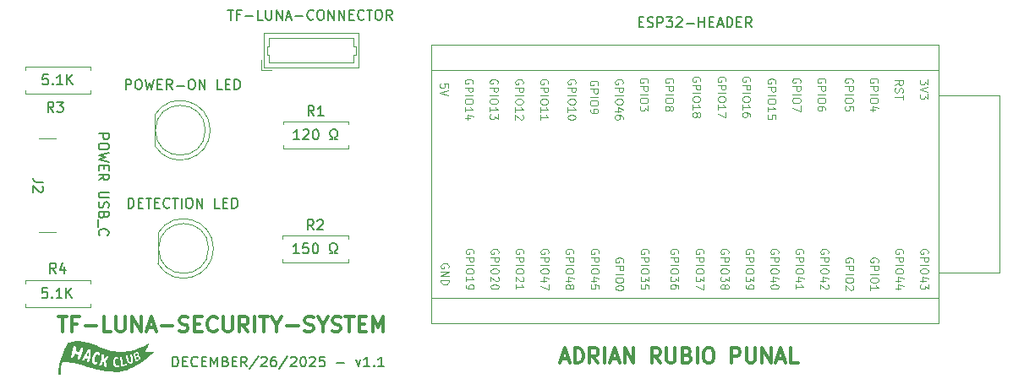
<source format=gbr>
%TF.GenerationSoftware,KiCad,Pcbnew,9.0.6-9.0.6~ubuntu24.04.1*%
%TF.CreationDate,2026-01-01T18:35:03+01:00*%
%TF.ProjectId,security-system,73656375-7269-4747-992d-73797374656d,0*%
%TF.SameCoordinates,Original*%
%TF.FileFunction,Legend,Top*%
%TF.FilePolarity,Positive*%
%FSLAX46Y46*%
G04 Gerber Fmt 4.6, Leading zero omitted, Abs format (unit mm)*
G04 Created by KiCad (PCBNEW 9.0.6-9.0.6~ubuntu24.04.1) date 2026-01-01 18:35:03*
%MOMM*%
%LPD*%
G01*
G04 APERTURE LIST*
%ADD10C,0.300000*%
%ADD11C,0.200000*%
%ADD12C,0.304800*%
%ADD13C,0.150000*%
%ADD14C,0.100000*%
%ADD15C,0.000000*%
%ADD16C,0.120000*%
G04 APERTURE END LIST*
D10*
X181344285Y-104012257D02*
X182058571Y-104012257D01*
X181201428Y-104440828D02*
X181701428Y-102940828D01*
X181701428Y-102940828D02*
X182201428Y-104440828D01*
X182701427Y-104440828D02*
X182701427Y-102940828D01*
X182701427Y-102940828D02*
X183058570Y-102940828D01*
X183058570Y-102940828D02*
X183272856Y-103012257D01*
X183272856Y-103012257D02*
X183415713Y-103155114D01*
X183415713Y-103155114D02*
X183487142Y-103297971D01*
X183487142Y-103297971D02*
X183558570Y-103583685D01*
X183558570Y-103583685D02*
X183558570Y-103797971D01*
X183558570Y-103797971D02*
X183487142Y-104083685D01*
X183487142Y-104083685D02*
X183415713Y-104226542D01*
X183415713Y-104226542D02*
X183272856Y-104369400D01*
X183272856Y-104369400D02*
X183058570Y-104440828D01*
X183058570Y-104440828D02*
X182701427Y-104440828D01*
X185058570Y-104440828D02*
X184558570Y-103726542D01*
X184201427Y-104440828D02*
X184201427Y-102940828D01*
X184201427Y-102940828D02*
X184772856Y-102940828D01*
X184772856Y-102940828D02*
X184915713Y-103012257D01*
X184915713Y-103012257D02*
X184987142Y-103083685D01*
X184987142Y-103083685D02*
X185058570Y-103226542D01*
X185058570Y-103226542D02*
X185058570Y-103440828D01*
X185058570Y-103440828D02*
X184987142Y-103583685D01*
X184987142Y-103583685D02*
X184915713Y-103655114D01*
X184915713Y-103655114D02*
X184772856Y-103726542D01*
X184772856Y-103726542D02*
X184201427Y-103726542D01*
X185701427Y-104440828D02*
X185701427Y-102940828D01*
X186344285Y-104012257D02*
X187058571Y-104012257D01*
X186201428Y-104440828D02*
X186701428Y-102940828D01*
X186701428Y-102940828D02*
X187201428Y-104440828D01*
X187701427Y-104440828D02*
X187701427Y-102940828D01*
X187701427Y-102940828D02*
X188558570Y-104440828D01*
X188558570Y-104440828D02*
X188558570Y-102940828D01*
X191272856Y-104440828D02*
X190772856Y-103726542D01*
X190415713Y-104440828D02*
X190415713Y-102940828D01*
X190415713Y-102940828D02*
X190987142Y-102940828D01*
X190987142Y-102940828D02*
X191129999Y-103012257D01*
X191129999Y-103012257D02*
X191201428Y-103083685D01*
X191201428Y-103083685D02*
X191272856Y-103226542D01*
X191272856Y-103226542D02*
X191272856Y-103440828D01*
X191272856Y-103440828D02*
X191201428Y-103583685D01*
X191201428Y-103583685D02*
X191129999Y-103655114D01*
X191129999Y-103655114D02*
X190987142Y-103726542D01*
X190987142Y-103726542D02*
X190415713Y-103726542D01*
X191915713Y-102940828D02*
X191915713Y-104155114D01*
X191915713Y-104155114D02*
X191987142Y-104297971D01*
X191987142Y-104297971D02*
X192058571Y-104369400D01*
X192058571Y-104369400D02*
X192201428Y-104440828D01*
X192201428Y-104440828D02*
X192487142Y-104440828D01*
X192487142Y-104440828D02*
X192629999Y-104369400D01*
X192629999Y-104369400D02*
X192701428Y-104297971D01*
X192701428Y-104297971D02*
X192772856Y-104155114D01*
X192772856Y-104155114D02*
X192772856Y-102940828D01*
X193987142Y-103655114D02*
X194201428Y-103726542D01*
X194201428Y-103726542D02*
X194272857Y-103797971D01*
X194272857Y-103797971D02*
X194344285Y-103940828D01*
X194344285Y-103940828D02*
X194344285Y-104155114D01*
X194344285Y-104155114D02*
X194272857Y-104297971D01*
X194272857Y-104297971D02*
X194201428Y-104369400D01*
X194201428Y-104369400D02*
X194058571Y-104440828D01*
X194058571Y-104440828D02*
X193487142Y-104440828D01*
X193487142Y-104440828D02*
X193487142Y-102940828D01*
X193487142Y-102940828D02*
X193987142Y-102940828D01*
X193987142Y-102940828D02*
X194130000Y-103012257D01*
X194130000Y-103012257D02*
X194201428Y-103083685D01*
X194201428Y-103083685D02*
X194272857Y-103226542D01*
X194272857Y-103226542D02*
X194272857Y-103369400D01*
X194272857Y-103369400D02*
X194201428Y-103512257D01*
X194201428Y-103512257D02*
X194130000Y-103583685D01*
X194130000Y-103583685D02*
X193987142Y-103655114D01*
X193987142Y-103655114D02*
X193487142Y-103655114D01*
X194987142Y-104440828D02*
X194987142Y-102940828D01*
X195987143Y-102940828D02*
X196272857Y-102940828D01*
X196272857Y-102940828D02*
X196415714Y-103012257D01*
X196415714Y-103012257D02*
X196558571Y-103155114D01*
X196558571Y-103155114D02*
X196630000Y-103440828D01*
X196630000Y-103440828D02*
X196630000Y-103940828D01*
X196630000Y-103940828D02*
X196558571Y-104226542D01*
X196558571Y-104226542D02*
X196415714Y-104369400D01*
X196415714Y-104369400D02*
X196272857Y-104440828D01*
X196272857Y-104440828D02*
X195987143Y-104440828D01*
X195987143Y-104440828D02*
X195844286Y-104369400D01*
X195844286Y-104369400D02*
X195701428Y-104226542D01*
X195701428Y-104226542D02*
X195630000Y-103940828D01*
X195630000Y-103940828D02*
X195630000Y-103440828D01*
X195630000Y-103440828D02*
X195701428Y-103155114D01*
X195701428Y-103155114D02*
X195844286Y-103012257D01*
X195844286Y-103012257D02*
X195987143Y-102940828D01*
X198415714Y-104440828D02*
X198415714Y-102940828D01*
X198415714Y-102940828D02*
X198987143Y-102940828D01*
X198987143Y-102940828D02*
X199130000Y-103012257D01*
X199130000Y-103012257D02*
X199201429Y-103083685D01*
X199201429Y-103083685D02*
X199272857Y-103226542D01*
X199272857Y-103226542D02*
X199272857Y-103440828D01*
X199272857Y-103440828D02*
X199201429Y-103583685D01*
X199201429Y-103583685D02*
X199130000Y-103655114D01*
X199130000Y-103655114D02*
X198987143Y-103726542D01*
X198987143Y-103726542D02*
X198415714Y-103726542D01*
X199915714Y-102940828D02*
X199915714Y-104155114D01*
X199915714Y-104155114D02*
X199987143Y-104297971D01*
X199987143Y-104297971D02*
X200058572Y-104369400D01*
X200058572Y-104369400D02*
X200201429Y-104440828D01*
X200201429Y-104440828D02*
X200487143Y-104440828D01*
X200487143Y-104440828D02*
X200630000Y-104369400D01*
X200630000Y-104369400D02*
X200701429Y-104297971D01*
X200701429Y-104297971D02*
X200772857Y-104155114D01*
X200772857Y-104155114D02*
X200772857Y-102940828D01*
X201487143Y-104440828D02*
X201487143Y-102940828D01*
X201487143Y-102940828D02*
X202344286Y-104440828D01*
X202344286Y-104440828D02*
X202344286Y-102940828D01*
X202987144Y-104012257D02*
X203701430Y-104012257D01*
X202844287Y-104440828D02*
X203344287Y-102940828D01*
X203344287Y-102940828D02*
X203844287Y-104440828D01*
X205058572Y-104440828D02*
X204344286Y-104440828D01*
X204344286Y-104440828D02*
X204344286Y-102940828D01*
D11*
X142464692Y-104797219D02*
X142464692Y-103797219D01*
X142464692Y-103797219D02*
X142702787Y-103797219D01*
X142702787Y-103797219D02*
X142845644Y-103844838D01*
X142845644Y-103844838D02*
X142940882Y-103940076D01*
X142940882Y-103940076D02*
X142988501Y-104035314D01*
X142988501Y-104035314D02*
X143036120Y-104225790D01*
X143036120Y-104225790D02*
X143036120Y-104368647D01*
X143036120Y-104368647D02*
X142988501Y-104559123D01*
X142988501Y-104559123D02*
X142940882Y-104654361D01*
X142940882Y-104654361D02*
X142845644Y-104749600D01*
X142845644Y-104749600D02*
X142702787Y-104797219D01*
X142702787Y-104797219D02*
X142464692Y-104797219D01*
X143464692Y-104273409D02*
X143798025Y-104273409D01*
X143940882Y-104797219D02*
X143464692Y-104797219D01*
X143464692Y-104797219D02*
X143464692Y-103797219D01*
X143464692Y-103797219D02*
X143940882Y-103797219D01*
X144940882Y-104701980D02*
X144893263Y-104749600D01*
X144893263Y-104749600D02*
X144750406Y-104797219D01*
X144750406Y-104797219D02*
X144655168Y-104797219D01*
X144655168Y-104797219D02*
X144512311Y-104749600D01*
X144512311Y-104749600D02*
X144417073Y-104654361D01*
X144417073Y-104654361D02*
X144369454Y-104559123D01*
X144369454Y-104559123D02*
X144321835Y-104368647D01*
X144321835Y-104368647D02*
X144321835Y-104225790D01*
X144321835Y-104225790D02*
X144369454Y-104035314D01*
X144369454Y-104035314D02*
X144417073Y-103940076D01*
X144417073Y-103940076D02*
X144512311Y-103844838D01*
X144512311Y-103844838D02*
X144655168Y-103797219D01*
X144655168Y-103797219D02*
X144750406Y-103797219D01*
X144750406Y-103797219D02*
X144893263Y-103844838D01*
X144893263Y-103844838D02*
X144940882Y-103892457D01*
X145369454Y-104273409D02*
X145702787Y-104273409D01*
X145845644Y-104797219D02*
X145369454Y-104797219D01*
X145369454Y-104797219D02*
X145369454Y-103797219D01*
X145369454Y-103797219D02*
X145845644Y-103797219D01*
X146274216Y-104797219D02*
X146274216Y-103797219D01*
X146274216Y-103797219D02*
X146607549Y-104511504D01*
X146607549Y-104511504D02*
X146940882Y-103797219D01*
X146940882Y-103797219D02*
X146940882Y-104797219D01*
X147750406Y-104273409D02*
X147893263Y-104321028D01*
X147893263Y-104321028D02*
X147940882Y-104368647D01*
X147940882Y-104368647D02*
X147988501Y-104463885D01*
X147988501Y-104463885D02*
X147988501Y-104606742D01*
X147988501Y-104606742D02*
X147940882Y-104701980D01*
X147940882Y-104701980D02*
X147893263Y-104749600D01*
X147893263Y-104749600D02*
X147798025Y-104797219D01*
X147798025Y-104797219D02*
X147417073Y-104797219D01*
X147417073Y-104797219D02*
X147417073Y-103797219D01*
X147417073Y-103797219D02*
X147750406Y-103797219D01*
X147750406Y-103797219D02*
X147845644Y-103844838D01*
X147845644Y-103844838D02*
X147893263Y-103892457D01*
X147893263Y-103892457D02*
X147940882Y-103987695D01*
X147940882Y-103987695D02*
X147940882Y-104082933D01*
X147940882Y-104082933D02*
X147893263Y-104178171D01*
X147893263Y-104178171D02*
X147845644Y-104225790D01*
X147845644Y-104225790D02*
X147750406Y-104273409D01*
X147750406Y-104273409D02*
X147417073Y-104273409D01*
X148417073Y-104273409D02*
X148750406Y-104273409D01*
X148893263Y-104797219D02*
X148417073Y-104797219D01*
X148417073Y-104797219D02*
X148417073Y-103797219D01*
X148417073Y-103797219D02*
X148893263Y-103797219D01*
X149893263Y-104797219D02*
X149559930Y-104321028D01*
X149321835Y-104797219D02*
X149321835Y-103797219D01*
X149321835Y-103797219D02*
X149702787Y-103797219D01*
X149702787Y-103797219D02*
X149798025Y-103844838D01*
X149798025Y-103844838D02*
X149845644Y-103892457D01*
X149845644Y-103892457D02*
X149893263Y-103987695D01*
X149893263Y-103987695D02*
X149893263Y-104130552D01*
X149893263Y-104130552D02*
X149845644Y-104225790D01*
X149845644Y-104225790D02*
X149798025Y-104273409D01*
X149798025Y-104273409D02*
X149702787Y-104321028D01*
X149702787Y-104321028D02*
X149321835Y-104321028D01*
X151036120Y-103749600D02*
X150178978Y-105035314D01*
X151321835Y-103892457D02*
X151369454Y-103844838D01*
X151369454Y-103844838D02*
X151464692Y-103797219D01*
X151464692Y-103797219D02*
X151702787Y-103797219D01*
X151702787Y-103797219D02*
X151798025Y-103844838D01*
X151798025Y-103844838D02*
X151845644Y-103892457D01*
X151845644Y-103892457D02*
X151893263Y-103987695D01*
X151893263Y-103987695D02*
X151893263Y-104082933D01*
X151893263Y-104082933D02*
X151845644Y-104225790D01*
X151845644Y-104225790D02*
X151274216Y-104797219D01*
X151274216Y-104797219D02*
X151893263Y-104797219D01*
X152750406Y-103797219D02*
X152559930Y-103797219D01*
X152559930Y-103797219D02*
X152464692Y-103844838D01*
X152464692Y-103844838D02*
X152417073Y-103892457D01*
X152417073Y-103892457D02*
X152321835Y-104035314D01*
X152321835Y-104035314D02*
X152274216Y-104225790D01*
X152274216Y-104225790D02*
X152274216Y-104606742D01*
X152274216Y-104606742D02*
X152321835Y-104701980D01*
X152321835Y-104701980D02*
X152369454Y-104749600D01*
X152369454Y-104749600D02*
X152464692Y-104797219D01*
X152464692Y-104797219D02*
X152655168Y-104797219D01*
X152655168Y-104797219D02*
X152750406Y-104749600D01*
X152750406Y-104749600D02*
X152798025Y-104701980D01*
X152798025Y-104701980D02*
X152845644Y-104606742D01*
X152845644Y-104606742D02*
X152845644Y-104368647D01*
X152845644Y-104368647D02*
X152798025Y-104273409D01*
X152798025Y-104273409D02*
X152750406Y-104225790D01*
X152750406Y-104225790D02*
X152655168Y-104178171D01*
X152655168Y-104178171D02*
X152464692Y-104178171D01*
X152464692Y-104178171D02*
X152369454Y-104225790D01*
X152369454Y-104225790D02*
X152321835Y-104273409D01*
X152321835Y-104273409D02*
X152274216Y-104368647D01*
X153988501Y-103749600D02*
X153131359Y-105035314D01*
X154274216Y-103892457D02*
X154321835Y-103844838D01*
X154321835Y-103844838D02*
X154417073Y-103797219D01*
X154417073Y-103797219D02*
X154655168Y-103797219D01*
X154655168Y-103797219D02*
X154750406Y-103844838D01*
X154750406Y-103844838D02*
X154798025Y-103892457D01*
X154798025Y-103892457D02*
X154845644Y-103987695D01*
X154845644Y-103987695D02*
X154845644Y-104082933D01*
X154845644Y-104082933D02*
X154798025Y-104225790D01*
X154798025Y-104225790D02*
X154226597Y-104797219D01*
X154226597Y-104797219D02*
X154845644Y-104797219D01*
X155464692Y-103797219D02*
X155559930Y-103797219D01*
X155559930Y-103797219D02*
X155655168Y-103844838D01*
X155655168Y-103844838D02*
X155702787Y-103892457D01*
X155702787Y-103892457D02*
X155750406Y-103987695D01*
X155750406Y-103987695D02*
X155798025Y-104178171D01*
X155798025Y-104178171D02*
X155798025Y-104416266D01*
X155798025Y-104416266D02*
X155750406Y-104606742D01*
X155750406Y-104606742D02*
X155702787Y-104701980D01*
X155702787Y-104701980D02*
X155655168Y-104749600D01*
X155655168Y-104749600D02*
X155559930Y-104797219D01*
X155559930Y-104797219D02*
X155464692Y-104797219D01*
X155464692Y-104797219D02*
X155369454Y-104749600D01*
X155369454Y-104749600D02*
X155321835Y-104701980D01*
X155321835Y-104701980D02*
X155274216Y-104606742D01*
X155274216Y-104606742D02*
X155226597Y-104416266D01*
X155226597Y-104416266D02*
X155226597Y-104178171D01*
X155226597Y-104178171D02*
X155274216Y-103987695D01*
X155274216Y-103987695D02*
X155321835Y-103892457D01*
X155321835Y-103892457D02*
X155369454Y-103844838D01*
X155369454Y-103844838D02*
X155464692Y-103797219D01*
X156178978Y-103892457D02*
X156226597Y-103844838D01*
X156226597Y-103844838D02*
X156321835Y-103797219D01*
X156321835Y-103797219D02*
X156559930Y-103797219D01*
X156559930Y-103797219D02*
X156655168Y-103844838D01*
X156655168Y-103844838D02*
X156702787Y-103892457D01*
X156702787Y-103892457D02*
X156750406Y-103987695D01*
X156750406Y-103987695D02*
X156750406Y-104082933D01*
X156750406Y-104082933D02*
X156702787Y-104225790D01*
X156702787Y-104225790D02*
X156131359Y-104797219D01*
X156131359Y-104797219D02*
X156750406Y-104797219D01*
X157655168Y-103797219D02*
X157178978Y-103797219D01*
X157178978Y-103797219D02*
X157131359Y-104273409D01*
X157131359Y-104273409D02*
X157178978Y-104225790D01*
X157178978Y-104225790D02*
X157274216Y-104178171D01*
X157274216Y-104178171D02*
X157512311Y-104178171D01*
X157512311Y-104178171D02*
X157607549Y-104225790D01*
X157607549Y-104225790D02*
X157655168Y-104273409D01*
X157655168Y-104273409D02*
X157702787Y-104368647D01*
X157702787Y-104368647D02*
X157702787Y-104606742D01*
X157702787Y-104606742D02*
X157655168Y-104701980D01*
X157655168Y-104701980D02*
X157607549Y-104749600D01*
X157607549Y-104749600D02*
X157512311Y-104797219D01*
X157512311Y-104797219D02*
X157274216Y-104797219D01*
X157274216Y-104797219D02*
X157178978Y-104749600D01*
X157178978Y-104749600D02*
X157131359Y-104701980D01*
X158893264Y-104416266D02*
X159655169Y-104416266D01*
X160798026Y-104130552D02*
X161036121Y-104797219D01*
X161036121Y-104797219D02*
X161274216Y-104130552D01*
X162178978Y-104797219D02*
X161607550Y-104797219D01*
X161893264Y-104797219D02*
X161893264Y-103797219D01*
X161893264Y-103797219D02*
X161798026Y-103940076D01*
X161798026Y-103940076D02*
X161702788Y-104035314D01*
X161702788Y-104035314D02*
X161607550Y-104082933D01*
X162607550Y-104701980D02*
X162655169Y-104749600D01*
X162655169Y-104749600D02*
X162607550Y-104797219D01*
X162607550Y-104797219D02*
X162559931Y-104749600D01*
X162559931Y-104749600D02*
X162607550Y-104701980D01*
X162607550Y-104701980D02*
X162607550Y-104797219D01*
X163607549Y-104797219D02*
X163036121Y-104797219D01*
X163321835Y-104797219D02*
X163321835Y-103797219D01*
X163321835Y-103797219D02*
X163226597Y-103940076D01*
X163226597Y-103940076D02*
X163131359Y-104035314D01*
X163131359Y-104035314D02*
X163036121Y-104082933D01*
D12*
X130997453Y-99783641D02*
X131868311Y-99783641D01*
X131432882Y-101307641D02*
X131432882Y-99783641D01*
X132884311Y-100509355D02*
X132376311Y-100509355D01*
X132376311Y-101307641D02*
X132376311Y-99783641D01*
X132376311Y-99783641D02*
X133102025Y-99783641D01*
X133682597Y-100727070D02*
X134843740Y-100727070D01*
X136295168Y-101307641D02*
X135569454Y-101307641D01*
X135569454Y-101307641D02*
X135569454Y-99783641D01*
X136803168Y-99783641D02*
X136803168Y-101017355D01*
X136803168Y-101017355D02*
X136875739Y-101162498D01*
X136875739Y-101162498D02*
X136948311Y-101235070D01*
X136948311Y-101235070D02*
X137093453Y-101307641D01*
X137093453Y-101307641D02*
X137383739Y-101307641D01*
X137383739Y-101307641D02*
X137528882Y-101235070D01*
X137528882Y-101235070D02*
X137601453Y-101162498D01*
X137601453Y-101162498D02*
X137674025Y-101017355D01*
X137674025Y-101017355D02*
X137674025Y-99783641D01*
X138399739Y-101307641D02*
X138399739Y-99783641D01*
X138399739Y-99783641D02*
X139270596Y-101307641D01*
X139270596Y-101307641D02*
X139270596Y-99783641D01*
X139923738Y-100872212D02*
X140649453Y-100872212D01*
X139778595Y-101307641D02*
X140286595Y-99783641D01*
X140286595Y-99783641D02*
X140794595Y-101307641D01*
X141302596Y-100727070D02*
X142463739Y-100727070D01*
X143116881Y-101235070D02*
X143334596Y-101307641D01*
X143334596Y-101307641D02*
X143697453Y-101307641D01*
X143697453Y-101307641D02*
X143842596Y-101235070D01*
X143842596Y-101235070D02*
X143915167Y-101162498D01*
X143915167Y-101162498D02*
X143987738Y-101017355D01*
X143987738Y-101017355D02*
X143987738Y-100872212D01*
X143987738Y-100872212D02*
X143915167Y-100727070D01*
X143915167Y-100727070D02*
X143842596Y-100654498D01*
X143842596Y-100654498D02*
X143697453Y-100581927D01*
X143697453Y-100581927D02*
X143407167Y-100509355D01*
X143407167Y-100509355D02*
X143262024Y-100436784D01*
X143262024Y-100436784D02*
X143189453Y-100364212D01*
X143189453Y-100364212D02*
X143116881Y-100219070D01*
X143116881Y-100219070D02*
X143116881Y-100073927D01*
X143116881Y-100073927D02*
X143189453Y-99928784D01*
X143189453Y-99928784D02*
X143262024Y-99856212D01*
X143262024Y-99856212D02*
X143407167Y-99783641D01*
X143407167Y-99783641D02*
X143770024Y-99783641D01*
X143770024Y-99783641D02*
X143987738Y-99856212D01*
X144640882Y-100509355D02*
X145148882Y-100509355D01*
X145366596Y-101307641D02*
X144640882Y-101307641D01*
X144640882Y-101307641D02*
X144640882Y-99783641D01*
X144640882Y-99783641D02*
X145366596Y-99783641D01*
X146890596Y-101162498D02*
X146818024Y-101235070D01*
X146818024Y-101235070D02*
X146600310Y-101307641D01*
X146600310Y-101307641D02*
X146455167Y-101307641D01*
X146455167Y-101307641D02*
X146237453Y-101235070D01*
X146237453Y-101235070D02*
X146092310Y-101089927D01*
X146092310Y-101089927D02*
X146019739Y-100944784D01*
X146019739Y-100944784D02*
X145947167Y-100654498D01*
X145947167Y-100654498D02*
X145947167Y-100436784D01*
X145947167Y-100436784D02*
X146019739Y-100146498D01*
X146019739Y-100146498D02*
X146092310Y-100001355D01*
X146092310Y-100001355D02*
X146237453Y-99856212D01*
X146237453Y-99856212D02*
X146455167Y-99783641D01*
X146455167Y-99783641D02*
X146600310Y-99783641D01*
X146600310Y-99783641D02*
X146818024Y-99856212D01*
X146818024Y-99856212D02*
X146890596Y-99928784D01*
X147543739Y-99783641D02*
X147543739Y-101017355D01*
X147543739Y-101017355D02*
X147616310Y-101162498D01*
X147616310Y-101162498D02*
X147688882Y-101235070D01*
X147688882Y-101235070D02*
X147834024Y-101307641D01*
X147834024Y-101307641D02*
X148124310Y-101307641D01*
X148124310Y-101307641D02*
X148269453Y-101235070D01*
X148269453Y-101235070D02*
X148342024Y-101162498D01*
X148342024Y-101162498D02*
X148414596Y-101017355D01*
X148414596Y-101017355D02*
X148414596Y-99783641D01*
X150011167Y-101307641D02*
X149503167Y-100581927D01*
X149140310Y-101307641D02*
X149140310Y-99783641D01*
X149140310Y-99783641D02*
X149720881Y-99783641D01*
X149720881Y-99783641D02*
X149866024Y-99856212D01*
X149866024Y-99856212D02*
X149938595Y-99928784D01*
X149938595Y-99928784D02*
X150011167Y-100073927D01*
X150011167Y-100073927D02*
X150011167Y-100291641D01*
X150011167Y-100291641D02*
X149938595Y-100436784D01*
X149938595Y-100436784D02*
X149866024Y-100509355D01*
X149866024Y-100509355D02*
X149720881Y-100581927D01*
X149720881Y-100581927D02*
X149140310Y-100581927D01*
X150664310Y-101307641D02*
X150664310Y-99783641D01*
X151172309Y-99783641D02*
X152043167Y-99783641D01*
X151607738Y-101307641D02*
X151607738Y-99783641D01*
X152841452Y-100581927D02*
X152841452Y-101307641D01*
X152333452Y-99783641D02*
X152841452Y-100581927D01*
X152841452Y-100581927D02*
X153349452Y-99783641D01*
X153857453Y-100727070D02*
X155018596Y-100727070D01*
X155671738Y-101235070D02*
X155889453Y-101307641D01*
X155889453Y-101307641D02*
X156252310Y-101307641D01*
X156252310Y-101307641D02*
X156397453Y-101235070D01*
X156397453Y-101235070D02*
X156470024Y-101162498D01*
X156470024Y-101162498D02*
X156542595Y-101017355D01*
X156542595Y-101017355D02*
X156542595Y-100872212D01*
X156542595Y-100872212D02*
X156470024Y-100727070D01*
X156470024Y-100727070D02*
X156397453Y-100654498D01*
X156397453Y-100654498D02*
X156252310Y-100581927D01*
X156252310Y-100581927D02*
X155962024Y-100509355D01*
X155962024Y-100509355D02*
X155816881Y-100436784D01*
X155816881Y-100436784D02*
X155744310Y-100364212D01*
X155744310Y-100364212D02*
X155671738Y-100219070D01*
X155671738Y-100219070D02*
X155671738Y-100073927D01*
X155671738Y-100073927D02*
X155744310Y-99928784D01*
X155744310Y-99928784D02*
X155816881Y-99856212D01*
X155816881Y-99856212D02*
X155962024Y-99783641D01*
X155962024Y-99783641D02*
X156324881Y-99783641D01*
X156324881Y-99783641D02*
X156542595Y-99856212D01*
X157486024Y-100581927D02*
X157486024Y-101307641D01*
X156978024Y-99783641D02*
X157486024Y-100581927D01*
X157486024Y-100581927D02*
X157994024Y-99783641D01*
X158429453Y-101235070D02*
X158647168Y-101307641D01*
X158647168Y-101307641D02*
X159010025Y-101307641D01*
X159010025Y-101307641D02*
X159155168Y-101235070D01*
X159155168Y-101235070D02*
X159227739Y-101162498D01*
X159227739Y-101162498D02*
X159300310Y-101017355D01*
X159300310Y-101017355D02*
X159300310Y-100872212D01*
X159300310Y-100872212D02*
X159227739Y-100727070D01*
X159227739Y-100727070D02*
X159155168Y-100654498D01*
X159155168Y-100654498D02*
X159010025Y-100581927D01*
X159010025Y-100581927D02*
X158719739Y-100509355D01*
X158719739Y-100509355D02*
X158574596Y-100436784D01*
X158574596Y-100436784D02*
X158502025Y-100364212D01*
X158502025Y-100364212D02*
X158429453Y-100219070D01*
X158429453Y-100219070D02*
X158429453Y-100073927D01*
X158429453Y-100073927D02*
X158502025Y-99928784D01*
X158502025Y-99928784D02*
X158574596Y-99856212D01*
X158574596Y-99856212D02*
X158719739Y-99783641D01*
X158719739Y-99783641D02*
X159082596Y-99783641D01*
X159082596Y-99783641D02*
X159300310Y-99856212D01*
X159735739Y-99783641D02*
X160606597Y-99783641D01*
X160171168Y-101307641D02*
X160171168Y-99783641D01*
X161114597Y-100509355D02*
X161622597Y-100509355D01*
X161840311Y-101307641D02*
X161114597Y-101307641D01*
X161114597Y-101307641D02*
X161114597Y-99783641D01*
X161114597Y-99783641D02*
X161840311Y-99783641D01*
X162493454Y-101307641D02*
X162493454Y-99783641D01*
X162493454Y-99783641D02*
X163001454Y-100872212D01*
X163001454Y-100872212D02*
X163509454Y-99783641D01*
X163509454Y-99783641D02*
X163509454Y-101307641D01*
D11*
X138012619Y-88902219D02*
X138012619Y-87902219D01*
X138012619Y-87902219D02*
X138250714Y-87902219D01*
X138250714Y-87902219D02*
X138393571Y-87949838D01*
X138393571Y-87949838D02*
X138488809Y-88045076D01*
X138488809Y-88045076D02*
X138536428Y-88140314D01*
X138536428Y-88140314D02*
X138584047Y-88330790D01*
X138584047Y-88330790D02*
X138584047Y-88473647D01*
X138584047Y-88473647D02*
X138536428Y-88664123D01*
X138536428Y-88664123D02*
X138488809Y-88759361D01*
X138488809Y-88759361D02*
X138393571Y-88854600D01*
X138393571Y-88854600D02*
X138250714Y-88902219D01*
X138250714Y-88902219D02*
X138012619Y-88902219D01*
X139012619Y-88378409D02*
X139345952Y-88378409D01*
X139488809Y-88902219D02*
X139012619Y-88902219D01*
X139012619Y-88902219D02*
X139012619Y-87902219D01*
X139012619Y-87902219D02*
X139488809Y-87902219D01*
X139774524Y-87902219D02*
X140345952Y-87902219D01*
X140060238Y-88902219D02*
X140060238Y-87902219D01*
X140679286Y-88378409D02*
X141012619Y-88378409D01*
X141155476Y-88902219D02*
X140679286Y-88902219D01*
X140679286Y-88902219D02*
X140679286Y-87902219D01*
X140679286Y-87902219D02*
X141155476Y-87902219D01*
X142155476Y-88806980D02*
X142107857Y-88854600D01*
X142107857Y-88854600D02*
X141965000Y-88902219D01*
X141965000Y-88902219D02*
X141869762Y-88902219D01*
X141869762Y-88902219D02*
X141726905Y-88854600D01*
X141726905Y-88854600D02*
X141631667Y-88759361D01*
X141631667Y-88759361D02*
X141584048Y-88664123D01*
X141584048Y-88664123D02*
X141536429Y-88473647D01*
X141536429Y-88473647D02*
X141536429Y-88330790D01*
X141536429Y-88330790D02*
X141584048Y-88140314D01*
X141584048Y-88140314D02*
X141631667Y-88045076D01*
X141631667Y-88045076D02*
X141726905Y-87949838D01*
X141726905Y-87949838D02*
X141869762Y-87902219D01*
X141869762Y-87902219D02*
X141965000Y-87902219D01*
X141965000Y-87902219D02*
X142107857Y-87949838D01*
X142107857Y-87949838D02*
X142155476Y-87997457D01*
X142441191Y-87902219D02*
X143012619Y-87902219D01*
X142726905Y-88902219D02*
X142726905Y-87902219D01*
X143345953Y-88902219D02*
X143345953Y-87902219D01*
X144012619Y-87902219D02*
X144203095Y-87902219D01*
X144203095Y-87902219D02*
X144298333Y-87949838D01*
X144298333Y-87949838D02*
X144393571Y-88045076D01*
X144393571Y-88045076D02*
X144441190Y-88235552D01*
X144441190Y-88235552D02*
X144441190Y-88568885D01*
X144441190Y-88568885D02*
X144393571Y-88759361D01*
X144393571Y-88759361D02*
X144298333Y-88854600D01*
X144298333Y-88854600D02*
X144203095Y-88902219D01*
X144203095Y-88902219D02*
X144012619Y-88902219D01*
X144012619Y-88902219D02*
X143917381Y-88854600D01*
X143917381Y-88854600D02*
X143822143Y-88759361D01*
X143822143Y-88759361D02*
X143774524Y-88568885D01*
X143774524Y-88568885D02*
X143774524Y-88235552D01*
X143774524Y-88235552D02*
X143822143Y-88045076D01*
X143822143Y-88045076D02*
X143917381Y-87949838D01*
X143917381Y-87949838D02*
X144012619Y-87902219D01*
X144869762Y-88902219D02*
X144869762Y-87902219D01*
X144869762Y-87902219D02*
X145441190Y-88902219D01*
X145441190Y-88902219D02*
X145441190Y-87902219D01*
X147155476Y-88902219D02*
X146679286Y-88902219D01*
X146679286Y-88902219D02*
X146679286Y-87902219D01*
X147488810Y-88378409D02*
X147822143Y-88378409D01*
X147965000Y-88902219D02*
X147488810Y-88902219D01*
X147488810Y-88902219D02*
X147488810Y-87902219D01*
X147488810Y-87902219D02*
X147965000Y-87902219D01*
X148393572Y-88902219D02*
X148393572Y-87902219D01*
X148393572Y-87902219D02*
X148631667Y-87902219D01*
X148631667Y-87902219D02*
X148774524Y-87949838D01*
X148774524Y-87949838D02*
X148869762Y-88045076D01*
X148869762Y-88045076D02*
X148917381Y-88140314D01*
X148917381Y-88140314D02*
X148965000Y-88330790D01*
X148965000Y-88330790D02*
X148965000Y-88473647D01*
X148965000Y-88473647D02*
X148917381Y-88664123D01*
X148917381Y-88664123D02*
X148869762Y-88759361D01*
X148869762Y-88759361D02*
X148774524Y-88854600D01*
X148774524Y-88854600D02*
X148631667Y-88902219D01*
X148631667Y-88902219D02*
X148393572Y-88902219D01*
X156603333Y-79632219D02*
X156270000Y-79156028D01*
X156031905Y-79632219D02*
X156031905Y-78632219D01*
X156031905Y-78632219D02*
X156412857Y-78632219D01*
X156412857Y-78632219D02*
X156508095Y-78679838D01*
X156508095Y-78679838D02*
X156555714Y-78727457D01*
X156555714Y-78727457D02*
X156603333Y-78822695D01*
X156603333Y-78822695D02*
X156603333Y-78965552D01*
X156603333Y-78965552D02*
X156555714Y-79060790D01*
X156555714Y-79060790D02*
X156508095Y-79108409D01*
X156508095Y-79108409D02*
X156412857Y-79156028D01*
X156412857Y-79156028D02*
X156031905Y-79156028D01*
X157555714Y-79632219D02*
X156984286Y-79632219D01*
X157270000Y-79632219D02*
X157270000Y-78632219D01*
X157270000Y-78632219D02*
X157174762Y-78775076D01*
X157174762Y-78775076D02*
X157079524Y-78870314D01*
X157079524Y-78870314D02*
X156984286Y-78917933D01*
X155150952Y-82002219D02*
X154579524Y-82002219D01*
X154865238Y-82002219D02*
X154865238Y-81002219D01*
X154865238Y-81002219D02*
X154770000Y-81145076D01*
X154770000Y-81145076D02*
X154674762Y-81240314D01*
X154674762Y-81240314D02*
X154579524Y-81287933D01*
X155531905Y-81097457D02*
X155579524Y-81049838D01*
X155579524Y-81049838D02*
X155674762Y-81002219D01*
X155674762Y-81002219D02*
X155912857Y-81002219D01*
X155912857Y-81002219D02*
X156008095Y-81049838D01*
X156008095Y-81049838D02*
X156055714Y-81097457D01*
X156055714Y-81097457D02*
X156103333Y-81192695D01*
X156103333Y-81192695D02*
X156103333Y-81287933D01*
X156103333Y-81287933D02*
X156055714Y-81430790D01*
X156055714Y-81430790D02*
X155484286Y-82002219D01*
X155484286Y-82002219D02*
X156103333Y-82002219D01*
X156722381Y-81002219D02*
X156817619Y-81002219D01*
X156817619Y-81002219D02*
X156912857Y-81049838D01*
X156912857Y-81049838D02*
X156960476Y-81097457D01*
X156960476Y-81097457D02*
X157008095Y-81192695D01*
X157008095Y-81192695D02*
X157055714Y-81383171D01*
X157055714Y-81383171D02*
X157055714Y-81621266D01*
X157055714Y-81621266D02*
X157008095Y-81811742D01*
X157008095Y-81811742D02*
X156960476Y-81906980D01*
X156960476Y-81906980D02*
X156912857Y-81954600D01*
X156912857Y-81954600D02*
X156817619Y-82002219D01*
X156817619Y-82002219D02*
X156722381Y-82002219D01*
X156722381Y-82002219D02*
X156627143Y-81954600D01*
X156627143Y-81954600D02*
X156579524Y-81906980D01*
X156579524Y-81906980D02*
X156531905Y-81811742D01*
X156531905Y-81811742D02*
X156484286Y-81621266D01*
X156484286Y-81621266D02*
X156484286Y-81383171D01*
X156484286Y-81383171D02*
X156531905Y-81192695D01*
X156531905Y-81192695D02*
X156579524Y-81097457D01*
X156579524Y-81097457D02*
X156627143Y-81049838D01*
X156627143Y-81049838D02*
X156722381Y-81002219D01*
X158198572Y-82002219D02*
X158436667Y-82002219D01*
X158436667Y-82002219D02*
X158436667Y-81811742D01*
X158436667Y-81811742D02*
X158341429Y-81764123D01*
X158341429Y-81764123D02*
X158246191Y-81668885D01*
X158246191Y-81668885D02*
X158198572Y-81526028D01*
X158198572Y-81526028D02*
X158198572Y-81287933D01*
X158198572Y-81287933D02*
X158246191Y-81145076D01*
X158246191Y-81145076D02*
X158341429Y-81049838D01*
X158341429Y-81049838D02*
X158484286Y-81002219D01*
X158484286Y-81002219D02*
X158674762Y-81002219D01*
X158674762Y-81002219D02*
X158817619Y-81049838D01*
X158817619Y-81049838D02*
X158912857Y-81145076D01*
X158912857Y-81145076D02*
X158960476Y-81287933D01*
X158960476Y-81287933D02*
X158960476Y-81526028D01*
X158960476Y-81526028D02*
X158912857Y-81668885D01*
X158912857Y-81668885D02*
X158817619Y-81764123D01*
X158817619Y-81764123D02*
X158722381Y-81811742D01*
X158722381Y-81811742D02*
X158722381Y-82002219D01*
X158722381Y-82002219D02*
X158960476Y-82002219D01*
X137745714Y-77002219D02*
X137745714Y-76002219D01*
X137745714Y-76002219D02*
X138126666Y-76002219D01*
X138126666Y-76002219D02*
X138221904Y-76049838D01*
X138221904Y-76049838D02*
X138269523Y-76097457D01*
X138269523Y-76097457D02*
X138317142Y-76192695D01*
X138317142Y-76192695D02*
X138317142Y-76335552D01*
X138317142Y-76335552D02*
X138269523Y-76430790D01*
X138269523Y-76430790D02*
X138221904Y-76478409D01*
X138221904Y-76478409D02*
X138126666Y-76526028D01*
X138126666Y-76526028D02*
X137745714Y-76526028D01*
X138936190Y-76002219D02*
X139126666Y-76002219D01*
X139126666Y-76002219D02*
X139221904Y-76049838D01*
X139221904Y-76049838D02*
X139317142Y-76145076D01*
X139317142Y-76145076D02*
X139364761Y-76335552D01*
X139364761Y-76335552D02*
X139364761Y-76668885D01*
X139364761Y-76668885D02*
X139317142Y-76859361D01*
X139317142Y-76859361D02*
X139221904Y-76954600D01*
X139221904Y-76954600D02*
X139126666Y-77002219D01*
X139126666Y-77002219D02*
X138936190Y-77002219D01*
X138936190Y-77002219D02*
X138840952Y-76954600D01*
X138840952Y-76954600D02*
X138745714Y-76859361D01*
X138745714Y-76859361D02*
X138698095Y-76668885D01*
X138698095Y-76668885D02*
X138698095Y-76335552D01*
X138698095Y-76335552D02*
X138745714Y-76145076D01*
X138745714Y-76145076D02*
X138840952Y-76049838D01*
X138840952Y-76049838D02*
X138936190Y-76002219D01*
X139698095Y-76002219D02*
X139936190Y-77002219D01*
X139936190Y-77002219D02*
X140126666Y-76287933D01*
X140126666Y-76287933D02*
X140317142Y-77002219D01*
X140317142Y-77002219D02*
X140555238Y-76002219D01*
X140936190Y-76478409D02*
X141269523Y-76478409D01*
X141412380Y-77002219D02*
X140936190Y-77002219D01*
X140936190Y-77002219D02*
X140936190Y-76002219D01*
X140936190Y-76002219D02*
X141412380Y-76002219D01*
X142412380Y-77002219D02*
X142079047Y-76526028D01*
X141840952Y-77002219D02*
X141840952Y-76002219D01*
X141840952Y-76002219D02*
X142221904Y-76002219D01*
X142221904Y-76002219D02*
X142317142Y-76049838D01*
X142317142Y-76049838D02*
X142364761Y-76097457D01*
X142364761Y-76097457D02*
X142412380Y-76192695D01*
X142412380Y-76192695D02*
X142412380Y-76335552D01*
X142412380Y-76335552D02*
X142364761Y-76430790D01*
X142364761Y-76430790D02*
X142317142Y-76478409D01*
X142317142Y-76478409D02*
X142221904Y-76526028D01*
X142221904Y-76526028D02*
X141840952Y-76526028D01*
X142840952Y-76621266D02*
X143602857Y-76621266D01*
X144269523Y-76002219D02*
X144459999Y-76002219D01*
X144459999Y-76002219D02*
X144555237Y-76049838D01*
X144555237Y-76049838D02*
X144650475Y-76145076D01*
X144650475Y-76145076D02*
X144698094Y-76335552D01*
X144698094Y-76335552D02*
X144698094Y-76668885D01*
X144698094Y-76668885D02*
X144650475Y-76859361D01*
X144650475Y-76859361D02*
X144555237Y-76954600D01*
X144555237Y-76954600D02*
X144459999Y-77002219D01*
X144459999Y-77002219D02*
X144269523Y-77002219D01*
X144269523Y-77002219D02*
X144174285Y-76954600D01*
X144174285Y-76954600D02*
X144079047Y-76859361D01*
X144079047Y-76859361D02*
X144031428Y-76668885D01*
X144031428Y-76668885D02*
X144031428Y-76335552D01*
X144031428Y-76335552D02*
X144079047Y-76145076D01*
X144079047Y-76145076D02*
X144174285Y-76049838D01*
X144174285Y-76049838D02*
X144269523Y-76002219D01*
X145126666Y-77002219D02*
X145126666Y-76002219D01*
X145126666Y-76002219D02*
X145698094Y-77002219D01*
X145698094Y-77002219D02*
X145698094Y-76002219D01*
X147412380Y-77002219D02*
X146936190Y-77002219D01*
X146936190Y-77002219D02*
X146936190Y-76002219D01*
X147745714Y-76478409D02*
X148079047Y-76478409D01*
X148221904Y-77002219D02*
X147745714Y-77002219D01*
X147745714Y-77002219D02*
X147745714Y-76002219D01*
X147745714Y-76002219D02*
X148221904Y-76002219D01*
X148650476Y-77002219D02*
X148650476Y-76002219D01*
X148650476Y-76002219D02*
X148888571Y-76002219D01*
X148888571Y-76002219D02*
X149031428Y-76049838D01*
X149031428Y-76049838D02*
X149126666Y-76145076D01*
X149126666Y-76145076D02*
X149174285Y-76240314D01*
X149174285Y-76240314D02*
X149221904Y-76430790D01*
X149221904Y-76430790D02*
X149221904Y-76573647D01*
X149221904Y-76573647D02*
X149174285Y-76764123D01*
X149174285Y-76764123D02*
X149126666Y-76859361D01*
X149126666Y-76859361D02*
X149031428Y-76954600D01*
X149031428Y-76954600D02*
X148888571Y-77002219D01*
X148888571Y-77002219D02*
X148650476Y-77002219D01*
X147983095Y-69017219D02*
X148554523Y-69017219D01*
X148268809Y-70017219D02*
X148268809Y-69017219D01*
X149221190Y-69493409D02*
X148887857Y-69493409D01*
X148887857Y-70017219D02*
X148887857Y-69017219D01*
X148887857Y-69017219D02*
X149364047Y-69017219D01*
X149745000Y-69636266D02*
X150506905Y-69636266D01*
X151459285Y-70017219D02*
X150983095Y-70017219D01*
X150983095Y-70017219D02*
X150983095Y-69017219D01*
X151792619Y-69017219D02*
X151792619Y-69826742D01*
X151792619Y-69826742D02*
X151840238Y-69921980D01*
X151840238Y-69921980D02*
X151887857Y-69969600D01*
X151887857Y-69969600D02*
X151983095Y-70017219D01*
X151983095Y-70017219D02*
X152173571Y-70017219D01*
X152173571Y-70017219D02*
X152268809Y-69969600D01*
X152268809Y-69969600D02*
X152316428Y-69921980D01*
X152316428Y-69921980D02*
X152364047Y-69826742D01*
X152364047Y-69826742D02*
X152364047Y-69017219D01*
X152840238Y-70017219D02*
X152840238Y-69017219D01*
X152840238Y-69017219D02*
X153411666Y-70017219D01*
X153411666Y-70017219D02*
X153411666Y-69017219D01*
X153840238Y-69731504D02*
X154316428Y-69731504D01*
X153745000Y-70017219D02*
X154078333Y-69017219D01*
X154078333Y-69017219D02*
X154411666Y-70017219D01*
X154745000Y-69636266D02*
X155506905Y-69636266D01*
X156554523Y-69921980D02*
X156506904Y-69969600D01*
X156506904Y-69969600D02*
X156364047Y-70017219D01*
X156364047Y-70017219D02*
X156268809Y-70017219D01*
X156268809Y-70017219D02*
X156125952Y-69969600D01*
X156125952Y-69969600D02*
X156030714Y-69874361D01*
X156030714Y-69874361D02*
X155983095Y-69779123D01*
X155983095Y-69779123D02*
X155935476Y-69588647D01*
X155935476Y-69588647D02*
X155935476Y-69445790D01*
X155935476Y-69445790D02*
X155983095Y-69255314D01*
X155983095Y-69255314D02*
X156030714Y-69160076D01*
X156030714Y-69160076D02*
X156125952Y-69064838D01*
X156125952Y-69064838D02*
X156268809Y-69017219D01*
X156268809Y-69017219D02*
X156364047Y-69017219D01*
X156364047Y-69017219D02*
X156506904Y-69064838D01*
X156506904Y-69064838D02*
X156554523Y-69112457D01*
X157173571Y-69017219D02*
X157364047Y-69017219D01*
X157364047Y-69017219D02*
X157459285Y-69064838D01*
X157459285Y-69064838D02*
X157554523Y-69160076D01*
X157554523Y-69160076D02*
X157602142Y-69350552D01*
X157602142Y-69350552D02*
X157602142Y-69683885D01*
X157602142Y-69683885D02*
X157554523Y-69874361D01*
X157554523Y-69874361D02*
X157459285Y-69969600D01*
X157459285Y-69969600D02*
X157364047Y-70017219D01*
X157364047Y-70017219D02*
X157173571Y-70017219D01*
X157173571Y-70017219D02*
X157078333Y-69969600D01*
X157078333Y-69969600D02*
X156983095Y-69874361D01*
X156983095Y-69874361D02*
X156935476Y-69683885D01*
X156935476Y-69683885D02*
X156935476Y-69350552D01*
X156935476Y-69350552D02*
X156983095Y-69160076D01*
X156983095Y-69160076D02*
X157078333Y-69064838D01*
X157078333Y-69064838D02*
X157173571Y-69017219D01*
X158030714Y-70017219D02*
X158030714Y-69017219D01*
X158030714Y-69017219D02*
X158602142Y-70017219D01*
X158602142Y-70017219D02*
X158602142Y-69017219D01*
X159078333Y-70017219D02*
X159078333Y-69017219D01*
X159078333Y-69017219D02*
X159649761Y-70017219D01*
X159649761Y-70017219D02*
X159649761Y-69017219D01*
X160125952Y-69493409D02*
X160459285Y-69493409D01*
X160602142Y-70017219D02*
X160125952Y-70017219D01*
X160125952Y-70017219D02*
X160125952Y-69017219D01*
X160125952Y-69017219D02*
X160602142Y-69017219D01*
X161602142Y-69921980D02*
X161554523Y-69969600D01*
X161554523Y-69969600D02*
X161411666Y-70017219D01*
X161411666Y-70017219D02*
X161316428Y-70017219D01*
X161316428Y-70017219D02*
X161173571Y-69969600D01*
X161173571Y-69969600D02*
X161078333Y-69874361D01*
X161078333Y-69874361D02*
X161030714Y-69779123D01*
X161030714Y-69779123D02*
X160983095Y-69588647D01*
X160983095Y-69588647D02*
X160983095Y-69445790D01*
X160983095Y-69445790D02*
X161030714Y-69255314D01*
X161030714Y-69255314D02*
X161078333Y-69160076D01*
X161078333Y-69160076D02*
X161173571Y-69064838D01*
X161173571Y-69064838D02*
X161316428Y-69017219D01*
X161316428Y-69017219D02*
X161411666Y-69017219D01*
X161411666Y-69017219D02*
X161554523Y-69064838D01*
X161554523Y-69064838D02*
X161602142Y-69112457D01*
X161887857Y-69017219D02*
X162459285Y-69017219D01*
X162173571Y-70017219D02*
X162173571Y-69017219D01*
X162983095Y-69017219D02*
X163173571Y-69017219D01*
X163173571Y-69017219D02*
X163268809Y-69064838D01*
X163268809Y-69064838D02*
X163364047Y-69160076D01*
X163364047Y-69160076D02*
X163411666Y-69350552D01*
X163411666Y-69350552D02*
X163411666Y-69683885D01*
X163411666Y-69683885D02*
X163364047Y-69874361D01*
X163364047Y-69874361D02*
X163268809Y-69969600D01*
X163268809Y-69969600D02*
X163173571Y-70017219D01*
X163173571Y-70017219D02*
X162983095Y-70017219D01*
X162983095Y-70017219D02*
X162887857Y-69969600D01*
X162887857Y-69969600D02*
X162792619Y-69874361D01*
X162792619Y-69874361D02*
X162745000Y-69683885D01*
X162745000Y-69683885D02*
X162745000Y-69350552D01*
X162745000Y-69350552D02*
X162792619Y-69160076D01*
X162792619Y-69160076D02*
X162887857Y-69064838D01*
X162887857Y-69064838D02*
X162983095Y-69017219D01*
X164411666Y-70017219D02*
X164078333Y-69541028D01*
X163840238Y-70017219D02*
X163840238Y-69017219D01*
X163840238Y-69017219D02*
X164221190Y-69017219D01*
X164221190Y-69017219D02*
X164316428Y-69064838D01*
X164316428Y-69064838D02*
X164364047Y-69112457D01*
X164364047Y-69112457D02*
X164411666Y-69207695D01*
X164411666Y-69207695D02*
X164411666Y-69350552D01*
X164411666Y-69350552D02*
X164364047Y-69445790D01*
X164364047Y-69445790D02*
X164316428Y-69493409D01*
X164316428Y-69493409D02*
X164221190Y-69541028D01*
X164221190Y-69541028D02*
X163840238Y-69541028D01*
X135047780Y-81428571D02*
X136047780Y-81428571D01*
X136047780Y-81428571D02*
X136047780Y-81809523D01*
X136047780Y-81809523D02*
X136000161Y-81904761D01*
X136000161Y-81904761D02*
X135952542Y-81952380D01*
X135952542Y-81952380D02*
X135857304Y-81999999D01*
X135857304Y-81999999D02*
X135714447Y-81999999D01*
X135714447Y-81999999D02*
X135619209Y-81952380D01*
X135619209Y-81952380D02*
X135571590Y-81904761D01*
X135571590Y-81904761D02*
X135523971Y-81809523D01*
X135523971Y-81809523D02*
X135523971Y-81428571D01*
X136047780Y-82619047D02*
X136047780Y-82809523D01*
X136047780Y-82809523D02*
X136000161Y-82904761D01*
X136000161Y-82904761D02*
X135904923Y-82999999D01*
X135904923Y-82999999D02*
X135714447Y-83047618D01*
X135714447Y-83047618D02*
X135381114Y-83047618D01*
X135381114Y-83047618D02*
X135190638Y-82999999D01*
X135190638Y-82999999D02*
X135095400Y-82904761D01*
X135095400Y-82904761D02*
X135047780Y-82809523D01*
X135047780Y-82809523D02*
X135047780Y-82619047D01*
X135047780Y-82619047D02*
X135095400Y-82523809D01*
X135095400Y-82523809D02*
X135190638Y-82428571D01*
X135190638Y-82428571D02*
X135381114Y-82380952D01*
X135381114Y-82380952D02*
X135714447Y-82380952D01*
X135714447Y-82380952D02*
X135904923Y-82428571D01*
X135904923Y-82428571D02*
X136000161Y-82523809D01*
X136000161Y-82523809D02*
X136047780Y-82619047D01*
X136047780Y-83380952D02*
X135047780Y-83619047D01*
X135047780Y-83619047D02*
X135762066Y-83809523D01*
X135762066Y-83809523D02*
X135047780Y-83999999D01*
X135047780Y-83999999D02*
X136047780Y-84238095D01*
X135571590Y-84619047D02*
X135571590Y-84952380D01*
X135047780Y-85095237D02*
X135047780Y-84619047D01*
X135047780Y-84619047D02*
X136047780Y-84619047D01*
X136047780Y-84619047D02*
X136047780Y-85095237D01*
X135047780Y-86095237D02*
X135523971Y-85761904D01*
X135047780Y-85523809D02*
X136047780Y-85523809D01*
X136047780Y-85523809D02*
X136047780Y-85904761D01*
X136047780Y-85904761D02*
X136000161Y-85999999D01*
X136000161Y-85999999D02*
X135952542Y-86047618D01*
X135952542Y-86047618D02*
X135857304Y-86095237D01*
X135857304Y-86095237D02*
X135714447Y-86095237D01*
X135714447Y-86095237D02*
X135619209Y-86047618D01*
X135619209Y-86047618D02*
X135571590Y-85999999D01*
X135571590Y-85999999D02*
X135523971Y-85904761D01*
X135523971Y-85904761D02*
X135523971Y-85523809D01*
X136047780Y-87285714D02*
X135238257Y-87285714D01*
X135238257Y-87285714D02*
X135143019Y-87333333D01*
X135143019Y-87333333D02*
X135095400Y-87380952D01*
X135095400Y-87380952D02*
X135047780Y-87476190D01*
X135047780Y-87476190D02*
X135047780Y-87666666D01*
X135047780Y-87666666D02*
X135095400Y-87761904D01*
X135095400Y-87761904D02*
X135143019Y-87809523D01*
X135143019Y-87809523D02*
X135238257Y-87857142D01*
X135238257Y-87857142D02*
X136047780Y-87857142D01*
X135095400Y-88285714D02*
X135047780Y-88428571D01*
X135047780Y-88428571D02*
X135047780Y-88666666D01*
X135047780Y-88666666D02*
X135095400Y-88761904D01*
X135095400Y-88761904D02*
X135143019Y-88809523D01*
X135143019Y-88809523D02*
X135238257Y-88857142D01*
X135238257Y-88857142D02*
X135333495Y-88857142D01*
X135333495Y-88857142D02*
X135428733Y-88809523D01*
X135428733Y-88809523D02*
X135476352Y-88761904D01*
X135476352Y-88761904D02*
X135523971Y-88666666D01*
X135523971Y-88666666D02*
X135571590Y-88476190D01*
X135571590Y-88476190D02*
X135619209Y-88380952D01*
X135619209Y-88380952D02*
X135666828Y-88333333D01*
X135666828Y-88333333D02*
X135762066Y-88285714D01*
X135762066Y-88285714D02*
X135857304Y-88285714D01*
X135857304Y-88285714D02*
X135952542Y-88333333D01*
X135952542Y-88333333D02*
X136000161Y-88380952D01*
X136000161Y-88380952D02*
X136047780Y-88476190D01*
X136047780Y-88476190D02*
X136047780Y-88714285D01*
X136047780Y-88714285D02*
X136000161Y-88857142D01*
X135571590Y-89619047D02*
X135523971Y-89761904D01*
X135523971Y-89761904D02*
X135476352Y-89809523D01*
X135476352Y-89809523D02*
X135381114Y-89857142D01*
X135381114Y-89857142D02*
X135238257Y-89857142D01*
X135238257Y-89857142D02*
X135143019Y-89809523D01*
X135143019Y-89809523D02*
X135095400Y-89761904D01*
X135095400Y-89761904D02*
X135047780Y-89666666D01*
X135047780Y-89666666D02*
X135047780Y-89285714D01*
X135047780Y-89285714D02*
X136047780Y-89285714D01*
X136047780Y-89285714D02*
X136047780Y-89619047D01*
X136047780Y-89619047D02*
X136000161Y-89714285D01*
X136000161Y-89714285D02*
X135952542Y-89761904D01*
X135952542Y-89761904D02*
X135857304Y-89809523D01*
X135857304Y-89809523D02*
X135762066Y-89809523D01*
X135762066Y-89809523D02*
X135666828Y-89761904D01*
X135666828Y-89761904D02*
X135619209Y-89714285D01*
X135619209Y-89714285D02*
X135571590Y-89619047D01*
X135571590Y-89619047D02*
X135571590Y-89285714D01*
X134952542Y-90047619D02*
X134952542Y-90809523D01*
X135143019Y-91619047D02*
X135095400Y-91571428D01*
X135095400Y-91571428D02*
X135047780Y-91428571D01*
X135047780Y-91428571D02*
X135047780Y-91333333D01*
X135047780Y-91333333D02*
X135095400Y-91190476D01*
X135095400Y-91190476D02*
X135190638Y-91095238D01*
X135190638Y-91095238D02*
X135285876Y-91047619D01*
X135285876Y-91047619D02*
X135476352Y-91000000D01*
X135476352Y-91000000D02*
X135619209Y-91000000D01*
X135619209Y-91000000D02*
X135809685Y-91047619D01*
X135809685Y-91047619D02*
X135904923Y-91095238D01*
X135904923Y-91095238D02*
X136000161Y-91190476D01*
X136000161Y-91190476D02*
X136047780Y-91333333D01*
X136047780Y-91333333D02*
X136047780Y-91428571D01*
X136047780Y-91428571D02*
X136000161Y-91571428D01*
X136000161Y-91571428D02*
X135952542Y-91619047D01*
D13*
X129500180Y-86286666D02*
X128785895Y-86286666D01*
X128785895Y-86286666D02*
X128643038Y-86239047D01*
X128643038Y-86239047D02*
X128547800Y-86143809D01*
X128547800Y-86143809D02*
X128500180Y-86000952D01*
X128500180Y-86000952D02*
X128500180Y-85905714D01*
X129404942Y-86715238D02*
X129452561Y-86762857D01*
X129452561Y-86762857D02*
X129500180Y-86858095D01*
X129500180Y-86858095D02*
X129500180Y-87096190D01*
X129500180Y-87096190D02*
X129452561Y-87191428D01*
X129452561Y-87191428D02*
X129404942Y-87239047D01*
X129404942Y-87239047D02*
X129309704Y-87286666D01*
X129309704Y-87286666D02*
X129214466Y-87286666D01*
X129214466Y-87286666D02*
X129071609Y-87239047D01*
X129071609Y-87239047D02*
X128500180Y-86667619D01*
X128500180Y-86667619D02*
X128500180Y-87286666D01*
D11*
X130773333Y-95422219D02*
X130440000Y-94946028D01*
X130201905Y-95422219D02*
X130201905Y-94422219D01*
X130201905Y-94422219D02*
X130582857Y-94422219D01*
X130582857Y-94422219D02*
X130678095Y-94469838D01*
X130678095Y-94469838D02*
X130725714Y-94517457D01*
X130725714Y-94517457D02*
X130773333Y-94612695D01*
X130773333Y-94612695D02*
X130773333Y-94755552D01*
X130773333Y-94755552D02*
X130725714Y-94850790D01*
X130725714Y-94850790D02*
X130678095Y-94898409D01*
X130678095Y-94898409D02*
X130582857Y-94946028D01*
X130582857Y-94946028D02*
X130201905Y-94946028D01*
X131630476Y-94755552D02*
X131630476Y-95422219D01*
X131392381Y-94374600D02*
X131154286Y-95088885D01*
X131154286Y-95088885D02*
X131773333Y-95088885D01*
X129893809Y-96922219D02*
X129417619Y-96922219D01*
X129417619Y-96922219D02*
X129370000Y-97398409D01*
X129370000Y-97398409D02*
X129417619Y-97350790D01*
X129417619Y-97350790D02*
X129512857Y-97303171D01*
X129512857Y-97303171D02*
X129750952Y-97303171D01*
X129750952Y-97303171D02*
X129846190Y-97350790D01*
X129846190Y-97350790D02*
X129893809Y-97398409D01*
X129893809Y-97398409D02*
X129941428Y-97493647D01*
X129941428Y-97493647D02*
X129941428Y-97731742D01*
X129941428Y-97731742D02*
X129893809Y-97826980D01*
X129893809Y-97826980D02*
X129846190Y-97874600D01*
X129846190Y-97874600D02*
X129750952Y-97922219D01*
X129750952Y-97922219D02*
X129512857Y-97922219D01*
X129512857Y-97922219D02*
X129417619Y-97874600D01*
X129417619Y-97874600D02*
X129370000Y-97826980D01*
X130370000Y-97826980D02*
X130417619Y-97874600D01*
X130417619Y-97874600D02*
X130370000Y-97922219D01*
X130370000Y-97922219D02*
X130322381Y-97874600D01*
X130322381Y-97874600D02*
X130370000Y-97826980D01*
X130370000Y-97826980D02*
X130370000Y-97922219D01*
X131369999Y-97922219D02*
X130798571Y-97922219D01*
X131084285Y-97922219D02*
X131084285Y-96922219D01*
X131084285Y-96922219D02*
X130989047Y-97065076D01*
X130989047Y-97065076D02*
X130893809Y-97160314D01*
X130893809Y-97160314D02*
X130798571Y-97207933D01*
X131798571Y-97922219D02*
X131798571Y-96922219D01*
X132369999Y-97922219D02*
X131941428Y-97350790D01*
X132369999Y-96922219D02*
X131798571Y-97493647D01*
D14*
X200569509Y-93438095D02*
X200607604Y-93361905D01*
X200607604Y-93361905D02*
X200607604Y-93247619D01*
X200607604Y-93247619D02*
X200569509Y-93133333D01*
X200569509Y-93133333D02*
X200493319Y-93057143D01*
X200493319Y-93057143D02*
X200417128Y-93019048D01*
X200417128Y-93019048D02*
X200264747Y-92980952D01*
X200264747Y-92980952D02*
X200150461Y-92980952D01*
X200150461Y-92980952D02*
X199998080Y-93019048D01*
X199998080Y-93019048D02*
X199921890Y-93057143D01*
X199921890Y-93057143D02*
X199845700Y-93133333D01*
X199845700Y-93133333D02*
X199807604Y-93247619D01*
X199807604Y-93247619D02*
X199807604Y-93323810D01*
X199807604Y-93323810D02*
X199845700Y-93438095D01*
X199845700Y-93438095D02*
X199883795Y-93476191D01*
X199883795Y-93476191D02*
X200150461Y-93476191D01*
X200150461Y-93476191D02*
X200150461Y-93323810D01*
X199807604Y-93819048D02*
X200607604Y-93819048D01*
X200607604Y-93819048D02*
X200607604Y-94123810D01*
X200607604Y-94123810D02*
X200569509Y-94200000D01*
X200569509Y-94200000D02*
X200531414Y-94238095D01*
X200531414Y-94238095D02*
X200455223Y-94276191D01*
X200455223Y-94276191D02*
X200340938Y-94276191D01*
X200340938Y-94276191D02*
X200264747Y-94238095D01*
X200264747Y-94238095D02*
X200226652Y-94200000D01*
X200226652Y-94200000D02*
X200188557Y-94123810D01*
X200188557Y-94123810D02*
X200188557Y-93819048D01*
X199807604Y-94619048D02*
X200607604Y-94619048D01*
X200607604Y-95152381D02*
X200607604Y-95304762D01*
X200607604Y-95304762D02*
X200569509Y-95380952D01*
X200569509Y-95380952D02*
X200493319Y-95457143D01*
X200493319Y-95457143D02*
X200340938Y-95495238D01*
X200340938Y-95495238D02*
X200074271Y-95495238D01*
X200074271Y-95495238D02*
X199921890Y-95457143D01*
X199921890Y-95457143D02*
X199845700Y-95380952D01*
X199845700Y-95380952D02*
X199807604Y-95304762D01*
X199807604Y-95304762D02*
X199807604Y-95152381D01*
X199807604Y-95152381D02*
X199845700Y-95076190D01*
X199845700Y-95076190D02*
X199921890Y-95000000D01*
X199921890Y-95000000D02*
X200074271Y-94961904D01*
X200074271Y-94961904D02*
X200340938Y-94961904D01*
X200340938Y-94961904D02*
X200493319Y-95000000D01*
X200493319Y-95000000D02*
X200569509Y-95076190D01*
X200569509Y-95076190D02*
X200607604Y-95152381D01*
X200607604Y-95761904D02*
X200607604Y-96257142D01*
X200607604Y-96257142D02*
X200302842Y-95990476D01*
X200302842Y-95990476D02*
X200302842Y-96104761D01*
X200302842Y-96104761D02*
X200264747Y-96180952D01*
X200264747Y-96180952D02*
X200226652Y-96219047D01*
X200226652Y-96219047D02*
X200150461Y-96257142D01*
X200150461Y-96257142D02*
X199959985Y-96257142D01*
X199959985Y-96257142D02*
X199883795Y-96219047D01*
X199883795Y-96219047D02*
X199845700Y-96180952D01*
X199845700Y-96180952D02*
X199807604Y-96104761D01*
X199807604Y-96104761D02*
X199807604Y-95876190D01*
X199807604Y-95876190D02*
X199845700Y-95799999D01*
X199845700Y-95799999D02*
X199883795Y-95761904D01*
X199807604Y-96638095D02*
X199807604Y-96790476D01*
X199807604Y-96790476D02*
X199845700Y-96866666D01*
X199845700Y-96866666D02*
X199883795Y-96904762D01*
X199883795Y-96904762D02*
X199998080Y-96980952D01*
X199998080Y-96980952D02*
X200150461Y-97019047D01*
X200150461Y-97019047D02*
X200455223Y-97019047D01*
X200455223Y-97019047D02*
X200531414Y-96980952D01*
X200531414Y-96980952D02*
X200569509Y-96942857D01*
X200569509Y-96942857D02*
X200607604Y-96866666D01*
X200607604Y-96866666D02*
X200607604Y-96714285D01*
X200607604Y-96714285D02*
X200569509Y-96638095D01*
X200569509Y-96638095D02*
X200531414Y-96600000D01*
X200531414Y-96600000D02*
X200455223Y-96561904D01*
X200455223Y-96561904D02*
X200264747Y-96561904D01*
X200264747Y-96561904D02*
X200188557Y-96600000D01*
X200188557Y-96600000D02*
X200150461Y-96638095D01*
X200150461Y-96638095D02*
X200112366Y-96714285D01*
X200112366Y-96714285D02*
X200112366Y-96866666D01*
X200112366Y-96866666D02*
X200150461Y-96942857D01*
X200150461Y-96942857D02*
X200188557Y-96980952D01*
X200188557Y-96980952D02*
X200264747Y-97019047D01*
X172569509Y-93438095D02*
X172607604Y-93361905D01*
X172607604Y-93361905D02*
X172607604Y-93247619D01*
X172607604Y-93247619D02*
X172569509Y-93133333D01*
X172569509Y-93133333D02*
X172493319Y-93057143D01*
X172493319Y-93057143D02*
X172417128Y-93019048D01*
X172417128Y-93019048D02*
X172264747Y-92980952D01*
X172264747Y-92980952D02*
X172150461Y-92980952D01*
X172150461Y-92980952D02*
X171998080Y-93019048D01*
X171998080Y-93019048D02*
X171921890Y-93057143D01*
X171921890Y-93057143D02*
X171845700Y-93133333D01*
X171845700Y-93133333D02*
X171807604Y-93247619D01*
X171807604Y-93247619D02*
X171807604Y-93323810D01*
X171807604Y-93323810D02*
X171845700Y-93438095D01*
X171845700Y-93438095D02*
X171883795Y-93476191D01*
X171883795Y-93476191D02*
X172150461Y-93476191D01*
X172150461Y-93476191D02*
X172150461Y-93323810D01*
X171807604Y-93819048D02*
X172607604Y-93819048D01*
X172607604Y-93819048D02*
X172607604Y-94123810D01*
X172607604Y-94123810D02*
X172569509Y-94200000D01*
X172569509Y-94200000D02*
X172531414Y-94238095D01*
X172531414Y-94238095D02*
X172455223Y-94276191D01*
X172455223Y-94276191D02*
X172340938Y-94276191D01*
X172340938Y-94276191D02*
X172264747Y-94238095D01*
X172264747Y-94238095D02*
X172226652Y-94200000D01*
X172226652Y-94200000D02*
X172188557Y-94123810D01*
X172188557Y-94123810D02*
X172188557Y-93819048D01*
X171807604Y-94619048D02*
X172607604Y-94619048D01*
X172607604Y-95152381D02*
X172607604Y-95304762D01*
X172607604Y-95304762D02*
X172569509Y-95380952D01*
X172569509Y-95380952D02*
X172493319Y-95457143D01*
X172493319Y-95457143D02*
X172340938Y-95495238D01*
X172340938Y-95495238D02*
X172074271Y-95495238D01*
X172074271Y-95495238D02*
X171921890Y-95457143D01*
X171921890Y-95457143D02*
X171845700Y-95380952D01*
X171845700Y-95380952D02*
X171807604Y-95304762D01*
X171807604Y-95304762D02*
X171807604Y-95152381D01*
X171807604Y-95152381D02*
X171845700Y-95076190D01*
X171845700Y-95076190D02*
X171921890Y-95000000D01*
X171921890Y-95000000D02*
X172074271Y-94961904D01*
X172074271Y-94961904D02*
X172340938Y-94961904D01*
X172340938Y-94961904D02*
X172493319Y-95000000D01*
X172493319Y-95000000D02*
X172569509Y-95076190D01*
X172569509Y-95076190D02*
X172607604Y-95152381D01*
X171807604Y-96257142D02*
X171807604Y-95799999D01*
X171807604Y-96028571D02*
X172607604Y-96028571D01*
X172607604Y-96028571D02*
X172493319Y-95952380D01*
X172493319Y-95952380D02*
X172417128Y-95876190D01*
X172417128Y-95876190D02*
X172379033Y-95799999D01*
X171807604Y-96638095D02*
X171807604Y-96790476D01*
X171807604Y-96790476D02*
X171845700Y-96866666D01*
X171845700Y-96866666D02*
X171883795Y-96904762D01*
X171883795Y-96904762D02*
X171998080Y-96980952D01*
X171998080Y-96980952D02*
X172150461Y-97019047D01*
X172150461Y-97019047D02*
X172455223Y-97019047D01*
X172455223Y-97019047D02*
X172531414Y-96980952D01*
X172531414Y-96980952D02*
X172569509Y-96942857D01*
X172569509Y-96942857D02*
X172607604Y-96866666D01*
X172607604Y-96866666D02*
X172607604Y-96714285D01*
X172607604Y-96714285D02*
X172569509Y-96638095D01*
X172569509Y-96638095D02*
X172531414Y-96600000D01*
X172531414Y-96600000D02*
X172455223Y-96561904D01*
X172455223Y-96561904D02*
X172264747Y-96561904D01*
X172264747Y-96561904D02*
X172188557Y-96600000D01*
X172188557Y-96600000D02*
X172150461Y-96638095D01*
X172150461Y-96638095D02*
X172112366Y-96714285D01*
X172112366Y-96714285D02*
X172112366Y-96866666D01*
X172112366Y-96866666D02*
X172150461Y-96942857D01*
X172150461Y-96942857D02*
X172188557Y-96980952D01*
X172188557Y-96980952D02*
X172264747Y-97019047D01*
X208069509Y-93438095D02*
X208107604Y-93361905D01*
X208107604Y-93361905D02*
X208107604Y-93247619D01*
X208107604Y-93247619D02*
X208069509Y-93133333D01*
X208069509Y-93133333D02*
X207993319Y-93057143D01*
X207993319Y-93057143D02*
X207917128Y-93019048D01*
X207917128Y-93019048D02*
X207764747Y-92980952D01*
X207764747Y-92980952D02*
X207650461Y-92980952D01*
X207650461Y-92980952D02*
X207498080Y-93019048D01*
X207498080Y-93019048D02*
X207421890Y-93057143D01*
X207421890Y-93057143D02*
X207345700Y-93133333D01*
X207345700Y-93133333D02*
X207307604Y-93247619D01*
X207307604Y-93247619D02*
X207307604Y-93323810D01*
X207307604Y-93323810D02*
X207345700Y-93438095D01*
X207345700Y-93438095D02*
X207383795Y-93476191D01*
X207383795Y-93476191D02*
X207650461Y-93476191D01*
X207650461Y-93476191D02*
X207650461Y-93323810D01*
X207307604Y-93819048D02*
X208107604Y-93819048D01*
X208107604Y-93819048D02*
X208107604Y-94123810D01*
X208107604Y-94123810D02*
X208069509Y-94200000D01*
X208069509Y-94200000D02*
X208031414Y-94238095D01*
X208031414Y-94238095D02*
X207955223Y-94276191D01*
X207955223Y-94276191D02*
X207840938Y-94276191D01*
X207840938Y-94276191D02*
X207764747Y-94238095D01*
X207764747Y-94238095D02*
X207726652Y-94200000D01*
X207726652Y-94200000D02*
X207688557Y-94123810D01*
X207688557Y-94123810D02*
X207688557Y-93819048D01*
X207307604Y-94619048D02*
X208107604Y-94619048D01*
X208107604Y-95152381D02*
X208107604Y-95304762D01*
X208107604Y-95304762D02*
X208069509Y-95380952D01*
X208069509Y-95380952D02*
X207993319Y-95457143D01*
X207993319Y-95457143D02*
X207840938Y-95495238D01*
X207840938Y-95495238D02*
X207574271Y-95495238D01*
X207574271Y-95495238D02*
X207421890Y-95457143D01*
X207421890Y-95457143D02*
X207345700Y-95380952D01*
X207345700Y-95380952D02*
X207307604Y-95304762D01*
X207307604Y-95304762D02*
X207307604Y-95152381D01*
X207307604Y-95152381D02*
X207345700Y-95076190D01*
X207345700Y-95076190D02*
X207421890Y-95000000D01*
X207421890Y-95000000D02*
X207574271Y-94961904D01*
X207574271Y-94961904D02*
X207840938Y-94961904D01*
X207840938Y-94961904D02*
X207993319Y-95000000D01*
X207993319Y-95000000D02*
X208069509Y-95076190D01*
X208069509Y-95076190D02*
X208107604Y-95152381D01*
X207840938Y-96180952D02*
X207307604Y-96180952D01*
X208145700Y-95990476D02*
X207574271Y-95799999D01*
X207574271Y-95799999D02*
X207574271Y-96295238D01*
X208031414Y-96561904D02*
X208069509Y-96600000D01*
X208069509Y-96600000D02*
X208107604Y-96676190D01*
X208107604Y-96676190D02*
X208107604Y-96866666D01*
X208107604Y-96866666D02*
X208069509Y-96942857D01*
X208069509Y-96942857D02*
X208031414Y-96980952D01*
X208031414Y-96980952D02*
X207955223Y-97019047D01*
X207955223Y-97019047D02*
X207879033Y-97019047D01*
X207879033Y-97019047D02*
X207764747Y-96980952D01*
X207764747Y-96980952D02*
X207307604Y-96523809D01*
X207307604Y-96523809D02*
X207307604Y-97019047D01*
X218069509Y-93438095D02*
X218107604Y-93361905D01*
X218107604Y-93361905D02*
X218107604Y-93247619D01*
X218107604Y-93247619D02*
X218069509Y-93133333D01*
X218069509Y-93133333D02*
X217993319Y-93057143D01*
X217993319Y-93057143D02*
X217917128Y-93019048D01*
X217917128Y-93019048D02*
X217764747Y-92980952D01*
X217764747Y-92980952D02*
X217650461Y-92980952D01*
X217650461Y-92980952D02*
X217498080Y-93019048D01*
X217498080Y-93019048D02*
X217421890Y-93057143D01*
X217421890Y-93057143D02*
X217345700Y-93133333D01*
X217345700Y-93133333D02*
X217307604Y-93247619D01*
X217307604Y-93247619D02*
X217307604Y-93323810D01*
X217307604Y-93323810D02*
X217345700Y-93438095D01*
X217345700Y-93438095D02*
X217383795Y-93476191D01*
X217383795Y-93476191D02*
X217650461Y-93476191D01*
X217650461Y-93476191D02*
X217650461Y-93323810D01*
X217307604Y-93819048D02*
X218107604Y-93819048D01*
X218107604Y-93819048D02*
X218107604Y-94123810D01*
X218107604Y-94123810D02*
X218069509Y-94200000D01*
X218069509Y-94200000D02*
X218031414Y-94238095D01*
X218031414Y-94238095D02*
X217955223Y-94276191D01*
X217955223Y-94276191D02*
X217840938Y-94276191D01*
X217840938Y-94276191D02*
X217764747Y-94238095D01*
X217764747Y-94238095D02*
X217726652Y-94200000D01*
X217726652Y-94200000D02*
X217688557Y-94123810D01*
X217688557Y-94123810D02*
X217688557Y-93819048D01*
X217307604Y-94619048D02*
X218107604Y-94619048D01*
X218107604Y-95152381D02*
X218107604Y-95304762D01*
X218107604Y-95304762D02*
X218069509Y-95380952D01*
X218069509Y-95380952D02*
X217993319Y-95457143D01*
X217993319Y-95457143D02*
X217840938Y-95495238D01*
X217840938Y-95495238D02*
X217574271Y-95495238D01*
X217574271Y-95495238D02*
X217421890Y-95457143D01*
X217421890Y-95457143D02*
X217345700Y-95380952D01*
X217345700Y-95380952D02*
X217307604Y-95304762D01*
X217307604Y-95304762D02*
X217307604Y-95152381D01*
X217307604Y-95152381D02*
X217345700Y-95076190D01*
X217345700Y-95076190D02*
X217421890Y-95000000D01*
X217421890Y-95000000D02*
X217574271Y-94961904D01*
X217574271Y-94961904D02*
X217840938Y-94961904D01*
X217840938Y-94961904D02*
X217993319Y-95000000D01*
X217993319Y-95000000D02*
X218069509Y-95076190D01*
X218069509Y-95076190D02*
X218107604Y-95152381D01*
X217840938Y-96180952D02*
X217307604Y-96180952D01*
X218145700Y-95990476D02*
X217574271Y-95799999D01*
X217574271Y-95799999D02*
X217574271Y-96295238D01*
X218107604Y-96523809D02*
X218107604Y-97019047D01*
X218107604Y-97019047D02*
X217802842Y-96752381D01*
X217802842Y-96752381D02*
X217802842Y-96866666D01*
X217802842Y-96866666D02*
X217764747Y-96942857D01*
X217764747Y-96942857D02*
X217726652Y-96980952D01*
X217726652Y-96980952D02*
X217650461Y-97019047D01*
X217650461Y-97019047D02*
X217459985Y-97019047D01*
X217459985Y-97019047D02*
X217383795Y-96980952D01*
X217383795Y-96980952D02*
X217345700Y-96942857D01*
X217345700Y-96942857D02*
X217307604Y-96866666D01*
X217307604Y-96866666D02*
X217307604Y-96638095D01*
X217307604Y-96638095D02*
X217345700Y-96561904D01*
X217345700Y-96561904D02*
X217383795Y-96523809D01*
X174969509Y-76408095D02*
X175007604Y-76331905D01*
X175007604Y-76331905D02*
X175007604Y-76217619D01*
X175007604Y-76217619D02*
X174969509Y-76103333D01*
X174969509Y-76103333D02*
X174893319Y-76027143D01*
X174893319Y-76027143D02*
X174817128Y-75989048D01*
X174817128Y-75989048D02*
X174664747Y-75950952D01*
X174664747Y-75950952D02*
X174550461Y-75950952D01*
X174550461Y-75950952D02*
X174398080Y-75989048D01*
X174398080Y-75989048D02*
X174321890Y-76027143D01*
X174321890Y-76027143D02*
X174245700Y-76103333D01*
X174245700Y-76103333D02*
X174207604Y-76217619D01*
X174207604Y-76217619D02*
X174207604Y-76293810D01*
X174207604Y-76293810D02*
X174245700Y-76408095D01*
X174245700Y-76408095D02*
X174283795Y-76446191D01*
X174283795Y-76446191D02*
X174550461Y-76446191D01*
X174550461Y-76446191D02*
X174550461Y-76293810D01*
X174207604Y-76789048D02*
X175007604Y-76789048D01*
X175007604Y-76789048D02*
X175007604Y-77093810D01*
X175007604Y-77093810D02*
X174969509Y-77170000D01*
X174969509Y-77170000D02*
X174931414Y-77208095D01*
X174931414Y-77208095D02*
X174855223Y-77246191D01*
X174855223Y-77246191D02*
X174740938Y-77246191D01*
X174740938Y-77246191D02*
X174664747Y-77208095D01*
X174664747Y-77208095D02*
X174626652Y-77170000D01*
X174626652Y-77170000D02*
X174588557Y-77093810D01*
X174588557Y-77093810D02*
X174588557Y-76789048D01*
X174207604Y-77589048D02*
X175007604Y-77589048D01*
X175007604Y-78122381D02*
X175007604Y-78274762D01*
X175007604Y-78274762D02*
X174969509Y-78350952D01*
X174969509Y-78350952D02*
X174893319Y-78427143D01*
X174893319Y-78427143D02*
X174740938Y-78465238D01*
X174740938Y-78465238D02*
X174474271Y-78465238D01*
X174474271Y-78465238D02*
X174321890Y-78427143D01*
X174321890Y-78427143D02*
X174245700Y-78350952D01*
X174245700Y-78350952D02*
X174207604Y-78274762D01*
X174207604Y-78274762D02*
X174207604Y-78122381D01*
X174207604Y-78122381D02*
X174245700Y-78046190D01*
X174245700Y-78046190D02*
X174321890Y-77970000D01*
X174321890Y-77970000D02*
X174474271Y-77931904D01*
X174474271Y-77931904D02*
X174740938Y-77931904D01*
X174740938Y-77931904D02*
X174893319Y-77970000D01*
X174893319Y-77970000D02*
X174969509Y-78046190D01*
X174969509Y-78046190D02*
X175007604Y-78122381D01*
X174207604Y-79227142D02*
X174207604Y-78769999D01*
X174207604Y-78998571D02*
X175007604Y-78998571D01*
X175007604Y-78998571D02*
X174893319Y-78922380D01*
X174893319Y-78922380D02*
X174817128Y-78846190D01*
X174817128Y-78846190D02*
X174779033Y-78769999D01*
X175007604Y-79493809D02*
X175007604Y-79989047D01*
X175007604Y-79989047D02*
X174702842Y-79722381D01*
X174702842Y-79722381D02*
X174702842Y-79836666D01*
X174702842Y-79836666D02*
X174664747Y-79912857D01*
X174664747Y-79912857D02*
X174626652Y-79950952D01*
X174626652Y-79950952D02*
X174550461Y-79989047D01*
X174550461Y-79989047D02*
X174359985Y-79989047D01*
X174359985Y-79989047D02*
X174283795Y-79950952D01*
X174283795Y-79950952D02*
X174245700Y-79912857D01*
X174245700Y-79912857D02*
X174207604Y-79836666D01*
X174207604Y-79836666D02*
X174207604Y-79608095D01*
X174207604Y-79608095D02*
X174245700Y-79531904D01*
X174245700Y-79531904D02*
X174283795Y-79493809D01*
X180069509Y-93438095D02*
X180107604Y-93361905D01*
X180107604Y-93361905D02*
X180107604Y-93247619D01*
X180107604Y-93247619D02*
X180069509Y-93133333D01*
X180069509Y-93133333D02*
X179993319Y-93057143D01*
X179993319Y-93057143D02*
X179917128Y-93019048D01*
X179917128Y-93019048D02*
X179764747Y-92980952D01*
X179764747Y-92980952D02*
X179650461Y-92980952D01*
X179650461Y-92980952D02*
X179498080Y-93019048D01*
X179498080Y-93019048D02*
X179421890Y-93057143D01*
X179421890Y-93057143D02*
X179345700Y-93133333D01*
X179345700Y-93133333D02*
X179307604Y-93247619D01*
X179307604Y-93247619D02*
X179307604Y-93323810D01*
X179307604Y-93323810D02*
X179345700Y-93438095D01*
X179345700Y-93438095D02*
X179383795Y-93476191D01*
X179383795Y-93476191D02*
X179650461Y-93476191D01*
X179650461Y-93476191D02*
X179650461Y-93323810D01*
X179307604Y-93819048D02*
X180107604Y-93819048D01*
X180107604Y-93819048D02*
X180107604Y-94123810D01*
X180107604Y-94123810D02*
X180069509Y-94200000D01*
X180069509Y-94200000D02*
X180031414Y-94238095D01*
X180031414Y-94238095D02*
X179955223Y-94276191D01*
X179955223Y-94276191D02*
X179840938Y-94276191D01*
X179840938Y-94276191D02*
X179764747Y-94238095D01*
X179764747Y-94238095D02*
X179726652Y-94200000D01*
X179726652Y-94200000D02*
X179688557Y-94123810D01*
X179688557Y-94123810D02*
X179688557Y-93819048D01*
X179307604Y-94619048D02*
X180107604Y-94619048D01*
X180107604Y-95152381D02*
X180107604Y-95304762D01*
X180107604Y-95304762D02*
X180069509Y-95380952D01*
X180069509Y-95380952D02*
X179993319Y-95457143D01*
X179993319Y-95457143D02*
X179840938Y-95495238D01*
X179840938Y-95495238D02*
X179574271Y-95495238D01*
X179574271Y-95495238D02*
X179421890Y-95457143D01*
X179421890Y-95457143D02*
X179345700Y-95380952D01*
X179345700Y-95380952D02*
X179307604Y-95304762D01*
X179307604Y-95304762D02*
X179307604Y-95152381D01*
X179307604Y-95152381D02*
X179345700Y-95076190D01*
X179345700Y-95076190D02*
X179421890Y-95000000D01*
X179421890Y-95000000D02*
X179574271Y-94961904D01*
X179574271Y-94961904D02*
X179840938Y-94961904D01*
X179840938Y-94961904D02*
X179993319Y-95000000D01*
X179993319Y-95000000D02*
X180069509Y-95076190D01*
X180069509Y-95076190D02*
X180107604Y-95152381D01*
X179840938Y-96180952D02*
X179307604Y-96180952D01*
X180145700Y-95990476D02*
X179574271Y-95799999D01*
X179574271Y-95799999D02*
X179574271Y-96295238D01*
X180107604Y-96523809D02*
X180107604Y-97057143D01*
X180107604Y-97057143D02*
X179307604Y-96714285D01*
X213069509Y-94319047D02*
X213107604Y-94242857D01*
X213107604Y-94242857D02*
X213107604Y-94128571D01*
X213107604Y-94128571D02*
X213069509Y-94014285D01*
X213069509Y-94014285D02*
X212993319Y-93938095D01*
X212993319Y-93938095D02*
X212917128Y-93900000D01*
X212917128Y-93900000D02*
X212764747Y-93861904D01*
X212764747Y-93861904D02*
X212650461Y-93861904D01*
X212650461Y-93861904D02*
X212498080Y-93900000D01*
X212498080Y-93900000D02*
X212421890Y-93938095D01*
X212421890Y-93938095D02*
X212345700Y-94014285D01*
X212345700Y-94014285D02*
X212307604Y-94128571D01*
X212307604Y-94128571D02*
X212307604Y-94204762D01*
X212307604Y-94204762D02*
X212345700Y-94319047D01*
X212345700Y-94319047D02*
X212383795Y-94357143D01*
X212383795Y-94357143D02*
X212650461Y-94357143D01*
X212650461Y-94357143D02*
X212650461Y-94204762D01*
X212307604Y-94700000D02*
X213107604Y-94700000D01*
X213107604Y-94700000D02*
X213107604Y-95004762D01*
X213107604Y-95004762D02*
X213069509Y-95080952D01*
X213069509Y-95080952D02*
X213031414Y-95119047D01*
X213031414Y-95119047D02*
X212955223Y-95157143D01*
X212955223Y-95157143D02*
X212840938Y-95157143D01*
X212840938Y-95157143D02*
X212764747Y-95119047D01*
X212764747Y-95119047D02*
X212726652Y-95080952D01*
X212726652Y-95080952D02*
X212688557Y-95004762D01*
X212688557Y-95004762D02*
X212688557Y-94700000D01*
X212307604Y-95500000D02*
X213107604Y-95500000D01*
X213107604Y-96033333D02*
X213107604Y-96185714D01*
X213107604Y-96185714D02*
X213069509Y-96261904D01*
X213069509Y-96261904D02*
X212993319Y-96338095D01*
X212993319Y-96338095D02*
X212840938Y-96376190D01*
X212840938Y-96376190D02*
X212574271Y-96376190D01*
X212574271Y-96376190D02*
X212421890Y-96338095D01*
X212421890Y-96338095D02*
X212345700Y-96261904D01*
X212345700Y-96261904D02*
X212307604Y-96185714D01*
X212307604Y-96185714D02*
X212307604Y-96033333D01*
X212307604Y-96033333D02*
X212345700Y-95957142D01*
X212345700Y-95957142D02*
X212421890Y-95880952D01*
X212421890Y-95880952D02*
X212574271Y-95842856D01*
X212574271Y-95842856D02*
X212840938Y-95842856D01*
X212840938Y-95842856D02*
X212993319Y-95880952D01*
X212993319Y-95880952D02*
X213069509Y-95957142D01*
X213069509Y-95957142D02*
X213107604Y-96033333D01*
X212307604Y-97138094D02*
X212307604Y-96680951D01*
X212307604Y-96909523D02*
X213107604Y-96909523D01*
X213107604Y-96909523D02*
X212993319Y-96833332D01*
X212993319Y-96833332D02*
X212917128Y-96757142D01*
X212917128Y-96757142D02*
X212879033Y-96680951D01*
X185019509Y-76569047D02*
X185057604Y-76492857D01*
X185057604Y-76492857D02*
X185057604Y-76378571D01*
X185057604Y-76378571D02*
X185019509Y-76264285D01*
X185019509Y-76264285D02*
X184943319Y-76188095D01*
X184943319Y-76188095D02*
X184867128Y-76150000D01*
X184867128Y-76150000D02*
X184714747Y-76111904D01*
X184714747Y-76111904D02*
X184600461Y-76111904D01*
X184600461Y-76111904D02*
X184448080Y-76150000D01*
X184448080Y-76150000D02*
X184371890Y-76188095D01*
X184371890Y-76188095D02*
X184295700Y-76264285D01*
X184295700Y-76264285D02*
X184257604Y-76378571D01*
X184257604Y-76378571D02*
X184257604Y-76454762D01*
X184257604Y-76454762D02*
X184295700Y-76569047D01*
X184295700Y-76569047D02*
X184333795Y-76607143D01*
X184333795Y-76607143D02*
X184600461Y-76607143D01*
X184600461Y-76607143D02*
X184600461Y-76454762D01*
X184257604Y-76950000D02*
X185057604Y-76950000D01*
X185057604Y-76950000D02*
X185057604Y-77254762D01*
X185057604Y-77254762D02*
X185019509Y-77330952D01*
X185019509Y-77330952D02*
X184981414Y-77369047D01*
X184981414Y-77369047D02*
X184905223Y-77407143D01*
X184905223Y-77407143D02*
X184790938Y-77407143D01*
X184790938Y-77407143D02*
X184714747Y-77369047D01*
X184714747Y-77369047D02*
X184676652Y-77330952D01*
X184676652Y-77330952D02*
X184638557Y-77254762D01*
X184638557Y-77254762D02*
X184638557Y-76950000D01*
X184257604Y-77750000D02*
X185057604Y-77750000D01*
X185057604Y-78283333D02*
X185057604Y-78435714D01*
X185057604Y-78435714D02*
X185019509Y-78511904D01*
X185019509Y-78511904D02*
X184943319Y-78588095D01*
X184943319Y-78588095D02*
X184790938Y-78626190D01*
X184790938Y-78626190D02*
X184524271Y-78626190D01*
X184524271Y-78626190D02*
X184371890Y-78588095D01*
X184371890Y-78588095D02*
X184295700Y-78511904D01*
X184295700Y-78511904D02*
X184257604Y-78435714D01*
X184257604Y-78435714D02*
X184257604Y-78283333D01*
X184257604Y-78283333D02*
X184295700Y-78207142D01*
X184295700Y-78207142D02*
X184371890Y-78130952D01*
X184371890Y-78130952D02*
X184524271Y-78092856D01*
X184524271Y-78092856D02*
X184790938Y-78092856D01*
X184790938Y-78092856D02*
X184943319Y-78130952D01*
X184943319Y-78130952D02*
X185019509Y-78207142D01*
X185019509Y-78207142D02*
X185057604Y-78283333D01*
X184257604Y-79007142D02*
X184257604Y-79159523D01*
X184257604Y-79159523D02*
X184295700Y-79235713D01*
X184295700Y-79235713D02*
X184333795Y-79273809D01*
X184333795Y-79273809D02*
X184448080Y-79349999D01*
X184448080Y-79349999D02*
X184600461Y-79388094D01*
X184600461Y-79388094D02*
X184905223Y-79388094D01*
X184905223Y-79388094D02*
X184981414Y-79349999D01*
X184981414Y-79349999D02*
X185019509Y-79311904D01*
X185019509Y-79311904D02*
X185057604Y-79235713D01*
X185057604Y-79235713D02*
X185057604Y-79083332D01*
X185057604Y-79083332D02*
X185019509Y-79007142D01*
X185019509Y-79007142D02*
X184981414Y-78969047D01*
X184981414Y-78969047D02*
X184905223Y-78930951D01*
X184905223Y-78930951D02*
X184714747Y-78930951D01*
X184714747Y-78930951D02*
X184638557Y-78969047D01*
X184638557Y-78969047D02*
X184600461Y-79007142D01*
X184600461Y-79007142D02*
X184562366Y-79083332D01*
X184562366Y-79083332D02*
X184562366Y-79235713D01*
X184562366Y-79235713D02*
X184600461Y-79311904D01*
X184600461Y-79311904D02*
X184638557Y-79349999D01*
X184638557Y-79349999D02*
X184714747Y-79388094D01*
X192519509Y-76319047D02*
X192557604Y-76242857D01*
X192557604Y-76242857D02*
X192557604Y-76128571D01*
X192557604Y-76128571D02*
X192519509Y-76014285D01*
X192519509Y-76014285D02*
X192443319Y-75938095D01*
X192443319Y-75938095D02*
X192367128Y-75900000D01*
X192367128Y-75900000D02*
X192214747Y-75861904D01*
X192214747Y-75861904D02*
X192100461Y-75861904D01*
X192100461Y-75861904D02*
X191948080Y-75900000D01*
X191948080Y-75900000D02*
X191871890Y-75938095D01*
X191871890Y-75938095D02*
X191795700Y-76014285D01*
X191795700Y-76014285D02*
X191757604Y-76128571D01*
X191757604Y-76128571D02*
X191757604Y-76204762D01*
X191757604Y-76204762D02*
X191795700Y-76319047D01*
X191795700Y-76319047D02*
X191833795Y-76357143D01*
X191833795Y-76357143D02*
X192100461Y-76357143D01*
X192100461Y-76357143D02*
X192100461Y-76204762D01*
X191757604Y-76700000D02*
X192557604Y-76700000D01*
X192557604Y-76700000D02*
X192557604Y-77004762D01*
X192557604Y-77004762D02*
X192519509Y-77080952D01*
X192519509Y-77080952D02*
X192481414Y-77119047D01*
X192481414Y-77119047D02*
X192405223Y-77157143D01*
X192405223Y-77157143D02*
X192290938Y-77157143D01*
X192290938Y-77157143D02*
X192214747Y-77119047D01*
X192214747Y-77119047D02*
X192176652Y-77080952D01*
X192176652Y-77080952D02*
X192138557Y-77004762D01*
X192138557Y-77004762D02*
X192138557Y-76700000D01*
X191757604Y-77500000D02*
X192557604Y-77500000D01*
X192557604Y-78033333D02*
X192557604Y-78185714D01*
X192557604Y-78185714D02*
X192519509Y-78261904D01*
X192519509Y-78261904D02*
X192443319Y-78338095D01*
X192443319Y-78338095D02*
X192290938Y-78376190D01*
X192290938Y-78376190D02*
X192024271Y-78376190D01*
X192024271Y-78376190D02*
X191871890Y-78338095D01*
X191871890Y-78338095D02*
X191795700Y-78261904D01*
X191795700Y-78261904D02*
X191757604Y-78185714D01*
X191757604Y-78185714D02*
X191757604Y-78033333D01*
X191757604Y-78033333D02*
X191795700Y-77957142D01*
X191795700Y-77957142D02*
X191871890Y-77880952D01*
X191871890Y-77880952D02*
X192024271Y-77842856D01*
X192024271Y-77842856D02*
X192290938Y-77842856D01*
X192290938Y-77842856D02*
X192443319Y-77880952D01*
X192443319Y-77880952D02*
X192519509Y-77957142D01*
X192519509Y-77957142D02*
X192557604Y-78033333D01*
X192214747Y-78833332D02*
X192252842Y-78757142D01*
X192252842Y-78757142D02*
X192290938Y-78719047D01*
X192290938Y-78719047D02*
X192367128Y-78680951D01*
X192367128Y-78680951D02*
X192405223Y-78680951D01*
X192405223Y-78680951D02*
X192481414Y-78719047D01*
X192481414Y-78719047D02*
X192519509Y-78757142D01*
X192519509Y-78757142D02*
X192557604Y-78833332D01*
X192557604Y-78833332D02*
X192557604Y-78985713D01*
X192557604Y-78985713D02*
X192519509Y-79061904D01*
X192519509Y-79061904D02*
X192481414Y-79099999D01*
X192481414Y-79099999D02*
X192405223Y-79138094D01*
X192405223Y-79138094D02*
X192367128Y-79138094D01*
X192367128Y-79138094D02*
X192290938Y-79099999D01*
X192290938Y-79099999D02*
X192252842Y-79061904D01*
X192252842Y-79061904D02*
X192214747Y-78985713D01*
X192214747Y-78985713D02*
X192214747Y-78833332D01*
X192214747Y-78833332D02*
X192176652Y-78757142D01*
X192176652Y-78757142D02*
X192138557Y-78719047D01*
X192138557Y-78719047D02*
X192062366Y-78680951D01*
X192062366Y-78680951D02*
X191909985Y-78680951D01*
X191909985Y-78680951D02*
X191833795Y-78719047D01*
X191833795Y-78719047D02*
X191795700Y-78757142D01*
X191795700Y-78757142D02*
X191757604Y-78833332D01*
X191757604Y-78833332D02*
X191757604Y-78985713D01*
X191757604Y-78985713D02*
X191795700Y-79061904D01*
X191795700Y-79061904D02*
X191833795Y-79099999D01*
X191833795Y-79099999D02*
X191909985Y-79138094D01*
X191909985Y-79138094D02*
X192062366Y-79138094D01*
X192062366Y-79138094D02*
X192138557Y-79099999D01*
X192138557Y-79099999D02*
X192176652Y-79061904D01*
X192176652Y-79061904D02*
X192214747Y-78985713D01*
X172469509Y-76408095D02*
X172507604Y-76331905D01*
X172507604Y-76331905D02*
X172507604Y-76217619D01*
X172507604Y-76217619D02*
X172469509Y-76103333D01*
X172469509Y-76103333D02*
X172393319Y-76027143D01*
X172393319Y-76027143D02*
X172317128Y-75989048D01*
X172317128Y-75989048D02*
X172164747Y-75950952D01*
X172164747Y-75950952D02*
X172050461Y-75950952D01*
X172050461Y-75950952D02*
X171898080Y-75989048D01*
X171898080Y-75989048D02*
X171821890Y-76027143D01*
X171821890Y-76027143D02*
X171745700Y-76103333D01*
X171745700Y-76103333D02*
X171707604Y-76217619D01*
X171707604Y-76217619D02*
X171707604Y-76293810D01*
X171707604Y-76293810D02*
X171745700Y-76408095D01*
X171745700Y-76408095D02*
X171783795Y-76446191D01*
X171783795Y-76446191D02*
X172050461Y-76446191D01*
X172050461Y-76446191D02*
X172050461Y-76293810D01*
X171707604Y-76789048D02*
X172507604Y-76789048D01*
X172507604Y-76789048D02*
X172507604Y-77093810D01*
X172507604Y-77093810D02*
X172469509Y-77170000D01*
X172469509Y-77170000D02*
X172431414Y-77208095D01*
X172431414Y-77208095D02*
X172355223Y-77246191D01*
X172355223Y-77246191D02*
X172240938Y-77246191D01*
X172240938Y-77246191D02*
X172164747Y-77208095D01*
X172164747Y-77208095D02*
X172126652Y-77170000D01*
X172126652Y-77170000D02*
X172088557Y-77093810D01*
X172088557Y-77093810D02*
X172088557Y-76789048D01*
X171707604Y-77589048D02*
X172507604Y-77589048D01*
X172507604Y-78122381D02*
X172507604Y-78274762D01*
X172507604Y-78274762D02*
X172469509Y-78350952D01*
X172469509Y-78350952D02*
X172393319Y-78427143D01*
X172393319Y-78427143D02*
X172240938Y-78465238D01*
X172240938Y-78465238D02*
X171974271Y-78465238D01*
X171974271Y-78465238D02*
X171821890Y-78427143D01*
X171821890Y-78427143D02*
X171745700Y-78350952D01*
X171745700Y-78350952D02*
X171707604Y-78274762D01*
X171707604Y-78274762D02*
X171707604Y-78122381D01*
X171707604Y-78122381D02*
X171745700Y-78046190D01*
X171745700Y-78046190D02*
X171821890Y-77970000D01*
X171821890Y-77970000D02*
X171974271Y-77931904D01*
X171974271Y-77931904D02*
X172240938Y-77931904D01*
X172240938Y-77931904D02*
X172393319Y-77970000D01*
X172393319Y-77970000D02*
X172469509Y-78046190D01*
X172469509Y-78046190D02*
X172507604Y-78122381D01*
X171707604Y-79227142D02*
X171707604Y-78769999D01*
X171707604Y-78998571D02*
X172507604Y-78998571D01*
X172507604Y-78998571D02*
X172393319Y-78922380D01*
X172393319Y-78922380D02*
X172317128Y-78846190D01*
X172317128Y-78846190D02*
X172279033Y-78769999D01*
X172240938Y-79912857D02*
X171707604Y-79912857D01*
X172545700Y-79722381D02*
X171974271Y-79531904D01*
X171974271Y-79531904D02*
X171974271Y-80027143D01*
X210519509Y-76319047D02*
X210557604Y-76242857D01*
X210557604Y-76242857D02*
X210557604Y-76128571D01*
X210557604Y-76128571D02*
X210519509Y-76014285D01*
X210519509Y-76014285D02*
X210443319Y-75938095D01*
X210443319Y-75938095D02*
X210367128Y-75900000D01*
X210367128Y-75900000D02*
X210214747Y-75861904D01*
X210214747Y-75861904D02*
X210100461Y-75861904D01*
X210100461Y-75861904D02*
X209948080Y-75900000D01*
X209948080Y-75900000D02*
X209871890Y-75938095D01*
X209871890Y-75938095D02*
X209795700Y-76014285D01*
X209795700Y-76014285D02*
X209757604Y-76128571D01*
X209757604Y-76128571D02*
X209757604Y-76204762D01*
X209757604Y-76204762D02*
X209795700Y-76319047D01*
X209795700Y-76319047D02*
X209833795Y-76357143D01*
X209833795Y-76357143D02*
X210100461Y-76357143D01*
X210100461Y-76357143D02*
X210100461Y-76204762D01*
X209757604Y-76700000D02*
X210557604Y-76700000D01*
X210557604Y-76700000D02*
X210557604Y-77004762D01*
X210557604Y-77004762D02*
X210519509Y-77080952D01*
X210519509Y-77080952D02*
X210481414Y-77119047D01*
X210481414Y-77119047D02*
X210405223Y-77157143D01*
X210405223Y-77157143D02*
X210290938Y-77157143D01*
X210290938Y-77157143D02*
X210214747Y-77119047D01*
X210214747Y-77119047D02*
X210176652Y-77080952D01*
X210176652Y-77080952D02*
X210138557Y-77004762D01*
X210138557Y-77004762D02*
X210138557Y-76700000D01*
X209757604Y-77500000D02*
X210557604Y-77500000D01*
X210557604Y-78033333D02*
X210557604Y-78185714D01*
X210557604Y-78185714D02*
X210519509Y-78261904D01*
X210519509Y-78261904D02*
X210443319Y-78338095D01*
X210443319Y-78338095D02*
X210290938Y-78376190D01*
X210290938Y-78376190D02*
X210024271Y-78376190D01*
X210024271Y-78376190D02*
X209871890Y-78338095D01*
X209871890Y-78338095D02*
X209795700Y-78261904D01*
X209795700Y-78261904D02*
X209757604Y-78185714D01*
X209757604Y-78185714D02*
X209757604Y-78033333D01*
X209757604Y-78033333D02*
X209795700Y-77957142D01*
X209795700Y-77957142D02*
X209871890Y-77880952D01*
X209871890Y-77880952D02*
X210024271Y-77842856D01*
X210024271Y-77842856D02*
X210290938Y-77842856D01*
X210290938Y-77842856D02*
X210443319Y-77880952D01*
X210443319Y-77880952D02*
X210519509Y-77957142D01*
X210519509Y-77957142D02*
X210557604Y-78033333D01*
X210557604Y-79099999D02*
X210557604Y-78719047D01*
X210557604Y-78719047D02*
X210176652Y-78680951D01*
X210176652Y-78680951D02*
X210214747Y-78719047D01*
X210214747Y-78719047D02*
X210252842Y-78795237D01*
X210252842Y-78795237D02*
X210252842Y-78985713D01*
X210252842Y-78985713D02*
X210214747Y-79061904D01*
X210214747Y-79061904D02*
X210176652Y-79099999D01*
X210176652Y-79099999D02*
X210100461Y-79138094D01*
X210100461Y-79138094D02*
X209909985Y-79138094D01*
X209909985Y-79138094D02*
X209833795Y-79099999D01*
X209833795Y-79099999D02*
X209795700Y-79061904D01*
X209795700Y-79061904D02*
X209757604Y-78985713D01*
X209757604Y-78985713D02*
X209757604Y-78795237D01*
X209757604Y-78795237D02*
X209795700Y-78719047D01*
X209795700Y-78719047D02*
X209833795Y-78680951D01*
X177569509Y-93438095D02*
X177607604Y-93361905D01*
X177607604Y-93361905D02*
X177607604Y-93247619D01*
X177607604Y-93247619D02*
X177569509Y-93133333D01*
X177569509Y-93133333D02*
X177493319Y-93057143D01*
X177493319Y-93057143D02*
X177417128Y-93019048D01*
X177417128Y-93019048D02*
X177264747Y-92980952D01*
X177264747Y-92980952D02*
X177150461Y-92980952D01*
X177150461Y-92980952D02*
X176998080Y-93019048D01*
X176998080Y-93019048D02*
X176921890Y-93057143D01*
X176921890Y-93057143D02*
X176845700Y-93133333D01*
X176845700Y-93133333D02*
X176807604Y-93247619D01*
X176807604Y-93247619D02*
X176807604Y-93323810D01*
X176807604Y-93323810D02*
X176845700Y-93438095D01*
X176845700Y-93438095D02*
X176883795Y-93476191D01*
X176883795Y-93476191D02*
X177150461Y-93476191D01*
X177150461Y-93476191D02*
X177150461Y-93323810D01*
X176807604Y-93819048D02*
X177607604Y-93819048D01*
X177607604Y-93819048D02*
X177607604Y-94123810D01*
X177607604Y-94123810D02*
X177569509Y-94200000D01*
X177569509Y-94200000D02*
X177531414Y-94238095D01*
X177531414Y-94238095D02*
X177455223Y-94276191D01*
X177455223Y-94276191D02*
X177340938Y-94276191D01*
X177340938Y-94276191D02*
X177264747Y-94238095D01*
X177264747Y-94238095D02*
X177226652Y-94200000D01*
X177226652Y-94200000D02*
X177188557Y-94123810D01*
X177188557Y-94123810D02*
X177188557Y-93819048D01*
X176807604Y-94619048D02*
X177607604Y-94619048D01*
X177607604Y-95152381D02*
X177607604Y-95304762D01*
X177607604Y-95304762D02*
X177569509Y-95380952D01*
X177569509Y-95380952D02*
X177493319Y-95457143D01*
X177493319Y-95457143D02*
X177340938Y-95495238D01*
X177340938Y-95495238D02*
X177074271Y-95495238D01*
X177074271Y-95495238D02*
X176921890Y-95457143D01*
X176921890Y-95457143D02*
X176845700Y-95380952D01*
X176845700Y-95380952D02*
X176807604Y-95304762D01*
X176807604Y-95304762D02*
X176807604Y-95152381D01*
X176807604Y-95152381D02*
X176845700Y-95076190D01*
X176845700Y-95076190D02*
X176921890Y-95000000D01*
X176921890Y-95000000D02*
X177074271Y-94961904D01*
X177074271Y-94961904D02*
X177340938Y-94961904D01*
X177340938Y-94961904D02*
X177493319Y-95000000D01*
X177493319Y-95000000D02*
X177569509Y-95076190D01*
X177569509Y-95076190D02*
X177607604Y-95152381D01*
X177531414Y-95799999D02*
X177569509Y-95838095D01*
X177569509Y-95838095D02*
X177607604Y-95914285D01*
X177607604Y-95914285D02*
X177607604Y-96104761D01*
X177607604Y-96104761D02*
X177569509Y-96180952D01*
X177569509Y-96180952D02*
X177531414Y-96219047D01*
X177531414Y-96219047D02*
X177455223Y-96257142D01*
X177455223Y-96257142D02*
X177379033Y-96257142D01*
X177379033Y-96257142D02*
X177264747Y-96219047D01*
X177264747Y-96219047D02*
X176807604Y-95761904D01*
X176807604Y-95761904D02*
X176807604Y-96257142D01*
X176807604Y-97019047D02*
X176807604Y-96561904D01*
X176807604Y-96790476D02*
X177607604Y-96790476D01*
X177607604Y-96790476D02*
X177493319Y-96714285D01*
X177493319Y-96714285D02*
X177417128Y-96638095D01*
X177417128Y-96638095D02*
X177379033Y-96561904D01*
X205269509Y-76319047D02*
X205307604Y-76242857D01*
X205307604Y-76242857D02*
X205307604Y-76128571D01*
X205307604Y-76128571D02*
X205269509Y-76014285D01*
X205269509Y-76014285D02*
X205193319Y-75938095D01*
X205193319Y-75938095D02*
X205117128Y-75900000D01*
X205117128Y-75900000D02*
X204964747Y-75861904D01*
X204964747Y-75861904D02*
X204850461Y-75861904D01*
X204850461Y-75861904D02*
X204698080Y-75900000D01*
X204698080Y-75900000D02*
X204621890Y-75938095D01*
X204621890Y-75938095D02*
X204545700Y-76014285D01*
X204545700Y-76014285D02*
X204507604Y-76128571D01*
X204507604Y-76128571D02*
X204507604Y-76204762D01*
X204507604Y-76204762D02*
X204545700Y-76319047D01*
X204545700Y-76319047D02*
X204583795Y-76357143D01*
X204583795Y-76357143D02*
X204850461Y-76357143D01*
X204850461Y-76357143D02*
X204850461Y-76204762D01*
X204507604Y-76700000D02*
X205307604Y-76700000D01*
X205307604Y-76700000D02*
X205307604Y-77004762D01*
X205307604Y-77004762D02*
X205269509Y-77080952D01*
X205269509Y-77080952D02*
X205231414Y-77119047D01*
X205231414Y-77119047D02*
X205155223Y-77157143D01*
X205155223Y-77157143D02*
X205040938Y-77157143D01*
X205040938Y-77157143D02*
X204964747Y-77119047D01*
X204964747Y-77119047D02*
X204926652Y-77080952D01*
X204926652Y-77080952D02*
X204888557Y-77004762D01*
X204888557Y-77004762D02*
X204888557Y-76700000D01*
X204507604Y-77500000D02*
X205307604Y-77500000D01*
X205307604Y-78033333D02*
X205307604Y-78185714D01*
X205307604Y-78185714D02*
X205269509Y-78261904D01*
X205269509Y-78261904D02*
X205193319Y-78338095D01*
X205193319Y-78338095D02*
X205040938Y-78376190D01*
X205040938Y-78376190D02*
X204774271Y-78376190D01*
X204774271Y-78376190D02*
X204621890Y-78338095D01*
X204621890Y-78338095D02*
X204545700Y-78261904D01*
X204545700Y-78261904D02*
X204507604Y-78185714D01*
X204507604Y-78185714D02*
X204507604Y-78033333D01*
X204507604Y-78033333D02*
X204545700Y-77957142D01*
X204545700Y-77957142D02*
X204621890Y-77880952D01*
X204621890Y-77880952D02*
X204774271Y-77842856D01*
X204774271Y-77842856D02*
X205040938Y-77842856D01*
X205040938Y-77842856D02*
X205193319Y-77880952D01*
X205193319Y-77880952D02*
X205269509Y-77957142D01*
X205269509Y-77957142D02*
X205307604Y-78033333D01*
X205307604Y-78642856D02*
X205307604Y-79176190D01*
X205307604Y-79176190D02*
X204507604Y-78833332D01*
X210569509Y-94319047D02*
X210607604Y-94242857D01*
X210607604Y-94242857D02*
X210607604Y-94128571D01*
X210607604Y-94128571D02*
X210569509Y-94014285D01*
X210569509Y-94014285D02*
X210493319Y-93938095D01*
X210493319Y-93938095D02*
X210417128Y-93900000D01*
X210417128Y-93900000D02*
X210264747Y-93861904D01*
X210264747Y-93861904D02*
X210150461Y-93861904D01*
X210150461Y-93861904D02*
X209998080Y-93900000D01*
X209998080Y-93900000D02*
X209921890Y-93938095D01*
X209921890Y-93938095D02*
X209845700Y-94014285D01*
X209845700Y-94014285D02*
X209807604Y-94128571D01*
X209807604Y-94128571D02*
X209807604Y-94204762D01*
X209807604Y-94204762D02*
X209845700Y-94319047D01*
X209845700Y-94319047D02*
X209883795Y-94357143D01*
X209883795Y-94357143D02*
X210150461Y-94357143D01*
X210150461Y-94357143D02*
X210150461Y-94204762D01*
X209807604Y-94700000D02*
X210607604Y-94700000D01*
X210607604Y-94700000D02*
X210607604Y-95004762D01*
X210607604Y-95004762D02*
X210569509Y-95080952D01*
X210569509Y-95080952D02*
X210531414Y-95119047D01*
X210531414Y-95119047D02*
X210455223Y-95157143D01*
X210455223Y-95157143D02*
X210340938Y-95157143D01*
X210340938Y-95157143D02*
X210264747Y-95119047D01*
X210264747Y-95119047D02*
X210226652Y-95080952D01*
X210226652Y-95080952D02*
X210188557Y-95004762D01*
X210188557Y-95004762D02*
X210188557Y-94700000D01*
X209807604Y-95500000D02*
X210607604Y-95500000D01*
X210607604Y-96033333D02*
X210607604Y-96185714D01*
X210607604Y-96185714D02*
X210569509Y-96261904D01*
X210569509Y-96261904D02*
X210493319Y-96338095D01*
X210493319Y-96338095D02*
X210340938Y-96376190D01*
X210340938Y-96376190D02*
X210074271Y-96376190D01*
X210074271Y-96376190D02*
X209921890Y-96338095D01*
X209921890Y-96338095D02*
X209845700Y-96261904D01*
X209845700Y-96261904D02*
X209807604Y-96185714D01*
X209807604Y-96185714D02*
X209807604Y-96033333D01*
X209807604Y-96033333D02*
X209845700Y-95957142D01*
X209845700Y-95957142D02*
X209921890Y-95880952D01*
X209921890Y-95880952D02*
X210074271Y-95842856D01*
X210074271Y-95842856D02*
X210340938Y-95842856D01*
X210340938Y-95842856D02*
X210493319Y-95880952D01*
X210493319Y-95880952D02*
X210569509Y-95957142D01*
X210569509Y-95957142D02*
X210607604Y-96033333D01*
X210531414Y-96680951D02*
X210569509Y-96719047D01*
X210569509Y-96719047D02*
X210607604Y-96795237D01*
X210607604Y-96795237D02*
X210607604Y-96985713D01*
X210607604Y-96985713D02*
X210569509Y-97061904D01*
X210569509Y-97061904D02*
X210531414Y-97099999D01*
X210531414Y-97099999D02*
X210455223Y-97138094D01*
X210455223Y-97138094D02*
X210379033Y-97138094D01*
X210379033Y-97138094D02*
X210264747Y-97099999D01*
X210264747Y-97099999D02*
X209807604Y-96642856D01*
X209807604Y-96642856D02*
X209807604Y-97138094D01*
X218057604Y-76009523D02*
X218057604Y-76504761D01*
X218057604Y-76504761D02*
X217752842Y-76238095D01*
X217752842Y-76238095D02*
X217752842Y-76352380D01*
X217752842Y-76352380D02*
X217714747Y-76428571D01*
X217714747Y-76428571D02*
X217676652Y-76466666D01*
X217676652Y-76466666D02*
X217600461Y-76504761D01*
X217600461Y-76504761D02*
X217409985Y-76504761D01*
X217409985Y-76504761D02*
X217333795Y-76466666D01*
X217333795Y-76466666D02*
X217295700Y-76428571D01*
X217295700Y-76428571D02*
X217257604Y-76352380D01*
X217257604Y-76352380D02*
X217257604Y-76123809D01*
X217257604Y-76123809D02*
X217295700Y-76047618D01*
X217295700Y-76047618D02*
X217333795Y-76009523D01*
X218057604Y-76733333D02*
X217257604Y-77000000D01*
X217257604Y-77000000D02*
X218057604Y-77266666D01*
X218057604Y-77457142D02*
X218057604Y-77952380D01*
X218057604Y-77952380D02*
X217752842Y-77685714D01*
X217752842Y-77685714D02*
X217752842Y-77799999D01*
X217752842Y-77799999D02*
X217714747Y-77876190D01*
X217714747Y-77876190D02*
X217676652Y-77914285D01*
X217676652Y-77914285D02*
X217600461Y-77952380D01*
X217600461Y-77952380D02*
X217409985Y-77952380D01*
X217409985Y-77952380D02*
X217333795Y-77914285D01*
X217333795Y-77914285D02*
X217295700Y-77876190D01*
X217295700Y-77876190D02*
X217257604Y-77799999D01*
X217257604Y-77799999D02*
X217257604Y-77571428D01*
X217257604Y-77571428D02*
X217295700Y-77495237D01*
X217295700Y-77495237D02*
X217333795Y-77457142D01*
X197769509Y-76188095D02*
X197807604Y-76111905D01*
X197807604Y-76111905D02*
X197807604Y-75997619D01*
X197807604Y-75997619D02*
X197769509Y-75883333D01*
X197769509Y-75883333D02*
X197693319Y-75807143D01*
X197693319Y-75807143D02*
X197617128Y-75769048D01*
X197617128Y-75769048D02*
X197464747Y-75730952D01*
X197464747Y-75730952D02*
X197350461Y-75730952D01*
X197350461Y-75730952D02*
X197198080Y-75769048D01*
X197198080Y-75769048D02*
X197121890Y-75807143D01*
X197121890Y-75807143D02*
X197045700Y-75883333D01*
X197045700Y-75883333D02*
X197007604Y-75997619D01*
X197007604Y-75997619D02*
X197007604Y-76073810D01*
X197007604Y-76073810D02*
X197045700Y-76188095D01*
X197045700Y-76188095D02*
X197083795Y-76226191D01*
X197083795Y-76226191D02*
X197350461Y-76226191D01*
X197350461Y-76226191D02*
X197350461Y-76073810D01*
X197007604Y-76569048D02*
X197807604Y-76569048D01*
X197807604Y-76569048D02*
X197807604Y-76873810D01*
X197807604Y-76873810D02*
X197769509Y-76950000D01*
X197769509Y-76950000D02*
X197731414Y-76988095D01*
X197731414Y-76988095D02*
X197655223Y-77026191D01*
X197655223Y-77026191D02*
X197540938Y-77026191D01*
X197540938Y-77026191D02*
X197464747Y-76988095D01*
X197464747Y-76988095D02*
X197426652Y-76950000D01*
X197426652Y-76950000D02*
X197388557Y-76873810D01*
X197388557Y-76873810D02*
X197388557Y-76569048D01*
X197007604Y-77369048D02*
X197807604Y-77369048D01*
X197807604Y-77902381D02*
X197807604Y-78054762D01*
X197807604Y-78054762D02*
X197769509Y-78130952D01*
X197769509Y-78130952D02*
X197693319Y-78207143D01*
X197693319Y-78207143D02*
X197540938Y-78245238D01*
X197540938Y-78245238D02*
X197274271Y-78245238D01*
X197274271Y-78245238D02*
X197121890Y-78207143D01*
X197121890Y-78207143D02*
X197045700Y-78130952D01*
X197045700Y-78130952D02*
X197007604Y-78054762D01*
X197007604Y-78054762D02*
X197007604Y-77902381D01*
X197007604Y-77902381D02*
X197045700Y-77826190D01*
X197045700Y-77826190D02*
X197121890Y-77750000D01*
X197121890Y-77750000D02*
X197274271Y-77711904D01*
X197274271Y-77711904D02*
X197540938Y-77711904D01*
X197540938Y-77711904D02*
X197693319Y-77750000D01*
X197693319Y-77750000D02*
X197769509Y-77826190D01*
X197769509Y-77826190D02*
X197807604Y-77902381D01*
X197007604Y-79007142D02*
X197007604Y-78549999D01*
X197007604Y-78778571D02*
X197807604Y-78778571D01*
X197807604Y-78778571D02*
X197693319Y-78702380D01*
X197693319Y-78702380D02*
X197617128Y-78626190D01*
X197617128Y-78626190D02*
X197579033Y-78549999D01*
X197807604Y-79273809D02*
X197807604Y-79807143D01*
X197807604Y-79807143D02*
X197007604Y-79464285D01*
X185069509Y-93438095D02*
X185107604Y-93361905D01*
X185107604Y-93361905D02*
X185107604Y-93247619D01*
X185107604Y-93247619D02*
X185069509Y-93133333D01*
X185069509Y-93133333D02*
X184993319Y-93057143D01*
X184993319Y-93057143D02*
X184917128Y-93019048D01*
X184917128Y-93019048D02*
X184764747Y-92980952D01*
X184764747Y-92980952D02*
X184650461Y-92980952D01*
X184650461Y-92980952D02*
X184498080Y-93019048D01*
X184498080Y-93019048D02*
X184421890Y-93057143D01*
X184421890Y-93057143D02*
X184345700Y-93133333D01*
X184345700Y-93133333D02*
X184307604Y-93247619D01*
X184307604Y-93247619D02*
X184307604Y-93323810D01*
X184307604Y-93323810D02*
X184345700Y-93438095D01*
X184345700Y-93438095D02*
X184383795Y-93476191D01*
X184383795Y-93476191D02*
X184650461Y-93476191D01*
X184650461Y-93476191D02*
X184650461Y-93323810D01*
X184307604Y-93819048D02*
X185107604Y-93819048D01*
X185107604Y-93819048D02*
X185107604Y-94123810D01*
X185107604Y-94123810D02*
X185069509Y-94200000D01*
X185069509Y-94200000D02*
X185031414Y-94238095D01*
X185031414Y-94238095D02*
X184955223Y-94276191D01*
X184955223Y-94276191D02*
X184840938Y-94276191D01*
X184840938Y-94276191D02*
X184764747Y-94238095D01*
X184764747Y-94238095D02*
X184726652Y-94200000D01*
X184726652Y-94200000D02*
X184688557Y-94123810D01*
X184688557Y-94123810D02*
X184688557Y-93819048D01*
X184307604Y-94619048D02*
X185107604Y-94619048D01*
X185107604Y-95152381D02*
X185107604Y-95304762D01*
X185107604Y-95304762D02*
X185069509Y-95380952D01*
X185069509Y-95380952D02*
X184993319Y-95457143D01*
X184993319Y-95457143D02*
X184840938Y-95495238D01*
X184840938Y-95495238D02*
X184574271Y-95495238D01*
X184574271Y-95495238D02*
X184421890Y-95457143D01*
X184421890Y-95457143D02*
X184345700Y-95380952D01*
X184345700Y-95380952D02*
X184307604Y-95304762D01*
X184307604Y-95304762D02*
X184307604Y-95152381D01*
X184307604Y-95152381D02*
X184345700Y-95076190D01*
X184345700Y-95076190D02*
X184421890Y-95000000D01*
X184421890Y-95000000D02*
X184574271Y-94961904D01*
X184574271Y-94961904D02*
X184840938Y-94961904D01*
X184840938Y-94961904D02*
X184993319Y-95000000D01*
X184993319Y-95000000D02*
X185069509Y-95076190D01*
X185069509Y-95076190D02*
X185107604Y-95152381D01*
X184840938Y-96180952D02*
X184307604Y-96180952D01*
X185145700Y-95990476D02*
X184574271Y-95799999D01*
X184574271Y-95799999D02*
X184574271Y-96295238D01*
X185107604Y-96980952D02*
X185107604Y-96600000D01*
X185107604Y-96600000D02*
X184726652Y-96561904D01*
X184726652Y-96561904D02*
X184764747Y-96600000D01*
X184764747Y-96600000D02*
X184802842Y-96676190D01*
X184802842Y-96676190D02*
X184802842Y-96866666D01*
X184802842Y-96866666D02*
X184764747Y-96942857D01*
X184764747Y-96942857D02*
X184726652Y-96980952D01*
X184726652Y-96980952D02*
X184650461Y-97019047D01*
X184650461Y-97019047D02*
X184459985Y-97019047D01*
X184459985Y-97019047D02*
X184383795Y-96980952D01*
X184383795Y-96980952D02*
X184345700Y-96942857D01*
X184345700Y-96942857D02*
X184307604Y-96866666D01*
X184307604Y-96866666D02*
X184307604Y-96676190D01*
X184307604Y-96676190D02*
X184345700Y-96600000D01*
X184345700Y-96600000D02*
X184383795Y-96561904D01*
X195569509Y-93438095D02*
X195607604Y-93361905D01*
X195607604Y-93361905D02*
X195607604Y-93247619D01*
X195607604Y-93247619D02*
X195569509Y-93133333D01*
X195569509Y-93133333D02*
X195493319Y-93057143D01*
X195493319Y-93057143D02*
X195417128Y-93019048D01*
X195417128Y-93019048D02*
X195264747Y-92980952D01*
X195264747Y-92980952D02*
X195150461Y-92980952D01*
X195150461Y-92980952D02*
X194998080Y-93019048D01*
X194998080Y-93019048D02*
X194921890Y-93057143D01*
X194921890Y-93057143D02*
X194845700Y-93133333D01*
X194845700Y-93133333D02*
X194807604Y-93247619D01*
X194807604Y-93247619D02*
X194807604Y-93323810D01*
X194807604Y-93323810D02*
X194845700Y-93438095D01*
X194845700Y-93438095D02*
X194883795Y-93476191D01*
X194883795Y-93476191D02*
X195150461Y-93476191D01*
X195150461Y-93476191D02*
X195150461Y-93323810D01*
X194807604Y-93819048D02*
X195607604Y-93819048D01*
X195607604Y-93819048D02*
X195607604Y-94123810D01*
X195607604Y-94123810D02*
X195569509Y-94200000D01*
X195569509Y-94200000D02*
X195531414Y-94238095D01*
X195531414Y-94238095D02*
X195455223Y-94276191D01*
X195455223Y-94276191D02*
X195340938Y-94276191D01*
X195340938Y-94276191D02*
X195264747Y-94238095D01*
X195264747Y-94238095D02*
X195226652Y-94200000D01*
X195226652Y-94200000D02*
X195188557Y-94123810D01*
X195188557Y-94123810D02*
X195188557Y-93819048D01*
X194807604Y-94619048D02*
X195607604Y-94619048D01*
X195607604Y-95152381D02*
X195607604Y-95304762D01*
X195607604Y-95304762D02*
X195569509Y-95380952D01*
X195569509Y-95380952D02*
X195493319Y-95457143D01*
X195493319Y-95457143D02*
X195340938Y-95495238D01*
X195340938Y-95495238D02*
X195074271Y-95495238D01*
X195074271Y-95495238D02*
X194921890Y-95457143D01*
X194921890Y-95457143D02*
X194845700Y-95380952D01*
X194845700Y-95380952D02*
X194807604Y-95304762D01*
X194807604Y-95304762D02*
X194807604Y-95152381D01*
X194807604Y-95152381D02*
X194845700Y-95076190D01*
X194845700Y-95076190D02*
X194921890Y-95000000D01*
X194921890Y-95000000D02*
X195074271Y-94961904D01*
X195074271Y-94961904D02*
X195340938Y-94961904D01*
X195340938Y-94961904D02*
X195493319Y-95000000D01*
X195493319Y-95000000D02*
X195569509Y-95076190D01*
X195569509Y-95076190D02*
X195607604Y-95152381D01*
X195607604Y-95761904D02*
X195607604Y-96257142D01*
X195607604Y-96257142D02*
X195302842Y-95990476D01*
X195302842Y-95990476D02*
X195302842Y-96104761D01*
X195302842Y-96104761D02*
X195264747Y-96180952D01*
X195264747Y-96180952D02*
X195226652Y-96219047D01*
X195226652Y-96219047D02*
X195150461Y-96257142D01*
X195150461Y-96257142D02*
X194959985Y-96257142D01*
X194959985Y-96257142D02*
X194883795Y-96219047D01*
X194883795Y-96219047D02*
X194845700Y-96180952D01*
X194845700Y-96180952D02*
X194807604Y-96104761D01*
X194807604Y-96104761D02*
X194807604Y-95876190D01*
X194807604Y-95876190D02*
X194845700Y-95799999D01*
X194845700Y-95799999D02*
X194883795Y-95761904D01*
X195607604Y-96523809D02*
X195607604Y-97057143D01*
X195607604Y-97057143D02*
X194807604Y-96714285D01*
X170069509Y-94890476D02*
X170107604Y-94814286D01*
X170107604Y-94814286D02*
X170107604Y-94700000D01*
X170107604Y-94700000D02*
X170069509Y-94585714D01*
X170069509Y-94585714D02*
X169993319Y-94509524D01*
X169993319Y-94509524D02*
X169917128Y-94471429D01*
X169917128Y-94471429D02*
X169764747Y-94433333D01*
X169764747Y-94433333D02*
X169650461Y-94433333D01*
X169650461Y-94433333D02*
X169498080Y-94471429D01*
X169498080Y-94471429D02*
X169421890Y-94509524D01*
X169421890Y-94509524D02*
X169345700Y-94585714D01*
X169345700Y-94585714D02*
X169307604Y-94700000D01*
X169307604Y-94700000D02*
X169307604Y-94776191D01*
X169307604Y-94776191D02*
X169345700Y-94890476D01*
X169345700Y-94890476D02*
X169383795Y-94928572D01*
X169383795Y-94928572D02*
X169650461Y-94928572D01*
X169650461Y-94928572D02*
X169650461Y-94776191D01*
X169307604Y-95271429D02*
X170107604Y-95271429D01*
X170107604Y-95271429D02*
X169307604Y-95728572D01*
X169307604Y-95728572D02*
X170107604Y-95728572D01*
X169307604Y-96109524D02*
X170107604Y-96109524D01*
X170107604Y-96109524D02*
X170107604Y-96300000D01*
X170107604Y-96300000D02*
X170069509Y-96414286D01*
X170069509Y-96414286D02*
X169993319Y-96490476D01*
X169993319Y-96490476D02*
X169917128Y-96528571D01*
X169917128Y-96528571D02*
X169764747Y-96566667D01*
X169764747Y-96566667D02*
X169650461Y-96566667D01*
X169650461Y-96566667D02*
X169498080Y-96528571D01*
X169498080Y-96528571D02*
X169421890Y-96490476D01*
X169421890Y-96490476D02*
X169345700Y-96414286D01*
X169345700Y-96414286D02*
X169307604Y-96300000D01*
X169307604Y-96300000D02*
X169307604Y-96109524D01*
X187519509Y-76438095D02*
X187557604Y-76361905D01*
X187557604Y-76361905D02*
X187557604Y-76247619D01*
X187557604Y-76247619D02*
X187519509Y-76133333D01*
X187519509Y-76133333D02*
X187443319Y-76057143D01*
X187443319Y-76057143D02*
X187367128Y-76019048D01*
X187367128Y-76019048D02*
X187214747Y-75980952D01*
X187214747Y-75980952D02*
X187100461Y-75980952D01*
X187100461Y-75980952D02*
X186948080Y-76019048D01*
X186948080Y-76019048D02*
X186871890Y-76057143D01*
X186871890Y-76057143D02*
X186795700Y-76133333D01*
X186795700Y-76133333D02*
X186757604Y-76247619D01*
X186757604Y-76247619D02*
X186757604Y-76323810D01*
X186757604Y-76323810D02*
X186795700Y-76438095D01*
X186795700Y-76438095D02*
X186833795Y-76476191D01*
X186833795Y-76476191D02*
X187100461Y-76476191D01*
X187100461Y-76476191D02*
X187100461Y-76323810D01*
X186757604Y-76819048D02*
X187557604Y-76819048D01*
X187557604Y-76819048D02*
X187557604Y-77123810D01*
X187557604Y-77123810D02*
X187519509Y-77200000D01*
X187519509Y-77200000D02*
X187481414Y-77238095D01*
X187481414Y-77238095D02*
X187405223Y-77276191D01*
X187405223Y-77276191D02*
X187290938Y-77276191D01*
X187290938Y-77276191D02*
X187214747Y-77238095D01*
X187214747Y-77238095D02*
X187176652Y-77200000D01*
X187176652Y-77200000D02*
X187138557Y-77123810D01*
X187138557Y-77123810D02*
X187138557Y-76819048D01*
X186757604Y-77619048D02*
X187557604Y-77619048D01*
X187557604Y-78152381D02*
X187557604Y-78304762D01*
X187557604Y-78304762D02*
X187519509Y-78380952D01*
X187519509Y-78380952D02*
X187443319Y-78457143D01*
X187443319Y-78457143D02*
X187290938Y-78495238D01*
X187290938Y-78495238D02*
X187024271Y-78495238D01*
X187024271Y-78495238D02*
X186871890Y-78457143D01*
X186871890Y-78457143D02*
X186795700Y-78380952D01*
X186795700Y-78380952D02*
X186757604Y-78304762D01*
X186757604Y-78304762D02*
X186757604Y-78152381D01*
X186757604Y-78152381D02*
X186795700Y-78076190D01*
X186795700Y-78076190D02*
X186871890Y-78000000D01*
X186871890Y-78000000D02*
X187024271Y-77961904D01*
X187024271Y-77961904D02*
X187290938Y-77961904D01*
X187290938Y-77961904D02*
X187443319Y-78000000D01*
X187443319Y-78000000D02*
X187519509Y-78076190D01*
X187519509Y-78076190D02*
X187557604Y-78152381D01*
X187290938Y-79180952D02*
X186757604Y-79180952D01*
X187595700Y-78990476D02*
X187024271Y-78799999D01*
X187024271Y-78799999D02*
X187024271Y-79295238D01*
X187557604Y-79942857D02*
X187557604Y-79790476D01*
X187557604Y-79790476D02*
X187519509Y-79714285D01*
X187519509Y-79714285D02*
X187481414Y-79676190D01*
X187481414Y-79676190D02*
X187367128Y-79600000D01*
X187367128Y-79600000D02*
X187214747Y-79561904D01*
X187214747Y-79561904D02*
X186909985Y-79561904D01*
X186909985Y-79561904D02*
X186833795Y-79600000D01*
X186833795Y-79600000D02*
X186795700Y-79638095D01*
X186795700Y-79638095D02*
X186757604Y-79714285D01*
X186757604Y-79714285D02*
X186757604Y-79866666D01*
X186757604Y-79866666D02*
X186795700Y-79942857D01*
X186795700Y-79942857D02*
X186833795Y-79980952D01*
X186833795Y-79980952D02*
X186909985Y-80019047D01*
X186909985Y-80019047D02*
X187100461Y-80019047D01*
X187100461Y-80019047D02*
X187176652Y-79980952D01*
X187176652Y-79980952D02*
X187214747Y-79942857D01*
X187214747Y-79942857D02*
X187252842Y-79866666D01*
X187252842Y-79866666D02*
X187252842Y-79714285D01*
X187252842Y-79714285D02*
X187214747Y-79638095D01*
X187214747Y-79638095D02*
X187176652Y-79600000D01*
X187176652Y-79600000D02*
X187100461Y-79561904D01*
X207769509Y-76319047D02*
X207807604Y-76242857D01*
X207807604Y-76242857D02*
X207807604Y-76128571D01*
X207807604Y-76128571D02*
X207769509Y-76014285D01*
X207769509Y-76014285D02*
X207693319Y-75938095D01*
X207693319Y-75938095D02*
X207617128Y-75900000D01*
X207617128Y-75900000D02*
X207464747Y-75861904D01*
X207464747Y-75861904D02*
X207350461Y-75861904D01*
X207350461Y-75861904D02*
X207198080Y-75900000D01*
X207198080Y-75900000D02*
X207121890Y-75938095D01*
X207121890Y-75938095D02*
X207045700Y-76014285D01*
X207045700Y-76014285D02*
X207007604Y-76128571D01*
X207007604Y-76128571D02*
X207007604Y-76204762D01*
X207007604Y-76204762D02*
X207045700Y-76319047D01*
X207045700Y-76319047D02*
X207083795Y-76357143D01*
X207083795Y-76357143D02*
X207350461Y-76357143D01*
X207350461Y-76357143D02*
X207350461Y-76204762D01*
X207007604Y-76700000D02*
X207807604Y-76700000D01*
X207807604Y-76700000D02*
X207807604Y-77004762D01*
X207807604Y-77004762D02*
X207769509Y-77080952D01*
X207769509Y-77080952D02*
X207731414Y-77119047D01*
X207731414Y-77119047D02*
X207655223Y-77157143D01*
X207655223Y-77157143D02*
X207540938Y-77157143D01*
X207540938Y-77157143D02*
X207464747Y-77119047D01*
X207464747Y-77119047D02*
X207426652Y-77080952D01*
X207426652Y-77080952D02*
X207388557Y-77004762D01*
X207388557Y-77004762D02*
X207388557Y-76700000D01*
X207007604Y-77500000D02*
X207807604Y-77500000D01*
X207807604Y-78033333D02*
X207807604Y-78185714D01*
X207807604Y-78185714D02*
X207769509Y-78261904D01*
X207769509Y-78261904D02*
X207693319Y-78338095D01*
X207693319Y-78338095D02*
X207540938Y-78376190D01*
X207540938Y-78376190D02*
X207274271Y-78376190D01*
X207274271Y-78376190D02*
X207121890Y-78338095D01*
X207121890Y-78338095D02*
X207045700Y-78261904D01*
X207045700Y-78261904D02*
X207007604Y-78185714D01*
X207007604Y-78185714D02*
X207007604Y-78033333D01*
X207007604Y-78033333D02*
X207045700Y-77957142D01*
X207045700Y-77957142D02*
X207121890Y-77880952D01*
X207121890Y-77880952D02*
X207274271Y-77842856D01*
X207274271Y-77842856D02*
X207540938Y-77842856D01*
X207540938Y-77842856D02*
X207693319Y-77880952D01*
X207693319Y-77880952D02*
X207769509Y-77957142D01*
X207769509Y-77957142D02*
X207807604Y-78033333D01*
X207807604Y-79061904D02*
X207807604Y-78909523D01*
X207807604Y-78909523D02*
X207769509Y-78833332D01*
X207769509Y-78833332D02*
X207731414Y-78795237D01*
X207731414Y-78795237D02*
X207617128Y-78719047D01*
X207617128Y-78719047D02*
X207464747Y-78680951D01*
X207464747Y-78680951D02*
X207159985Y-78680951D01*
X207159985Y-78680951D02*
X207083795Y-78719047D01*
X207083795Y-78719047D02*
X207045700Y-78757142D01*
X207045700Y-78757142D02*
X207007604Y-78833332D01*
X207007604Y-78833332D02*
X207007604Y-78985713D01*
X207007604Y-78985713D02*
X207045700Y-79061904D01*
X207045700Y-79061904D02*
X207083795Y-79099999D01*
X207083795Y-79099999D02*
X207159985Y-79138094D01*
X207159985Y-79138094D02*
X207350461Y-79138094D01*
X207350461Y-79138094D02*
X207426652Y-79099999D01*
X207426652Y-79099999D02*
X207464747Y-79061904D01*
X207464747Y-79061904D02*
X207502842Y-78985713D01*
X207502842Y-78985713D02*
X207502842Y-78833332D01*
X207502842Y-78833332D02*
X207464747Y-78757142D01*
X207464747Y-78757142D02*
X207426652Y-78719047D01*
X207426652Y-78719047D02*
X207350461Y-78680951D01*
X200269509Y-76188095D02*
X200307604Y-76111905D01*
X200307604Y-76111905D02*
X200307604Y-75997619D01*
X200307604Y-75997619D02*
X200269509Y-75883333D01*
X200269509Y-75883333D02*
X200193319Y-75807143D01*
X200193319Y-75807143D02*
X200117128Y-75769048D01*
X200117128Y-75769048D02*
X199964747Y-75730952D01*
X199964747Y-75730952D02*
X199850461Y-75730952D01*
X199850461Y-75730952D02*
X199698080Y-75769048D01*
X199698080Y-75769048D02*
X199621890Y-75807143D01*
X199621890Y-75807143D02*
X199545700Y-75883333D01*
X199545700Y-75883333D02*
X199507604Y-75997619D01*
X199507604Y-75997619D02*
X199507604Y-76073810D01*
X199507604Y-76073810D02*
X199545700Y-76188095D01*
X199545700Y-76188095D02*
X199583795Y-76226191D01*
X199583795Y-76226191D02*
X199850461Y-76226191D01*
X199850461Y-76226191D02*
X199850461Y-76073810D01*
X199507604Y-76569048D02*
X200307604Y-76569048D01*
X200307604Y-76569048D02*
X200307604Y-76873810D01*
X200307604Y-76873810D02*
X200269509Y-76950000D01*
X200269509Y-76950000D02*
X200231414Y-76988095D01*
X200231414Y-76988095D02*
X200155223Y-77026191D01*
X200155223Y-77026191D02*
X200040938Y-77026191D01*
X200040938Y-77026191D02*
X199964747Y-76988095D01*
X199964747Y-76988095D02*
X199926652Y-76950000D01*
X199926652Y-76950000D02*
X199888557Y-76873810D01*
X199888557Y-76873810D02*
X199888557Y-76569048D01*
X199507604Y-77369048D02*
X200307604Y-77369048D01*
X200307604Y-77902381D02*
X200307604Y-78054762D01*
X200307604Y-78054762D02*
X200269509Y-78130952D01*
X200269509Y-78130952D02*
X200193319Y-78207143D01*
X200193319Y-78207143D02*
X200040938Y-78245238D01*
X200040938Y-78245238D02*
X199774271Y-78245238D01*
X199774271Y-78245238D02*
X199621890Y-78207143D01*
X199621890Y-78207143D02*
X199545700Y-78130952D01*
X199545700Y-78130952D02*
X199507604Y-78054762D01*
X199507604Y-78054762D02*
X199507604Y-77902381D01*
X199507604Y-77902381D02*
X199545700Y-77826190D01*
X199545700Y-77826190D02*
X199621890Y-77750000D01*
X199621890Y-77750000D02*
X199774271Y-77711904D01*
X199774271Y-77711904D02*
X200040938Y-77711904D01*
X200040938Y-77711904D02*
X200193319Y-77750000D01*
X200193319Y-77750000D02*
X200269509Y-77826190D01*
X200269509Y-77826190D02*
X200307604Y-77902381D01*
X199507604Y-79007142D02*
X199507604Y-78549999D01*
X199507604Y-78778571D02*
X200307604Y-78778571D01*
X200307604Y-78778571D02*
X200193319Y-78702380D01*
X200193319Y-78702380D02*
X200117128Y-78626190D01*
X200117128Y-78626190D02*
X200079033Y-78549999D01*
X200307604Y-79692857D02*
X200307604Y-79540476D01*
X200307604Y-79540476D02*
X200269509Y-79464285D01*
X200269509Y-79464285D02*
X200231414Y-79426190D01*
X200231414Y-79426190D02*
X200117128Y-79350000D01*
X200117128Y-79350000D02*
X199964747Y-79311904D01*
X199964747Y-79311904D02*
X199659985Y-79311904D01*
X199659985Y-79311904D02*
X199583795Y-79350000D01*
X199583795Y-79350000D02*
X199545700Y-79388095D01*
X199545700Y-79388095D02*
X199507604Y-79464285D01*
X199507604Y-79464285D02*
X199507604Y-79616666D01*
X199507604Y-79616666D02*
X199545700Y-79692857D01*
X199545700Y-79692857D02*
X199583795Y-79730952D01*
X199583795Y-79730952D02*
X199659985Y-79769047D01*
X199659985Y-79769047D02*
X199850461Y-79769047D01*
X199850461Y-79769047D02*
X199926652Y-79730952D01*
X199926652Y-79730952D02*
X199964747Y-79692857D01*
X199964747Y-79692857D02*
X200002842Y-79616666D01*
X200002842Y-79616666D02*
X200002842Y-79464285D01*
X200002842Y-79464285D02*
X199964747Y-79388095D01*
X199964747Y-79388095D02*
X199926652Y-79350000D01*
X199926652Y-79350000D02*
X199850461Y-79311904D01*
X175069509Y-93438095D02*
X175107604Y-93361905D01*
X175107604Y-93361905D02*
X175107604Y-93247619D01*
X175107604Y-93247619D02*
X175069509Y-93133333D01*
X175069509Y-93133333D02*
X174993319Y-93057143D01*
X174993319Y-93057143D02*
X174917128Y-93019048D01*
X174917128Y-93019048D02*
X174764747Y-92980952D01*
X174764747Y-92980952D02*
X174650461Y-92980952D01*
X174650461Y-92980952D02*
X174498080Y-93019048D01*
X174498080Y-93019048D02*
X174421890Y-93057143D01*
X174421890Y-93057143D02*
X174345700Y-93133333D01*
X174345700Y-93133333D02*
X174307604Y-93247619D01*
X174307604Y-93247619D02*
X174307604Y-93323810D01*
X174307604Y-93323810D02*
X174345700Y-93438095D01*
X174345700Y-93438095D02*
X174383795Y-93476191D01*
X174383795Y-93476191D02*
X174650461Y-93476191D01*
X174650461Y-93476191D02*
X174650461Y-93323810D01*
X174307604Y-93819048D02*
X175107604Y-93819048D01*
X175107604Y-93819048D02*
X175107604Y-94123810D01*
X175107604Y-94123810D02*
X175069509Y-94200000D01*
X175069509Y-94200000D02*
X175031414Y-94238095D01*
X175031414Y-94238095D02*
X174955223Y-94276191D01*
X174955223Y-94276191D02*
X174840938Y-94276191D01*
X174840938Y-94276191D02*
X174764747Y-94238095D01*
X174764747Y-94238095D02*
X174726652Y-94200000D01*
X174726652Y-94200000D02*
X174688557Y-94123810D01*
X174688557Y-94123810D02*
X174688557Y-93819048D01*
X174307604Y-94619048D02*
X175107604Y-94619048D01*
X175107604Y-95152381D02*
X175107604Y-95304762D01*
X175107604Y-95304762D02*
X175069509Y-95380952D01*
X175069509Y-95380952D02*
X174993319Y-95457143D01*
X174993319Y-95457143D02*
X174840938Y-95495238D01*
X174840938Y-95495238D02*
X174574271Y-95495238D01*
X174574271Y-95495238D02*
X174421890Y-95457143D01*
X174421890Y-95457143D02*
X174345700Y-95380952D01*
X174345700Y-95380952D02*
X174307604Y-95304762D01*
X174307604Y-95304762D02*
X174307604Y-95152381D01*
X174307604Y-95152381D02*
X174345700Y-95076190D01*
X174345700Y-95076190D02*
X174421890Y-95000000D01*
X174421890Y-95000000D02*
X174574271Y-94961904D01*
X174574271Y-94961904D02*
X174840938Y-94961904D01*
X174840938Y-94961904D02*
X174993319Y-95000000D01*
X174993319Y-95000000D02*
X175069509Y-95076190D01*
X175069509Y-95076190D02*
X175107604Y-95152381D01*
X175031414Y-95799999D02*
X175069509Y-95838095D01*
X175069509Y-95838095D02*
X175107604Y-95914285D01*
X175107604Y-95914285D02*
X175107604Y-96104761D01*
X175107604Y-96104761D02*
X175069509Y-96180952D01*
X175069509Y-96180952D02*
X175031414Y-96219047D01*
X175031414Y-96219047D02*
X174955223Y-96257142D01*
X174955223Y-96257142D02*
X174879033Y-96257142D01*
X174879033Y-96257142D02*
X174764747Y-96219047D01*
X174764747Y-96219047D02*
X174307604Y-95761904D01*
X174307604Y-95761904D02*
X174307604Y-96257142D01*
X175107604Y-96752381D02*
X175107604Y-96828571D01*
X175107604Y-96828571D02*
X175069509Y-96904762D01*
X175069509Y-96904762D02*
X175031414Y-96942857D01*
X175031414Y-96942857D02*
X174955223Y-96980952D01*
X174955223Y-96980952D02*
X174802842Y-97019047D01*
X174802842Y-97019047D02*
X174612366Y-97019047D01*
X174612366Y-97019047D02*
X174459985Y-96980952D01*
X174459985Y-96980952D02*
X174383795Y-96942857D01*
X174383795Y-96942857D02*
X174345700Y-96904762D01*
X174345700Y-96904762D02*
X174307604Y-96828571D01*
X174307604Y-96828571D02*
X174307604Y-96752381D01*
X174307604Y-96752381D02*
X174345700Y-96676190D01*
X174345700Y-96676190D02*
X174383795Y-96638095D01*
X174383795Y-96638095D02*
X174459985Y-96600000D01*
X174459985Y-96600000D02*
X174612366Y-96561904D01*
X174612366Y-96561904D02*
X174802842Y-96561904D01*
X174802842Y-96561904D02*
X174955223Y-96600000D01*
X174955223Y-96600000D02*
X175031414Y-96638095D01*
X175031414Y-96638095D02*
X175069509Y-96676190D01*
X175069509Y-96676190D02*
X175107604Y-96752381D01*
X180019509Y-76438095D02*
X180057604Y-76361905D01*
X180057604Y-76361905D02*
X180057604Y-76247619D01*
X180057604Y-76247619D02*
X180019509Y-76133333D01*
X180019509Y-76133333D02*
X179943319Y-76057143D01*
X179943319Y-76057143D02*
X179867128Y-76019048D01*
X179867128Y-76019048D02*
X179714747Y-75980952D01*
X179714747Y-75980952D02*
X179600461Y-75980952D01*
X179600461Y-75980952D02*
X179448080Y-76019048D01*
X179448080Y-76019048D02*
X179371890Y-76057143D01*
X179371890Y-76057143D02*
X179295700Y-76133333D01*
X179295700Y-76133333D02*
X179257604Y-76247619D01*
X179257604Y-76247619D02*
X179257604Y-76323810D01*
X179257604Y-76323810D02*
X179295700Y-76438095D01*
X179295700Y-76438095D02*
X179333795Y-76476191D01*
X179333795Y-76476191D02*
X179600461Y-76476191D01*
X179600461Y-76476191D02*
X179600461Y-76323810D01*
X179257604Y-76819048D02*
X180057604Y-76819048D01*
X180057604Y-76819048D02*
X180057604Y-77123810D01*
X180057604Y-77123810D02*
X180019509Y-77200000D01*
X180019509Y-77200000D02*
X179981414Y-77238095D01*
X179981414Y-77238095D02*
X179905223Y-77276191D01*
X179905223Y-77276191D02*
X179790938Y-77276191D01*
X179790938Y-77276191D02*
X179714747Y-77238095D01*
X179714747Y-77238095D02*
X179676652Y-77200000D01*
X179676652Y-77200000D02*
X179638557Y-77123810D01*
X179638557Y-77123810D02*
X179638557Y-76819048D01*
X179257604Y-77619048D02*
X180057604Y-77619048D01*
X180057604Y-78152381D02*
X180057604Y-78304762D01*
X180057604Y-78304762D02*
X180019509Y-78380952D01*
X180019509Y-78380952D02*
X179943319Y-78457143D01*
X179943319Y-78457143D02*
X179790938Y-78495238D01*
X179790938Y-78495238D02*
X179524271Y-78495238D01*
X179524271Y-78495238D02*
X179371890Y-78457143D01*
X179371890Y-78457143D02*
X179295700Y-78380952D01*
X179295700Y-78380952D02*
X179257604Y-78304762D01*
X179257604Y-78304762D02*
X179257604Y-78152381D01*
X179257604Y-78152381D02*
X179295700Y-78076190D01*
X179295700Y-78076190D02*
X179371890Y-78000000D01*
X179371890Y-78000000D02*
X179524271Y-77961904D01*
X179524271Y-77961904D02*
X179790938Y-77961904D01*
X179790938Y-77961904D02*
X179943319Y-78000000D01*
X179943319Y-78000000D02*
X180019509Y-78076190D01*
X180019509Y-78076190D02*
X180057604Y-78152381D01*
X179257604Y-79257142D02*
X179257604Y-78799999D01*
X179257604Y-79028571D02*
X180057604Y-79028571D01*
X180057604Y-79028571D02*
X179943319Y-78952380D01*
X179943319Y-78952380D02*
X179867128Y-78876190D01*
X179867128Y-78876190D02*
X179829033Y-78799999D01*
X179257604Y-80019047D02*
X179257604Y-79561904D01*
X179257604Y-79790476D02*
X180057604Y-79790476D01*
X180057604Y-79790476D02*
X179943319Y-79714285D01*
X179943319Y-79714285D02*
X179867128Y-79638095D01*
X179867128Y-79638095D02*
X179829033Y-79561904D01*
X198069509Y-93438095D02*
X198107604Y-93361905D01*
X198107604Y-93361905D02*
X198107604Y-93247619D01*
X198107604Y-93247619D02*
X198069509Y-93133333D01*
X198069509Y-93133333D02*
X197993319Y-93057143D01*
X197993319Y-93057143D02*
X197917128Y-93019048D01*
X197917128Y-93019048D02*
X197764747Y-92980952D01*
X197764747Y-92980952D02*
X197650461Y-92980952D01*
X197650461Y-92980952D02*
X197498080Y-93019048D01*
X197498080Y-93019048D02*
X197421890Y-93057143D01*
X197421890Y-93057143D02*
X197345700Y-93133333D01*
X197345700Y-93133333D02*
X197307604Y-93247619D01*
X197307604Y-93247619D02*
X197307604Y-93323810D01*
X197307604Y-93323810D02*
X197345700Y-93438095D01*
X197345700Y-93438095D02*
X197383795Y-93476191D01*
X197383795Y-93476191D02*
X197650461Y-93476191D01*
X197650461Y-93476191D02*
X197650461Y-93323810D01*
X197307604Y-93819048D02*
X198107604Y-93819048D01*
X198107604Y-93819048D02*
X198107604Y-94123810D01*
X198107604Y-94123810D02*
X198069509Y-94200000D01*
X198069509Y-94200000D02*
X198031414Y-94238095D01*
X198031414Y-94238095D02*
X197955223Y-94276191D01*
X197955223Y-94276191D02*
X197840938Y-94276191D01*
X197840938Y-94276191D02*
X197764747Y-94238095D01*
X197764747Y-94238095D02*
X197726652Y-94200000D01*
X197726652Y-94200000D02*
X197688557Y-94123810D01*
X197688557Y-94123810D02*
X197688557Y-93819048D01*
X197307604Y-94619048D02*
X198107604Y-94619048D01*
X198107604Y-95152381D02*
X198107604Y-95304762D01*
X198107604Y-95304762D02*
X198069509Y-95380952D01*
X198069509Y-95380952D02*
X197993319Y-95457143D01*
X197993319Y-95457143D02*
X197840938Y-95495238D01*
X197840938Y-95495238D02*
X197574271Y-95495238D01*
X197574271Y-95495238D02*
X197421890Y-95457143D01*
X197421890Y-95457143D02*
X197345700Y-95380952D01*
X197345700Y-95380952D02*
X197307604Y-95304762D01*
X197307604Y-95304762D02*
X197307604Y-95152381D01*
X197307604Y-95152381D02*
X197345700Y-95076190D01*
X197345700Y-95076190D02*
X197421890Y-95000000D01*
X197421890Y-95000000D02*
X197574271Y-94961904D01*
X197574271Y-94961904D02*
X197840938Y-94961904D01*
X197840938Y-94961904D02*
X197993319Y-95000000D01*
X197993319Y-95000000D02*
X198069509Y-95076190D01*
X198069509Y-95076190D02*
X198107604Y-95152381D01*
X198107604Y-95761904D02*
X198107604Y-96257142D01*
X198107604Y-96257142D02*
X197802842Y-95990476D01*
X197802842Y-95990476D02*
X197802842Y-96104761D01*
X197802842Y-96104761D02*
X197764747Y-96180952D01*
X197764747Y-96180952D02*
X197726652Y-96219047D01*
X197726652Y-96219047D02*
X197650461Y-96257142D01*
X197650461Y-96257142D02*
X197459985Y-96257142D01*
X197459985Y-96257142D02*
X197383795Y-96219047D01*
X197383795Y-96219047D02*
X197345700Y-96180952D01*
X197345700Y-96180952D02*
X197307604Y-96104761D01*
X197307604Y-96104761D02*
X197307604Y-95876190D01*
X197307604Y-95876190D02*
X197345700Y-95799999D01*
X197345700Y-95799999D02*
X197383795Y-95761904D01*
X197764747Y-96714285D02*
X197802842Y-96638095D01*
X197802842Y-96638095D02*
X197840938Y-96600000D01*
X197840938Y-96600000D02*
X197917128Y-96561904D01*
X197917128Y-96561904D02*
X197955223Y-96561904D01*
X197955223Y-96561904D02*
X198031414Y-96600000D01*
X198031414Y-96600000D02*
X198069509Y-96638095D01*
X198069509Y-96638095D02*
X198107604Y-96714285D01*
X198107604Y-96714285D02*
X198107604Y-96866666D01*
X198107604Y-96866666D02*
X198069509Y-96942857D01*
X198069509Y-96942857D02*
X198031414Y-96980952D01*
X198031414Y-96980952D02*
X197955223Y-97019047D01*
X197955223Y-97019047D02*
X197917128Y-97019047D01*
X197917128Y-97019047D02*
X197840938Y-96980952D01*
X197840938Y-96980952D02*
X197802842Y-96942857D01*
X197802842Y-96942857D02*
X197764747Y-96866666D01*
X197764747Y-96866666D02*
X197764747Y-96714285D01*
X197764747Y-96714285D02*
X197726652Y-96638095D01*
X197726652Y-96638095D02*
X197688557Y-96600000D01*
X197688557Y-96600000D02*
X197612366Y-96561904D01*
X197612366Y-96561904D02*
X197459985Y-96561904D01*
X197459985Y-96561904D02*
X197383795Y-96600000D01*
X197383795Y-96600000D02*
X197345700Y-96638095D01*
X197345700Y-96638095D02*
X197307604Y-96714285D01*
X197307604Y-96714285D02*
X197307604Y-96866666D01*
X197307604Y-96866666D02*
X197345700Y-96942857D01*
X197345700Y-96942857D02*
X197383795Y-96980952D01*
X197383795Y-96980952D02*
X197459985Y-97019047D01*
X197459985Y-97019047D02*
X197612366Y-97019047D01*
X197612366Y-97019047D02*
X197688557Y-96980952D01*
X197688557Y-96980952D02*
X197726652Y-96942857D01*
X197726652Y-96942857D02*
X197764747Y-96866666D01*
X205569509Y-93438095D02*
X205607604Y-93361905D01*
X205607604Y-93361905D02*
X205607604Y-93247619D01*
X205607604Y-93247619D02*
X205569509Y-93133333D01*
X205569509Y-93133333D02*
X205493319Y-93057143D01*
X205493319Y-93057143D02*
X205417128Y-93019048D01*
X205417128Y-93019048D02*
X205264747Y-92980952D01*
X205264747Y-92980952D02*
X205150461Y-92980952D01*
X205150461Y-92980952D02*
X204998080Y-93019048D01*
X204998080Y-93019048D02*
X204921890Y-93057143D01*
X204921890Y-93057143D02*
X204845700Y-93133333D01*
X204845700Y-93133333D02*
X204807604Y-93247619D01*
X204807604Y-93247619D02*
X204807604Y-93323810D01*
X204807604Y-93323810D02*
X204845700Y-93438095D01*
X204845700Y-93438095D02*
X204883795Y-93476191D01*
X204883795Y-93476191D02*
X205150461Y-93476191D01*
X205150461Y-93476191D02*
X205150461Y-93323810D01*
X204807604Y-93819048D02*
X205607604Y-93819048D01*
X205607604Y-93819048D02*
X205607604Y-94123810D01*
X205607604Y-94123810D02*
X205569509Y-94200000D01*
X205569509Y-94200000D02*
X205531414Y-94238095D01*
X205531414Y-94238095D02*
X205455223Y-94276191D01*
X205455223Y-94276191D02*
X205340938Y-94276191D01*
X205340938Y-94276191D02*
X205264747Y-94238095D01*
X205264747Y-94238095D02*
X205226652Y-94200000D01*
X205226652Y-94200000D02*
X205188557Y-94123810D01*
X205188557Y-94123810D02*
X205188557Y-93819048D01*
X204807604Y-94619048D02*
X205607604Y-94619048D01*
X205607604Y-95152381D02*
X205607604Y-95304762D01*
X205607604Y-95304762D02*
X205569509Y-95380952D01*
X205569509Y-95380952D02*
X205493319Y-95457143D01*
X205493319Y-95457143D02*
X205340938Y-95495238D01*
X205340938Y-95495238D02*
X205074271Y-95495238D01*
X205074271Y-95495238D02*
X204921890Y-95457143D01*
X204921890Y-95457143D02*
X204845700Y-95380952D01*
X204845700Y-95380952D02*
X204807604Y-95304762D01*
X204807604Y-95304762D02*
X204807604Y-95152381D01*
X204807604Y-95152381D02*
X204845700Y-95076190D01*
X204845700Y-95076190D02*
X204921890Y-95000000D01*
X204921890Y-95000000D02*
X205074271Y-94961904D01*
X205074271Y-94961904D02*
X205340938Y-94961904D01*
X205340938Y-94961904D02*
X205493319Y-95000000D01*
X205493319Y-95000000D02*
X205569509Y-95076190D01*
X205569509Y-95076190D02*
X205607604Y-95152381D01*
X205340938Y-96180952D02*
X204807604Y-96180952D01*
X205645700Y-95990476D02*
X205074271Y-95799999D01*
X205074271Y-95799999D02*
X205074271Y-96295238D01*
X204807604Y-97019047D02*
X204807604Y-96561904D01*
X204807604Y-96790476D02*
X205607604Y-96790476D01*
X205607604Y-96790476D02*
X205493319Y-96714285D01*
X205493319Y-96714285D02*
X205417128Y-96638095D01*
X205417128Y-96638095D02*
X205379033Y-96561904D01*
X203069509Y-93438095D02*
X203107604Y-93361905D01*
X203107604Y-93361905D02*
X203107604Y-93247619D01*
X203107604Y-93247619D02*
X203069509Y-93133333D01*
X203069509Y-93133333D02*
X202993319Y-93057143D01*
X202993319Y-93057143D02*
X202917128Y-93019048D01*
X202917128Y-93019048D02*
X202764747Y-92980952D01*
X202764747Y-92980952D02*
X202650461Y-92980952D01*
X202650461Y-92980952D02*
X202498080Y-93019048D01*
X202498080Y-93019048D02*
X202421890Y-93057143D01*
X202421890Y-93057143D02*
X202345700Y-93133333D01*
X202345700Y-93133333D02*
X202307604Y-93247619D01*
X202307604Y-93247619D02*
X202307604Y-93323810D01*
X202307604Y-93323810D02*
X202345700Y-93438095D01*
X202345700Y-93438095D02*
X202383795Y-93476191D01*
X202383795Y-93476191D02*
X202650461Y-93476191D01*
X202650461Y-93476191D02*
X202650461Y-93323810D01*
X202307604Y-93819048D02*
X203107604Y-93819048D01*
X203107604Y-93819048D02*
X203107604Y-94123810D01*
X203107604Y-94123810D02*
X203069509Y-94200000D01*
X203069509Y-94200000D02*
X203031414Y-94238095D01*
X203031414Y-94238095D02*
X202955223Y-94276191D01*
X202955223Y-94276191D02*
X202840938Y-94276191D01*
X202840938Y-94276191D02*
X202764747Y-94238095D01*
X202764747Y-94238095D02*
X202726652Y-94200000D01*
X202726652Y-94200000D02*
X202688557Y-94123810D01*
X202688557Y-94123810D02*
X202688557Y-93819048D01*
X202307604Y-94619048D02*
X203107604Y-94619048D01*
X203107604Y-95152381D02*
X203107604Y-95304762D01*
X203107604Y-95304762D02*
X203069509Y-95380952D01*
X203069509Y-95380952D02*
X202993319Y-95457143D01*
X202993319Y-95457143D02*
X202840938Y-95495238D01*
X202840938Y-95495238D02*
X202574271Y-95495238D01*
X202574271Y-95495238D02*
X202421890Y-95457143D01*
X202421890Y-95457143D02*
X202345700Y-95380952D01*
X202345700Y-95380952D02*
X202307604Y-95304762D01*
X202307604Y-95304762D02*
X202307604Y-95152381D01*
X202307604Y-95152381D02*
X202345700Y-95076190D01*
X202345700Y-95076190D02*
X202421890Y-95000000D01*
X202421890Y-95000000D02*
X202574271Y-94961904D01*
X202574271Y-94961904D02*
X202840938Y-94961904D01*
X202840938Y-94961904D02*
X202993319Y-95000000D01*
X202993319Y-95000000D02*
X203069509Y-95076190D01*
X203069509Y-95076190D02*
X203107604Y-95152381D01*
X202840938Y-96180952D02*
X202307604Y-96180952D01*
X203145700Y-95990476D02*
X202574271Y-95799999D01*
X202574271Y-95799999D02*
X202574271Y-96295238D01*
X203107604Y-96752381D02*
X203107604Y-96828571D01*
X203107604Y-96828571D02*
X203069509Y-96904762D01*
X203069509Y-96904762D02*
X203031414Y-96942857D01*
X203031414Y-96942857D02*
X202955223Y-96980952D01*
X202955223Y-96980952D02*
X202802842Y-97019047D01*
X202802842Y-97019047D02*
X202612366Y-97019047D01*
X202612366Y-97019047D02*
X202459985Y-96980952D01*
X202459985Y-96980952D02*
X202383795Y-96942857D01*
X202383795Y-96942857D02*
X202345700Y-96904762D01*
X202345700Y-96904762D02*
X202307604Y-96828571D01*
X202307604Y-96828571D02*
X202307604Y-96752381D01*
X202307604Y-96752381D02*
X202345700Y-96676190D01*
X202345700Y-96676190D02*
X202383795Y-96638095D01*
X202383795Y-96638095D02*
X202459985Y-96600000D01*
X202459985Y-96600000D02*
X202612366Y-96561904D01*
X202612366Y-96561904D02*
X202802842Y-96561904D01*
X202802842Y-96561904D02*
X202955223Y-96600000D01*
X202955223Y-96600000D02*
X203031414Y-96638095D01*
X203031414Y-96638095D02*
X203069509Y-96676190D01*
X203069509Y-96676190D02*
X203107604Y-96752381D01*
X187569509Y-94319047D02*
X187607604Y-94242857D01*
X187607604Y-94242857D02*
X187607604Y-94128571D01*
X187607604Y-94128571D02*
X187569509Y-94014285D01*
X187569509Y-94014285D02*
X187493319Y-93938095D01*
X187493319Y-93938095D02*
X187417128Y-93900000D01*
X187417128Y-93900000D02*
X187264747Y-93861904D01*
X187264747Y-93861904D02*
X187150461Y-93861904D01*
X187150461Y-93861904D02*
X186998080Y-93900000D01*
X186998080Y-93900000D02*
X186921890Y-93938095D01*
X186921890Y-93938095D02*
X186845700Y-94014285D01*
X186845700Y-94014285D02*
X186807604Y-94128571D01*
X186807604Y-94128571D02*
X186807604Y-94204762D01*
X186807604Y-94204762D02*
X186845700Y-94319047D01*
X186845700Y-94319047D02*
X186883795Y-94357143D01*
X186883795Y-94357143D02*
X187150461Y-94357143D01*
X187150461Y-94357143D02*
X187150461Y-94204762D01*
X186807604Y-94700000D02*
X187607604Y-94700000D01*
X187607604Y-94700000D02*
X187607604Y-95004762D01*
X187607604Y-95004762D02*
X187569509Y-95080952D01*
X187569509Y-95080952D02*
X187531414Y-95119047D01*
X187531414Y-95119047D02*
X187455223Y-95157143D01*
X187455223Y-95157143D02*
X187340938Y-95157143D01*
X187340938Y-95157143D02*
X187264747Y-95119047D01*
X187264747Y-95119047D02*
X187226652Y-95080952D01*
X187226652Y-95080952D02*
X187188557Y-95004762D01*
X187188557Y-95004762D02*
X187188557Y-94700000D01*
X186807604Y-95500000D02*
X187607604Y-95500000D01*
X187607604Y-96033333D02*
X187607604Y-96185714D01*
X187607604Y-96185714D02*
X187569509Y-96261904D01*
X187569509Y-96261904D02*
X187493319Y-96338095D01*
X187493319Y-96338095D02*
X187340938Y-96376190D01*
X187340938Y-96376190D02*
X187074271Y-96376190D01*
X187074271Y-96376190D02*
X186921890Y-96338095D01*
X186921890Y-96338095D02*
X186845700Y-96261904D01*
X186845700Y-96261904D02*
X186807604Y-96185714D01*
X186807604Y-96185714D02*
X186807604Y-96033333D01*
X186807604Y-96033333D02*
X186845700Y-95957142D01*
X186845700Y-95957142D02*
X186921890Y-95880952D01*
X186921890Y-95880952D02*
X187074271Y-95842856D01*
X187074271Y-95842856D02*
X187340938Y-95842856D01*
X187340938Y-95842856D02*
X187493319Y-95880952D01*
X187493319Y-95880952D02*
X187569509Y-95957142D01*
X187569509Y-95957142D02*
X187607604Y-96033333D01*
X187607604Y-96871428D02*
X187607604Y-96947618D01*
X187607604Y-96947618D02*
X187569509Y-97023809D01*
X187569509Y-97023809D02*
X187531414Y-97061904D01*
X187531414Y-97061904D02*
X187455223Y-97099999D01*
X187455223Y-97099999D02*
X187302842Y-97138094D01*
X187302842Y-97138094D02*
X187112366Y-97138094D01*
X187112366Y-97138094D02*
X186959985Y-97099999D01*
X186959985Y-97099999D02*
X186883795Y-97061904D01*
X186883795Y-97061904D02*
X186845700Y-97023809D01*
X186845700Y-97023809D02*
X186807604Y-96947618D01*
X186807604Y-96947618D02*
X186807604Y-96871428D01*
X186807604Y-96871428D02*
X186845700Y-96795237D01*
X186845700Y-96795237D02*
X186883795Y-96757142D01*
X186883795Y-96757142D02*
X186959985Y-96719047D01*
X186959985Y-96719047D02*
X187112366Y-96680951D01*
X187112366Y-96680951D02*
X187302842Y-96680951D01*
X187302842Y-96680951D02*
X187455223Y-96719047D01*
X187455223Y-96719047D02*
X187531414Y-96757142D01*
X187531414Y-96757142D02*
X187569509Y-96795237D01*
X187569509Y-96795237D02*
X187607604Y-96871428D01*
X195269509Y-76188095D02*
X195307604Y-76111905D01*
X195307604Y-76111905D02*
X195307604Y-75997619D01*
X195307604Y-75997619D02*
X195269509Y-75883333D01*
X195269509Y-75883333D02*
X195193319Y-75807143D01*
X195193319Y-75807143D02*
X195117128Y-75769048D01*
X195117128Y-75769048D02*
X194964747Y-75730952D01*
X194964747Y-75730952D02*
X194850461Y-75730952D01*
X194850461Y-75730952D02*
X194698080Y-75769048D01*
X194698080Y-75769048D02*
X194621890Y-75807143D01*
X194621890Y-75807143D02*
X194545700Y-75883333D01*
X194545700Y-75883333D02*
X194507604Y-75997619D01*
X194507604Y-75997619D02*
X194507604Y-76073810D01*
X194507604Y-76073810D02*
X194545700Y-76188095D01*
X194545700Y-76188095D02*
X194583795Y-76226191D01*
X194583795Y-76226191D02*
X194850461Y-76226191D01*
X194850461Y-76226191D02*
X194850461Y-76073810D01*
X194507604Y-76569048D02*
X195307604Y-76569048D01*
X195307604Y-76569048D02*
X195307604Y-76873810D01*
X195307604Y-76873810D02*
X195269509Y-76950000D01*
X195269509Y-76950000D02*
X195231414Y-76988095D01*
X195231414Y-76988095D02*
X195155223Y-77026191D01*
X195155223Y-77026191D02*
X195040938Y-77026191D01*
X195040938Y-77026191D02*
X194964747Y-76988095D01*
X194964747Y-76988095D02*
X194926652Y-76950000D01*
X194926652Y-76950000D02*
X194888557Y-76873810D01*
X194888557Y-76873810D02*
X194888557Y-76569048D01*
X194507604Y-77369048D02*
X195307604Y-77369048D01*
X195307604Y-77902381D02*
X195307604Y-78054762D01*
X195307604Y-78054762D02*
X195269509Y-78130952D01*
X195269509Y-78130952D02*
X195193319Y-78207143D01*
X195193319Y-78207143D02*
X195040938Y-78245238D01*
X195040938Y-78245238D02*
X194774271Y-78245238D01*
X194774271Y-78245238D02*
X194621890Y-78207143D01*
X194621890Y-78207143D02*
X194545700Y-78130952D01*
X194545700Y-78130952D02*
X194507604Y-78054762D01*
X194507604Y-78054762D02*
X194507604Y-77902381D01*
X194507604Y-77902381D02*
X194545700Y-77826190D01*
X194545700Y-77826190D02*
X194621890Y-77750000D01*
X194621890Y-77750000D02*
X194774271Y-77711904D01*
X194774271Y-77711904D02*
X195040938Y-77711904D01*
X195040938Y-77711904D02*
X195193319Y-77750000D01*
X195193319Y-77750000D02*
X195269509Y-77826190D01*
X195269509Y-77826190D02*
X195307604Y-77902381D01*
X194507604Y-79007142D02*
X194507604Y-78549999D01*
X194507604Y-78778571D02*
X195307604Y-78778571D01*
X195307604Y-78778571D02*
X195193319Y-78702380D01*
X195193319Y-78702380D02*
X195117128Y-78626190D01*
X195117128Y-78626190D02*
X195079033Y-78549999D01*
X194964747Y-79464285D02*
X195002842Y-79388095D01*
X195002842Y-79388095D02*
X195040938Y-79350000D01*
X195040938Y-79350000D02*
X195117128Y-79311904D01*
X195117128Y-79311904D02*
X195155223Y-79311904D01*
X195155223Y-79311904D02*
X195231414Y-79350000D01*
X195231414Y-79350000D02*
X195269509Y-79388095D01*
X195269509Y-79388095D02*
X195307604Y-79464285D01*
X195307604Y-79464285D02*
X195307604Y-79616666D01*
X195307604Y-79616666D02*
X195269509Y-79692857D01*
X195269509Y-79692857D02*
X195231414Y-79730952D01*
X195231414Y-79730952D02*
X195155223Y-79769047D01*
X195155223Y-79769047D02*
X195117128Y-79769047D01*
X195117128Y-79769047D02*
X195040938Y-79730952D01*
X195040938Y-79730952D02*
X195002842Y-79692857D01*
X195002842Y-79692857D02*
X194964747Y-79616666D01*
X194964747Y-79616666D02*
X194964747Y-79464285D01*
X194964747Y-79464285D02*
X194926652Y-79388095D01*
X194926652Y-79388095D02*
X194888557Y-79350000D01*
X194888557Y-79350000D02*
X194812366Y-79311904D01*
X194812366Y-79311904D02*
X194659985Y-79311904D01*
X194659985Y-79311904D02*
X194583795Y-79350000D01*
X194583795Y-79350000D02*
X194545700Y-79388095D01*
X194545700Y-79388095D02*
X194507604Y-79464285D01*
X194507604Y-79464285D02*
X194507604Y-79616666D01*
X194507604Y-79616666D02*
X194545700Y-79692857D01*
X194545700Y-79692857D02*
X194583795Y-79730952D01*
X194583795Y-79730952D02*
X194659985Y-79769047D01*
X194659985Y-79769047D02*
X194812366Y-79769047D01*
X194812366Y-79769047D02*
X194888557Y-79730952D01*
X194888557Y-79730952D02*
X194926652Y-79692857D01*
X194926652Y-79692857D02*
X194964747Y-79616666D01*
D11*
X189132952Y-70223409D02*
X189466285Y-70223409D01*
X189609142Y-70747219D02*
X189132952Y-70747219D01*
X189132952Y-70747219D02*
X189132952Y-69747219D01*
X189132952Y-69747219D02*
X189609142Y-69747219D01*
X189990095Y-70699600D02*
X190132952Y-70747219D01*
X190132952Y-70747219D02*
X190371047Y-70747219D01*
X190371047Y-70747219D02*
X190466285Y-70699600D01*
X190466285Y-70699600D02*
X190513904Y-70651980D01*
X190513904Y-70651980D02*
X190561523Y-70556742D01*
X190561523Y-70556742D02*
X190561523Y-70461504D01*
X190561523Y-70461504D02*
X190513904Y-70366266D01*
X190513904Y-70366266D02*
X190466285Y-70318647D01*
X190466285Y-70318647D02*
X190371047Y-70271028D01*
X190371047Y-70271028D02*
X190180571Y-70223409D01*
X190180571Y-70223409D02*
X190085333Y-70175790D01*
X190085333Y-70175790D02*
X190037714Y-70128171D01*
X190037714Y-70128171D02*
X189990095Y-70032933D01*
X189990095Y-70032933D02*
X189990095Y-69937695D01*
X189990095Y-69937695D02*
X190037714Y-69842457D01*
X190037714Y-69842457D02*
X190085333Y-69794838D01*
X190085333Y-69794838D02*
X190180571Y-69747219D01*
X190180571Y-69747219D02*
X190418666Y-69747219D01*
X190418666Y-69747219D02*
X190561523Y-69794838D01*
X190990095Y-70747219D02*
X190990095Y-69747219D01*
X190990095Y-69747219D02*
X191371047Y-69747219D01*
X191371047Y-69747219D02*
X191466285Y-69794838D01*
X191466285Y-69794838D02*
X191513904Y-69842457D01*
X191513904Y-69842457D02*
X191561523Y-69937695D01*
X191561523Y-69937695D02*
X191561523Y-70080552D01*
X191561523Y-70080552D02*
X191513904Y-70175790D01*
X191513904Y-70175790D02*
X191466285Y-70223409D01*
X191466285Y-70223409D02*
X191371047Y-70271028D01*
X191371047Y-70271028D02*
X190990095Y-70271028D01*
X191894857Y-69747219D02*
X192513904Y-69747219D01*
X192513904Y-69747219D02*
X192180571Y-70128171D01*
X192180571Y-70128171D02*
X192323428Y-70128171D01*
X192323428Y-70128171D02*
X192418666Y-70175790D01*
X192418666Y-70175790D02*
X192466285Y-70223409D01*
X192466285Y-70223409D02*
X192513904Y-70318647D01*
X192513904Y-70318647D02*
X192513904Y-70556742D01*
X192513904Y-70556742D02*
X192466285Y-70651980D01*
X192466285Y-70651980D02*
X192418666Y-70699600D01*
X192418666Y-70699600D02*
X192323428Y-70747219D01*
X192323428Y-70747219D02*
X192037714Y-70747219D01*
X192037714Y-70747219D02*
X191942476Y-70699600D01*
X191942476Y-70699600D02*
X191894857Y-70651980D01*
X192894857Y-69842457D02*
X192942476Y-69794838D01*
X192942476Y-69794838D02*
X193037714Y-69747219D01*
X193037714Y-69747219D02*
X193275809Y-69747219D01*
X193275809Y-69747219D02*
X193371047Y-69794838D01*
X193371047Y-69794838D02*
X193418666Y-69842457D01*
X193418666Y-69842457D02*
X193466285Y-69937695D01*
X193466285Y-69937695D02*
X193466285Y-70032933D01*
X193466285Y-70032933D02*
X193418666Y-70175790D01*
X193418666Y-70175790D02*
X192847238Y-70747219D01*
X192847238Y-70747219D02*
X193466285Y-70747219D01*
X193894857Y-70366266D02*
X194656762Y-70366266D01*
X195132952Y-70747219D02*
X195132952Y-69747219D01*
X195132952Y-70223409D02*
X195704380Y-70223409D01*
X195704380Y-70747219D02*
X195704380Y-69747219D01*
X196180571Y-70223409D02*
X196513904Y-70223409D01*
X196656761Y-70747219D02*
X196180571Y-70747219D01*
X196180571Y-70747219D02*
X196180571Y-69747219D01*
X196180571Y-69747219D02*
X196656761Y-69747219D01*
X197037714Y-70461504D02*
X197513904Y-70461504D01*
X196942476Y-70747219D02*
X197275809Y-69747219D01*
X197275809Y-69747219D02*
X197609142Y-70747219D01*
X197942476Y-70747219D02*
X197942476Y-69747219D01*
X197942476Y-69747219D02*
X198180571Y-69747219D01*
X198180571Y-69747219D02*
X198323428Y-69794838D01*
X198323428Y-69794838D02*
X198418666Y-69890076D01*
X198418666Y-69890076D02*
X198466285Y-69985314D01*
X198466285Y-69985314D02*
X198513904Y-70175790D01*
X198513904Y-70175790D02*
X198513904Y-70318647D01*
X198513904Y-70318647D02*
X198466285Y-70509123D01*
X198466285Y-70509123D02*
X198418666Y-70604361D01*
X198418666Y-70604361D02*
X198323428Y-70699600D01*
X198323428Y-70699600D02*
X198180571Y-70747219D01*
X198180571Y-70747219D02*
X197942476Y-70747219D01*
X198942476Y-70223409D02*
X199275809Y-70223409D01*
X199418666Y-70747219D02*
X198942476Y-70747219D01*
X198942476Y-70747219D02*
X198942476Y-69747219D01*
X198942476Y-69747219D02*
X199418666Y-69747219D01*
X200418666Y-70747219D02*
X200085333Y-70271028D01*
X199847238Y-70747219D02*
X199847238Y-69747219D01*
X199847238Y-69747219D02*
X200228190Y-69747219D01*
X200228190Y-69747219D02*
X200323428Y-69794838D01*
X200323428Y-69794838D02*
X200371047Y-69842457D01*
X200371047Y-69842457D02*
X200418666Y-69937695D01*
X200418666Y-69937695D02*
X200418666Y-70080552D01*
X200418666Y-70080552D02*
X200371047Y-70175790D01*
X200371047Y-70175790D02*
X200323428Y-70223409D01*
X200323428Y-70223409D02*
X200228190Y-70271028D01*
X200228190Y-70271028D02*
X199847238Y-70271028D01*
D14*
X177519509Y-76438095D02*
X177557604Y-76361905D01*
X177557604Y-76361905D02*
X177557604Y-76247619D01*
X177557604Y-76247619D02*
X177519509Y-76133333D01*
X177519509Y-76133333D02*
X177443319Y-76057143D01*
X177443319Y-76057143D02*
X177367128Y-76019048D01*
X177367128Y-76019048D02*
X177214747Y-75980952D01*
X177214747Y-75980952D02*
X177100461Y-75980952D01*
X177100461Y-75980952D02*
X176948080Y-76019048D01*
X176948080Y-76019048D02*
X176871890Y-76057143D01*
X176871890Y-76057143D02*
X176795700Y-76133333D01*
X176795700Y-76133333D02*
X176757604Y-76247619D01*
X176757604Y-76247619D02*
X176757604Y-76323810D01*
X176757604Y-76323810D02*
X176795700Y-76438095D01*
X176795700Y-76438095D02*
X176833795Y-76476191D01*
X176833795Y-76476191D02*
X177100461Y-76476191D01*
X177100461Y-76476191D02*
X177100461Y-76323810D01*
X176757604Y-76819048D02*
X177557604Y-76819048D01*
X177557604Y-76819048D02*
X177557604Y-77123810D01*
X177557604Y-77123810D02*
X177519509Y-77200000D01*
X177519509Y-77200000D02*
X177481414Y-77238095D01*
X177481414Y-77238095D02*
X177405223Y-77276191D01*
X177405223Y-77276191D02*
X177290938Y-77276191D01*
X177290938Y-77276191D02*
X177214747Y-77238095D01*
X177214747Y-77238095D02*
X177176652Y-77200000D01*
X177176652Y-77200000D02*
X177138557Y-77123810D01*
X177138557Y-77123810D02*
X177138557Y-76819048D01*
X176757604Y-77619048D02*
X177557604Y-77619048D01*
X177557604Y-78152381D02*
X177557604Y-78304762D01*
X177557604Y-78304762D02*
X177519509Y-78380952D01*
X177519509Y-78380952D02*
X177443319Y-78457143D01*
X177443319Y-78457143D02*
X177290938Y-78495238D01*
X177290938Y-78495238D02*
X177024271Y-78495238D01*
X177024271Y-78495238D02*
X176871890Y-78457143D01*
X176871890Y-78457143D02*
X176795700Y-78380952D01*
X176795700Y-78380952D02*
X176757604Y-78304762D01*
X176757604Y-78304762D02*
X176757604Y-78152381D01*
X176757604Y-78152381D02*
X176795700Y-78076190D01*
X176795700Y-78076190D02*
X176871890Y-78000000D01*
X176871890Y-78000000D02*
X177024271Y-77961904D01*
X177024271Y-77961904D02*
X177290938Y-77961904D01*
X177290938Y-77961904D02*
X177443319Y-78000000D01*
X177443319Y-78000000D02*
X177519509Y-78076190D01*
X177519509Y-78076190D02*
X177557604Y-78152381D01*
X176757604Y-79257142D02*
X176757604Y-78799999D01*
X176757604Y-79028571D02*
X177557604Y-79028571D01*
X177557604Y-79028571D02*
X177443319Y-78952380D01*
X177443319Y-78952380D02*
X177367128Y-78876190D01*
X177367128Y-78876190D02*
X177329033Y-78799999D01*
X177481414Y-79561904D02*
X177519509Y-79600000D01*
X177519509Y-79600000D02*
X177557604Y-79676190D01*
X177557604Y-79676190D02*
X177557604Y-79866666D01*
X177557604Y-79866666D02*
X177519509Y-79942857D01*
X177519509Y-79942857D02*
X177481414Y-79980952D01*
X177481414Y-79980952D02*
X177405223Y-80019047D01*
X177405223Y-80019047D02*
X177329033Y-80019047D01*
X177329033Y-80019047D02*
X177214747Y-79980952D01*
X177214747Y-79980952D02*
X176757604Y-79523809D01*
X176757604Y-79523809D02*
X176757604Y-80019047D01*
X193069509Y-93438095D02*
X193107604Y-93361905D01*
X193107604Y-93361905D02*
X193107604Y-93247619D01*
X193107604Y-93247619D02*
X193069509Y-93133333D01*
X193069509Y-93133333D02*
X192993319Y-93057143D01*
X192993319Y-93057143D02*
X192917128Y-93019048D01*
X192917128Y-93019048D02*
X192764747Y-92980952D01*
X192764747Y-92980952D02*
X192650461Y-92980952D01*
X192650461Y-92980952D02*
X192498080Y-93019048D01*
X192498080Y-93019048D02*
X192421890Y-93057143D01*
X192421890Y-93057143D02*
X192345700Y-93133333D01*
X192345700Y-93133333D02*
X192307604Y-93247619D01*
X192307604Y-93247619D02*
X192307604Y-93323810D01*
X192307604Y-93323810D02*
X192345700Y-93438095D01*
X192345700Y-93438095D02*
X192383795Y-93476191D01*
X192383795Y-93476191D02*
X192650461Y-93476191D01*
X192650461Y-93476191D02*
X192650461Y-93323810D01*
X192307604Y-93819048D02*
X193107604Y-93819048D01*
X193107604Y-93819048D02*
X193107604Y-94123810D01*
X193107604Y-94123810D02*
X193069509Y-94200000D01*
X193069509Y-94200000D02*
X193031414Y-94238095D01*
X193031414Y-94238095D02*
X192955223Y-94276191D01*
X192955223Y-94276191D02*
X192840938Y-94276191D01*
X192840938Y-94276191D02*
X192764747Y-94238095D01*
X192764747Y-94238095D02*
X192726652Y-94200000D01*
X192726652Y-94200000D02*
X192688557Y-94123810D01*
X192688557Y-94123810D02*
X192688557Y-93819048D01*
X192307604Y-94619048D02*
X193107604Y-94619048D01*
X193107604Y-95152381D02*
X193107604Y-95304762D01*
X193107604Y-95304762D02*
X193069509Y-95380952D01*
X193069509Y-95380952D02*
X192993319Y-95457143D01*
X192993319Y-95457143D02*
X192840938Y-95495238D01*
X192840938Y-95495238D02*
X192574271Y-95495238D01*
X192574271Y-95495238D02*
X192421890Y-95457143D01*
X192421890Y-95457143D02*
X192345700Y-95380952D01*
X192345700Y-95380952D02*
X192307604Y-95304762D01*
X192307604Y-95304762D02*
X192307604Y-95152381D01*
X192307604Y-95152381D02*
X192345700Y-95076190D01*
X192345700Y-95076190D02*
X192421890Y-95000000D01*
X192421890Y-95000000D02*
X192574271Y-94961904D01*
X192574271Y-94961904D02*
X192840938Y-94961904D01*
X192840938Y-94961904D02*
X192993319Y-95000000D01*
X192993319Y-95000000D02*
X193069509Y-95076190D01*
X193069509Y-95076190D02*
X193107604Y-95152381D01*
X193107604Y-95761904D02*
X193107604Y-96257142D01*
X193107604Y-96257142D02*
X192802842Y-95990476D01*
X192802842Y-95990476D02*
X192802842Y-96104761D01*
X192802842Y-96104761D02*
X192764747Y-96180952D01*
X192764747Y-96180952D02*
X192726652Y-96219047D01*
X192726652Y-96219047D02*
X192650461Y-96257142D01*
X192650461Y-96257142D02*
X192459985Y-96257142D01*
X192459985Y-96257142D02*
X192383795Y-96219047D01*
X192383795Y-96219047D02*
X192345700Y-96180952D01*
X192345700Y-96180952D02*
X192307604Y-96104761D01*
X192307604Y-96104761D02*
X192307604Y-95876190D01*
X192307604Y-95876190D02*
X192345700Y-95799999D01*
X192345700Y-95799999D02*
X192383795Y-95761904D01*
X193107604Y-96942857D02*
X193107604Y-96790476D01*
X193107604Y-96790476D02*
X193069509Y-96714285D01*
X193069509Y-96714285D02*
X193031414Y-96676190D01*
X193031414Y-96676190D02*
X192917128Y-96600000D01*
X192917128Y-96600000D02*
X192764747Y-96561904D01*
X192764747Y-96561904D02*
X192459985Y-96561904D01*
X192459985Y-96561904D02*
X192383795Y-96600000D01*
X192383795Y-96600000D02*
X192345700Y-96638095D01*
X192345700Y-96638095D02*
X192307604Y-96714285D01*
X192307604Y-96714285D02*
X192307604Y-96866666D01*
X192307604Y-96866666D02*
X192345700Y-96942857D01*
X192345700Y-96942857D02*
X192383795Y-96980952D01*
X192383795Y-96980952D02*
X192459985Y-97019047D01*
X192459985Y-97019047D02*
X192650461Y-97019047D01*
X192650461Y-97019047D02*
X192726652Y-96980952D01*
X192726652Y-96980952D02*
X192764747Y-96942857D01*
X192764747Y-96942857D02*
X192802842Y-96866666D01*
X192802842Y-96866666D02*
X192802842Y-96714285D01*
X192802842Y-96714285D02*
X192764747Y-96638095D01*
X192764747Y-96638095D02*
X192726652Y-96600000D01*
X192726652Y-96600000D02*
X192650461Y-96561904D01*
X182777009Y-76438095D02*
X182815104Y-76361905D01*
X182815104Y-76361905D02*
X182815104Y-76247619D01*
X182815104Y-76247619D02*
X182777009Y-76133333D01*
X182777009Y-76133333D02*
X182700819Y-76057143D01*
X182700819Y-76057143D02*
X182624628Y-76019048D01*
X182624628Y-76019048D02*
X182472247Y-75980952D01*
X182472247Y-75980952D02*
X182357961Y-75980952D01*
X182357961Y-75980952D02*
X182205580Y-76019048D01*
X182205580Y-76019048D02*
X182129390Y-76057143D01*
X182129390Y-76057143D02*
X182053200Y-76133333D01*
X182053200Y-76133333D02*
X182015104Y-76247619D01*
X182015104Y-76247619D02*
X182015104Y-76323810D01*
X182015104Y-76323810D02*
X182053200Y-76438095D01*
X182053200Y-76438095D02*
X182091295Y-76476191D01*
X182091295Y-76476191D02*
X182357961Y-76476191D01*
X182357961Y-76476191D02*
X182357961Y-76323810D01*
X182015104Y-76819048D02*
X182815104Y-76819048D01*
X182815104Y-76819048D02*
X182815104Y-77123810D01*
X182815104Y-77123810D02*
X182777009Y-77200000D01*
X182777009Y-77200000D02*
X182738914Y-77238095D01*
X182738914Y-77238095D02*
X182662723Y-77276191D01*
X182662723Y-77276191D02*
X182548438Y-77276191D01*
X182548438Y-77276191D02*
X182472247Y-77238095D01*
X182472247Y-77238095D02*
X182434152Y-77200000D01*
X182434152Y-77200000D02*
X182396057Y-77123810D01*
X182396057Y-77123810D02*
X182396057Y-76819048D01*
X182015104Y-77619048D02*
X182815104Y-77619048D01*
X182815104Y-78152381D02*
X182815104Y-78304762D01*
X182815104Y-78304762D02*
X182777009Y-78380952D01*
X182777009Y-78380952D02*
X182700819Y-78457143D01*
X182700819Y-78457143D02*
X182548438Y-78495238D01*
X182548438Y-78495238D02*
X182281771Y-78495238D01*
X182281771Y-78495238D02*
X182129390Y-78457143D01*
X182129390Y-78457143D02*
X182053200Y-78380952D01*
X182053200Y-78380952D02*
X182015104Y-78304762D01*
X182015104Y-78304762D02*
X182015104Y-78152381D01*
X182015104Y-78152381D02*
X182053200Y-78076190D01*
X182053200Y-78076190D02*
X182129390Y-78000000D01*
X182129390Y-78000000D02*
X182281771Y-77961904D01*
X182281771Y-77961904D02*
X182548438Y-77961904D01*
X182548438Y-77961904D02*
X182700819Y-78000000D01*
X182700819Y-78000000D02*
X182777009Y-78076190D01*
X182777009Y-78076190D02*
X182815104Y-78152381D01*
X182015104Y-79257142D02*
X182015104Y-78799999D01*
X182015104Y-79028571D02*
X182815104Y-79028571D01*
X182815104Y-79028571D02*
X182700819Y-78952380D01*
X182700819Y-78952380D02*
X182624628Y-78876190D01*
X182624628Y-78876190D02*
X182586533Y-78799999D01*
X182815104Y-79752381D02*
X182815104Y-79828571D01*
X182815104Y-79828571D02*
X182777009Y-79904762D01*
X182777009Y-79904762D02*
X182738914Y-79942857D01*
X182738914Y-79942857D02*
X182662723Y-79980952D01*
X182662723Y-79980952D02*
X182510342Y-80019047D01*
X182510342Y-80019047D02*
X182319866Y-80019047D01*
X182319866Y-80019047D02*
X182167485Y-79980952D01*
X182167485Y-79980952D02*
X182091295Y-79942857D01*
X182091295Y-79942857D02*
X182053200Y-79904762D01*
X182053200Y-79904762D02*
X182015104Y-79828571D01*
X182015104Y-79828571D02*
X182015104Y-79752381D01*
X182015104Y-79752381D02*
X182053200Y-79676190D01*
X182053200Y-79676190D02*
X182091295Y-79638095D01*
X182091295Y-79638095D02*
X182167485Y-79600000D01*
X182167485Y-79600000D02*
X182319866Y-79561904D01*
X182319866Y-79561904D02*
X182510342Y-79561904D01*
X182510342Y-79561904D02*
X182662723Y-79600000D01*
X182662723Y-79600000D02*
X182738914Y-79638095D01*
X182738914Y-79638095D02*
X182777009Y-79676190D01*
X182777009Y-79676190D02*
X182815104Y-79752381D01*
X215569509Y-93438095D02*
X215607604Y-93361905D01*
X215607604Y-93361905D02*
X215607604Y-93247619D01*
X215607604Y-93247619D02*
X215569509Y-93133333D01*
X215569509Y-93133333D02*
X215493319Y-93057143D01*
X215493319Y-93057143D02*
X215417128Y-93019048D01*
X215417128Y-93019048D02*
X215264747Y-92980952D01*
X215264747Y-92980952D02*
X215150461Y-92980952D01*
X215150461Y-92980952D02*
X214998080Y-93019048D01*
X214998080Y-93019048D02*
X214921890Y-93057143D01*
X214921890Y-93057143D02*
X214845700Y-93133333D01*
X214845700Y-93133333D02*
X214807604Y-93247619D01*
X214807604Y-93247619D02*
X214807604Y-93323810D01*
X214807604Y-93323810D02*
X214845700Y-93438095D01*
X214845700Y-93438095D02*
X214883795Y-93476191D01*
X214883795Y-93476191D02*
X215150461Y-93476191D01*
X215150461Y-93476191D02*
X215150461Y-93323810D01*
X214807604Y-93819048D02*
X215607604Y-93819048D01*
X215607604Y-93819048D02*
X215607604Y-94123810D01*
X215607604Y-94123810D02*
X215569509Y-94200000D01*
X215569509Y-94200000D02*
X215531414Y-94238095D01*
X215531414Y-94238095D02*
X215455223Y-94276191D01*
X215455223Y-94276191D02*
X215340938Y-94276191D01*
X215340938Y-94276191D02*
X215264747Y-94238095D01*
X215264747Y-94238095D02*
X215226652Y-94200000D01*
X215226652Y-94200000D02*
X215188557Y-94123810D01*
X215188557Y-94123810D02*
X215188557Y-93819048D01*
X214807604Y-94619048D02*
X215607604Y-94619048D01*
X215607604Y-95152381D02*
X215607604Y-95304762D01*
X215607604Y-95304762D02*
X215569509Y-95380952D01*
X215569509Y-95380952D02*
X215493319Y-95457143D01*
X215493319Y-95457143D02*
X215340938Y-95495238D01*
X215340938Y-95495238D02*
X215074271Y-95495238D01*
X215074271Y-95495238D02*
X214921890Y-95457143D01*
X214921890Y-95457143D02*
X214845700Y-95380952D01*
X214845700Y-95380952D02*
X214807604Y-95304762D01*
X214807604Y-95304762D02*
X214807604Y-95152381D01*
X214807604Y-95152381D02*
X214845700Y-95076190D01*
X214845700Y-95076190D02*
X214921890Y-95000000D01*
X214921890Y-95000000D02*
X215074271Y-94961904D01*
X215074271Y-94961904D02*
X215340938Y-94961904D01*
X215340938Y-94961904D02*
X215493319Y-95000000D01*
X215493319Y-95000000D02*
X215569509Y-95076190D01*
X215569509Y-95076190D02*
X215607604Y-95152381D01*
X215340938Y-96180952D02*
X214807604Y-96180952D01*
X215645700Y-95990476D02*
X215074271Y-95799999D01*
X215074271Y-95799999D02*
X215074271Y-96295238D01*
X215340938Y-96942857D02*
X214807604Y-96942857D01*
X215645700Y-96752381D02*
X215074271Y-96561904D01*
X215074271Y-96561904D02*
X215074271Y-97057143D01*
X213019509Y-76319047D02*
X213057604Y-76242857D01*
X213057604Y-76242857D02*
X213057604Y-76128571D01*
X213057604Y-76128571D02*
X213019509Y-76014285D01*
X213019509Y-76014285D02*
X212943319Y-75938095D01*
X212943319Y-75938095D02*
X212867128Y-75900000D01*
X212867128Y-75900000D02*
X212714747Y-75861904D01*
X212714747Y-75861904D02*
X212600461Y-75861904D01*
X212600461Y-75861904D02*
X212448080Y-75900000D01*
X212448080Y-75900000D02*
X212371890Y-75938095D01*
X212371890Y-75938095D02*
X212295700Y-76014285D01*
X212295700Y-76014285D02*
X212257604Y-76128571D01*
X212257604Y-76128571D02*
X212257604Y-76204762D01*
X212257604Y-76204762D02*
X212295700Y-76319047D01*
X212295700Y-76319047D02*
X212333795Y-76357143D01*
X212333795Y-76357143D02*
X212600461Y-76357143D01*
X212600461Y-76357143D02*
X212600461Y-76204762D01*
X212257604Y-76700000D02*
X213057604Y-76700000D01*
X213057604Y-76700000D02*
X213057604Y-77004762D01*
X213057604Y-77004762D02*
X213019509Y-77080952D01*
X213019509Y-77080952D02*
X212981414Y-77119047D01*
X212981414Y-77119047D02*
X212905223Y-77157143D01*
X212905223Y-77157143D02*
X212790938Y-77157143D01*
X212790938Y-77157143D02*
X212714747Y-77119047D01*
X212714747Y-77119047D02*
X212676652Y-77080952D01*
X212676652Y-77080952D02*
X212638557Y-77004762D01*
X212638557Y-77004762D02*
X212638557Y-76700000D01*
X212257604Y-77500000D02*
X213057604Y-77500000D01*
X213057604Y-78033333D02*
X213057604Y-78185714D01*
X213057604Y-78185714D02*
X213019509Y-78261904D01*
X213019509Y-78261904D02*
X212943319Y-78338095D01*
X212943319Y-78338095D02*
X212790938Y-78376190D01*
X212790938Y-78376190D02*
X212524271Y-78376190D01*
X212524271Y-78376190D02*
X212371890Y-78338095D01*
X212371890Y-78338095D02*
X212295700Y-78261904D01*
X212295700Y-78261904D02*
X212257604Y-78185714D01*
X212257604Y-78185714D02*
X212257604Y-78033333D01*
X212257604Y-78033333D02*
X212295700Y-77957142D01*
X212295700Y-77957142D02*
X212371890Y-77880952D01*
X212371890Y-77880952D02*
X212524271Y-77842856D01*
X212524271Y-77842856D02*
X212790938Y-77842856D01*
X212790938Y-77842856D02*
X212943319Y-77880952D01*
X212943319Y-77880952D02*
X213019509Y-77957142D01*
X213019509Y-77957142D02*
X213057604Y-78033333D01*
X212790938Y-79061904D02*
X212257604Y-79061904D01*
X213095700Y-78871428D02*
X212524271Y-78680951D01*
X212524271Y-78680951D02*
X212524271Y-79176190D01*
X182569509Y-93438095D02*
X182607604Y-93361905D01*
X182607604Y-93361905D02*
X182607604Y-93247619D01*
X182607604Y-93247619D02*
X182569509Y-93133333D01*
X182569509Y-93133333D02*
X182493319Y-93057143D01*
X182493319Y-93057143D02*
X182417128Y-93019048D01*
X182417128Y-93019048D02*
X182264747Y-92980952D01*
X182264747Y-92980952D02*
X182150461Y-92980952D01*
X182150461Y-92980952D02*
X181998080Y-93019048D01*
X181998080Y-93019048D02*
X181921890Y-93057143D01*
X181921890Y-93057143D02*
X181845700Y-93133333D01*
X181845700Y-93133333D02*
X181807604Y-93247619D01*
X181807604Y-93247619D02*
X181807604Y-93323810D01*
X181807604Y-93323810D02*
X181845700Y-93438095D01*
X181845700Y-93438095D02*
X181883795Y-93476191D01*
X181883795Y-93476191D02*
X182150461Y-93476191D01*
X182150461Y-93476191D02*
X182150461Y-93323810D01*
X181807604Y-93819048D02*
X182607604Y-93819048D01*
X182607604Y-93819048D02*
X182607604Y-94123810D01*
X182607604Y-94123810D02*
X182569509Y-94200000D01*
X182569509Y-94200000D02*
X182531414Y-94238095D01*
X182531414Y-94238095D02*
X182455223Y-94276191D01*
X182455223Y-94276191D02*
X182340938Y-94276191D01*
X182340938Y-94276191D02*
X182264747Y-94238095D01*
X182264747Y-94238095D02*
X182226652Y-94200000D01*
X182226652Y-94200000D02*
X182188557Y-94123810D01*
X182188557Y-94123810D02*
X182188557Y-93819048D01*
X181807604Y-94619048D02*
X182607604Y-94619048D01*
X182607604Y-95152381D02*
X182607604Y-95304762D01*
X182607604Y-95304762D02*
X182569509Y-95380952D01*
X182569509Y-95380952D02*
X182493319Y-95457143D01*
X182493319Y-95457143D02*
X182340938Y-95495238D01*
X182340938Y-95495238D02*
X182074271Y-95495238D01*
X182074271Y-95495238D02*
X181921890Y-95457143D01*
X181921890Y-95457143D02*
X181845700Y-95380952D01*
X181845700Y-95380952D02*
X181807604Y-95304762D01*
X181807604Y-95304762D02*
X181807604Y-95152381D01*
X181807604Y-95152381D02*
X181845700Y-95076190D01*
X181845700Y-95076190D02*
X181921890Y-95000000D01*
X181921890Y-95000000D02*
X182074271Y-94961904D01*
X182074271Y-94961904D02*
X182340938Y-94961904D01*
X182340938Y-94961904D02*
X182493319Y-95000000D01*
X182493319Y-95000000D02*
X182569509Y-95076190D01*
X182569509Y-95076190D02*
X182607604Y-95152381D01*
X182340938Y-96180952D02*
X181807604Y-96180952D01*
X182645700Y-95990476D02*
X182074271Y-95799999D01*
X182074271Y-95799999D02*
X182074271Y-96295238D01*
X182264747Y-96714285D02*
X182302842Y-96638095D01*
X182302842Y-96638095D02*
X182340938Y-96600000D01*
X182340938Y-96600000D02*
X182417128Y-96561904D01*
X182417128Y-96561904D02*
X182455223Y-96561904D01*
X182455223Y-96561904D02*
X182531414Y-96600000D01*
X182531414Y-96600000D02*
X182569509Y-96638095D01*
X182569509Y-96638095D02*
X182607604Y-96714285D01*
X182607604Y-96714285D02*
X182607604Y-96866666D01*
X182607604Y-96866666D02*
X182569509Y-96942857D01*
X182569509Y-96942857D02*
X182531414Y-96980952D01*
X182531414Y-96980952D02*
X182455223Y-97019047D01*
X182455223Y-97019047D02*
X182417128Y-97019047D01*
X182417128Y-97019047D02*
X182340938Y-96980952D01*
X182340938Y-96980952D02*
X182302842Y-96942857D01*
X182302842Y-96942857D02*
X182264747Y-96866666D01*
X182264747Y-96866666D02*
X182264747Y-96714285D01*
X182264747Y-96714285D02*
X182226652Y-96638095D01*
X182226652Y-96638095D02*
X182188557Y-96600000D01*
X182188557Y-96600000D02*
X182112366Y-96561904D01*
X182112366Y-96561904D02*
X181959985Y-96561904D01*
X181959985Y-96561904D02*
X181883795Y-96600000D01*
X181883795Y-96600000D02*
X181845700Y-96638095D01*
X181845700Y-96638095D02*
X181807604Y-96714285D01*
X181807604Y-96714285D02*
X181807604Y-96866666D01*
X181807604Y-96866666D02*
X181845700Y-96942857D01*
X181845700Y-96942857D02*
X181883795Y-96980952D01*
X181883795Y-96980952D02*
X181959985Y-97019047D01*
X181959985Y-97019047D02*
X182112366Y-97019047D01*
X182112366Y-97019047D02*
X182188557Y-96980952D01*
X182188557Y-96980952D02*
X182226652Y-96942857D01*
X182226652Y-96942857D02*
X182264747Y-96866666D01*
X190069509Y-93438095D02*
X190107604Y-93361905D01*
X190107604Y-93361905D02*
X190107604Y-93247619D01*
X190107604Y-93247619D02*
X190069509Y-93133333D01*
X190069509Y-93133333D02*
X189993319Y-93057143D01*
X189993319Y-93057143D02*
X189917128Y-93019048D01*
X189917128Y-93019048D02*
X189764747Y-92980952D01*
X189764747Y-92980952D02*
X189650461Y-92980952D01*
X189650461Y-92980952D02*
X189498080Y-93019048D01*
X189498080Y-93019048D02*
X189421890Y-93057143D01*
X189421890Y-93057143D02*
X189345700Y-93133333D01*
X189345700Y-93133333D02*
X189307604Y-93247619D01*
X189307604Y-93247619D02*
X189307604Y-93323810D01*
X189307604Y-93323810D02*
X189345700Y-93438095D01*
X189345700Y-93438095D02*
X189383795Y-93476191D01*
X189383795Y-93476191D02*
X189650461Y-93476191D01*
X189650461Y-93476191D02*
X189650461Y-93323810D01*
X189307604Y-93819048D02*
X190107604Y-93819048D01*
X190107604Y-93819048D02*
X190107604Y-94123810D01*
X190107604Y-94123810D02*
X190069509Y-94200000D01*
X190069509Y-94200000D02*
X190031414Y-94238095D01*
X190031414Y-94238095D02*
X189955223Y-94276191D01*
X189955223Y-94276191D02*
X189840938Y-94276191D01*
X189840938Y-94276191D02*
X189764747Y-94238095D01*
X189764747Y-94238095D02*
X189726652Y-94200000D01*
X189726652Y-94200000D02*
X189688557Y-94123810D01*
X189688557Y-94123810D02*
X189688557Y-93819048D01*
X189307604Y-94619048D02*
X190107604Y-94619048D01*
X190107604Y-95152381D02*
X190107604Y-95304762D01*
X190107604Y-95304762D02*
X190069509Y-95380952D01*
X190069509Y-95380952D02*
X189993319Y-95457143D01*
X189993319Y-95457143D02*
X189840938Y-95495238D01*
X189840938Y-95495238D02*
X189574271Y-95495238D01*
X189574271Y-95495238D02*
X189421890Y-95457143D01*
X189421890Y-95457143D02*
X189345700Y-95380952D01*
X189345700Y-95380952D02*
X189307604Y-95304762D01*
X189307604Y-95304762D02*
X189307604Y-95152381D01*
X189307604Y-95152381D02*
X189345700Y-95076190D01*
X189345700Y-95076190D02*
X189421890Y-95000000D01*
X189421890Y-95000000D02*
X189574271Y-94961904D01*
X189574271Y-94961904D02*
X189840938Y-94961904D01*
X189840938Y-94961904D02*
X189993319Y-95000000D01*
X189993319Y-95000000D02*
X190069509Y-95076190D01*
X190069509Y-95076190D02*
X190107604Y-95152381D01*
X190107604Y-95761904D02*
X190107604Y-96257142D01*
X190107604Y-96257142D02*
X189802842Y-95990476D01*
X189802842Y-95990476D02*
X189802842Y-96104761D01*
X189802842Y-96104761D02*
X189764747Y-96180952D01*
X189764747Y-96180952D02*
X189726652Y-96219047D01*
X189726652Y-96219047D02*
X189650461Y-96257142D01*
X189650461Y-96257142D02*
X189459985Y-96257142D01*
X189459985Y-96257142D02*
X189383795Y-96219047D01*
X189383795Y-96219047D02*
X189345700Y-96180952D01*
X189345700Y-96180952D02*
X189307604Y-96104761D01*
X189307604Y-96104761D02*
X189307604Y-95876190D01*
X189307604Y-95876190D02*
X189345700Y-95799999D01*
X189345700Y-95799999D02*
X189383795Y-95761904D01*
X190107604Y-96980952D02*
X190107604Y-96600000D01*
X190107604Y-96600000D02*
X189726652Y-96561904D01*
X189726652Y-96561904D02*
X189764747Y-96600000D01*
X189764747Y-96600000D02*
X189802842Y-96676190D01*
X189802842Y-96676190D02*
X189802842Y-96866666D01*
X189802842Y-96866666D02*
X189764747Y-96942857D01*
X189764747Y-96942857D02*
X189726652Y-96980952D01*
X189726652Y-96980952D02*
X189650461Y-97019047D01*
X189650461Y-97019047D02*
X189459985Y-97019047D01*
X189459985Y-97019047D02*
X189383795Y-96980952D01*
X189383795Y-96980952D02*
X189345700Y-96942857D01*
X189345700Y-96942857D02*
X189307604Y-96866666D01*
X189307604Y-96866666D02*
X189307604Y-96676190D01*
X189307604Y-96676190D02*
X189345700Y-96600000D01*
X189345700Y-96600000D02*
X189383795Y-96561904D01*
X202769509Y-76383095D02*
X202807604Y-76306905D01*
X202807604Y-76306905D02*
X202807604Y-76192619D01*
X202807604Y-76192619D02*
X202769509Y-76078333D01*
X202769509Y-76078333D02*
X202693319Y-76002143D01*
X202693319Y-76002143D02*
X202617128Y-75964048D01*
X202617128Y-75964048D02*
X202464747Y-75925952D01*
X202464747Y-75925952D02*
X202350461Y-75925952D01*
X202350461Y-75925952D02*
X202198080Y-75964048D01*
X202198080Y-75964048D02*
X202121890Y-76002143D01*
X202121890Y-76002143D02*
X202045700Y-76078333D01*
X202045700Y-76078333D02*
X202007604Y-76192619D01*
X202007604Y-76192619D02*
X202007604Y-76268810D01*
X202007604Y-76268810D02*
X202045700Y-76383095D01*
X202045700Y-76383095D02*
X202083795Y-76421191D01*
X202083795Y-76421191D02*
X202350461Y-76421191D01*
X202350461Y-76421191D02*
X202350461Y-76268810D01*
X202007604Y-76764048D02*
X202807604Y-76764048D01*
X202807604Y-76764048D02*
X202807604Y-77068810D01*
X202807604Y-77068810D02*
X202769509Y-77145000D01*
X202769509Y-77145000D02*
X202731414Y-77183095D01*
X202731414Y-77183095D02*
X202655223Y-77221191D01*
X202655223Y-77221191D02*
X202540938Y-77221191D01*
X202540938Y-77221191D02*
X202464747Y-77183095D01*
X202464747Y-77183095D02*
X202426652Y-77145000D01*
X202426652Y-77145000D02*
X202388557Y-77068810D01*
X202388557Y-77068810D02*
X202388557Y-76764048D01*
X202007604Y-77564048D02*
X202807604Y-77564048D01*
X202807604Y-78097381D02*
X202807604Y-78249762D01*
X202807604Y-78249762D02*
X202769509Y-78325952D01*
X202769509Y-78325952D02*
X202693319Y-78402143D01*
X202693319Y-78402143D02*
X202540938Y-78440238D01*
X202540938Y-78440238D02*
X202274271Y-78440238D01*
X202274271Y-78440238D02*
X202121890Y-78402143D01*
X202121890Y-78402143D02*
X202045700Y-78325952D01*
X202045700Y-78325952D02*
X202007604Y-78249762D01*
X202007604Y-78249762D02*
X202007604Y-78097381D01*
X202007604Y-78097381D02*
X202045700Y-78021190D01*
X202045700Y-78021190D02*
X202121890Y-77945000D01*
X202121890Y-77945000D02*
X202274271Y-77906904D01*
X202274271Y-77906904D02*
X202540938Y-77906904D01*
X202540938Y-77906904D02*
X202693319Y-77945000D01*
X202693319Y-77945000D02*
X202769509Y-78021190D01*
X202769509Y-78021190D02*
X202807604Y-78097381D01*
X202007604Y-79202142D02*
X202007604Y-78744999D01*
X202007604Y-78973571D02*
X202807604Y-78973571D01*
X202807604Y-78973571D02*
X202693319Y-78897380D01*
X202693319Y-78897380D02*
X202617128Y-78821190D01*
X202617128Y-78821190D02*
X202579033Y-78744999D01*
X202807604Y-79925952D02*
X202807604Y-79545000D01*
X202807604Y-79545000D02*
X202426652Y-79506904D01*
X202426652Y-79506904D02*
X202464747Y-79545000D01*
X202464747Y-79545000D02*
X202502842Y-79621190D01*
X202502842Y-79621190D02*
X202502842Y-79811666D01*
X202502842Y-79811666D02*
X202464747Y-79887857D01*
X202464747Y-79887857D02*
X202426652Y-79925952D01*
X202426652Y-79925952D02*
X202350461Y-79964047D01*
X202350461Y-79964047D02*
X202159985Y-79964047D01*
X202159985Y-79964047D02*
X202083795Y-79925952D01*
X202083795Y-79925952D02*
X202045700Y-79887857D01*
X202045700Y-79887857D02*
X202007604Y-79811666D01*
X202007604Y-79811666D02*
X202007604Y-79621190D01*
X202007604Y-79621190D02*
X202045700Y-79545000D01*
X202045700Y-79545000D02*
X202083795Y-79506904D01*
X170007604Y-76817619D02*
X170007604Y-76436667D01*
X170007604Y-76436667D02*
X169626652Y-76398571D01*
X169626652Y-76398571D02*
X169664747Y-76436667D01*
X169664747Y-76436667D02*
X169702842Y-76512857D01*
X169702842Y-76512857D02*
X169702842Y-76703333D01*
X169702842Y-76703333D02*
X169664747Y-76779524D01*
X169664747Y-76779524D02*
X169626652Y-76817619D01*
X169626652Y-76817619D02*
X169550461Y-76855714D01*
X169550461Y-76855714D02*
X169359985Y-76855714D01*
X169359985Y-76855714D02*
X169283795Y-76817619D01*
X169283795Y-76817619D02*
X169245700Y-76779524D01*
X169245700Y-76779524D02*
X169207604Y-76703333D01*
X169207604Y-76703333D02*
X169207604Y-76512857D01*
X169207604Y-76512857D02*
X169245700Y-76436667D01*
X169245700Y-76436667D02*
X169283795Y-76398571D01*
X170007604Y-77084286D02*
X169207604Y-77350953D01*
X169207604Y-77350953D02*
X170007604Y-77617619D01*
X190019509Y-76319047D02*
X190057604Y-76242857D01*
X190057604Y-76242857D02*
X190057604Y-76128571D01*
X190057604Y-76128571D02*
X190019509Y-76014285D01*
X190019509Y-76014285D02*
X189943319Y-75938095D01*
X189943319Y-75938095D02*
X189867128Y-75900000D01*
X189867128Y-75900000D02*
X189714747Y-75861904D01*
X189714747Y-75861904D02*
X189600461Y-75861904D01*
X189600461Y-75861904D02*
X189448080Y-75900000D01*
X189448080Y-75900000D02*
X189371890Y-75938095D01*
X189371890Y-75938095D02*
X189295700Y-76014285D01*
X189295700Y-76014285D02*
X189257604Y-76128571D01*
X189257604Y-76128571D02*
X189257604Y-76204762D01*
X189257604Y-76204762D02*
X189295700Y-76319047D01*
X189295700Y-76319047D02*
X189333795Y-76357143D01*
X189333795Y-76357143D02*
X189600461Y-76357143D01*
X189600461Y-76357143D02*
X189600461Y-76204762D01*
X189257604Y-76700000D02*
X190057604Y-76700000D01*
X190057604Y-76700000D02*
X190057604Y-77004762D01*
X190057604Y-77004762D02*
X190019509Y-77080952D01*
X190019509Y-77080952D02*
X189981414Y-77119047D01*
X189981414Y-77119047D02*
X189905223Y-77157143D01*
X189905223Y-77157143D02*
X189790938Y-77157143D01*
X189790938Y-77157143D02*
X189714747Y-77119047D01*
X189714747Y-77119047D02*
X189676652Y-77080952D01*
X189676652Y-77080952D02*
X189638557Y-77004762D01*
X189638557Y-77004762D02*
X189638557Y-76700000D01*
X189257604Y-77500000D02*
X190057604Y-77500000D01*
X190057604Y-78033333D02*
X190057604Y-78185714D01*
X190057604Y-78185714D02*
X190019509Y-78261904D01*
X190019509Y-78261904D02*
X189943319Y-78338095D01*
X189943319Y-78338095D02*
X189790938Y-78376190D01*
X189790938Y-78376190D02*
X189524271Y-78376190D01*
X189524271Y-78376190D02*
X189371890Y-78338095D01*
X189371890Y-78338095D02*
X189295700Y-78261904D01*
X189295700Y-78261904D02*
X189257604Y-78185714D01*
X189257604Y-78185714D02*
X189257604Y-78033333D01*
X189257604Y-78033333D02*
X189295700Y-77957142D01*
X189295700Y-77957142D02*
X189371890Y-77880952D01*
X189371890Y-77880952D02*
X189524271Y-77842856D01*
X189524271Y-77842856D02*
X189790938Y-77842856D01*
X189790938Y-77842856D02*
X189943319Y-77880952D01*
X189943319Y-77880952D02*
X190019509Y-77957142D01*
X190019509Y-77957142D02*
X190057604Y-78033333D01*
X190057604Y-78642856D02*
X190057604Y-79138094D01*
X190057604Y-79138094D02*
X189752842Y-78871428D01*
X189752842Y-78871428D02*
X189752842Y-78985713D01*
X189752842Y-78985713D02*
X189714747Y-79061904D01*
X189714747Y-79061904D02*
X189676652Y-79099999D01*
X189676652Y-79099999D02*
X189600461Y-79138094D01*
X189600461Y-79138094D02*
X189409985Y-79138094D01*
X189409985Y-79138094D02*
X189333795Y-79099999D01*
X189333795Y-79099999D02*
X189295700Y-79061904D01*
X189295700Y-79061904D02*
X189257604Y-78985713D01*
X189257604Y-78985713D02*
X189257604Y-78757142D01*
X189257604Y-78757142D02*
X189295700Y-78680951D01*
X189295700Y-78680951D02*
X189333795Y-78642856D01*
X214757604Y-76561905D02*
X215138557Y-76295238D01*
X214757604Y-76104762D02*
X215557604Y-76104762D01*
X215557604Y-76104762D02*
X215557604Y-76409524D01*
X215557604Y-76409524D02*
X215519509Y-76485714D01*
X215519509Y-76485714D02*
X215481414Y-76523809D01*
X215481414Y-76523809D02*
X215405223Y-76561905D01*
X215405223Y-76561905D02*
X215290938Y-76561905D01*
X215290938Y-76561905D02*
X215214747Y-76523809D01*
X215214747Y-76523809D02*
X215176652Y-76485714D01*
X215176652Y-76485714D02*
X215138557Y-76409524D01*
X215138557Y-76409524D02*
X215138557Y-76104762D01*
X214795700Y-76866666D02*
X214757604Y-76980952D01*
X214757604Y-76980952D02*
X214757604Y-77171428D01*
X214757604Y-77171428D02*
X214795700Y-77247619D01*
X214795700Y-77247619D02*
X214833795Y-77285714D01*
X214833795Y-77285714D02*
X214909985Y-77323809D01*
X214909985Y-77323809D02*
X214986176Y-77323809D01*
X214986176Y-77323809D02*
X215062366Y-77285714D01*
X215062366Y-77285714D02*
X215100461Y-77247619D01*
X215100461Y-77247619D02*
X215138557Y-77171428D01*
X215138557Y-77171428D02*
X215176652Y-77019047D01*
X215176652Y-77019047D02*
X215214747Y-76942857D01*
X215214747Y-76942857D02*
X215252842Y-76904762D01*
X215252842Y-76904762D02*
X215329033Y-76866666D01*
X215329033Y-76866666D02*
X215405223Y-76866666D01*
X215405223Y-76866666D02*
X215481414Y-76904762D01*
X215481414Y-76904762D02*
X215519509Y-76942857D01*
X215519509Y-76942857D02*
X215557604Y-77019047D01*
X215557604Y-77019047D02*
X215557604Y-77209524D01*
X215557604Y-77209524D02*
X215519509Y-77323809D01*
X215557604Y-77552381D02*
X215557604Y-78009524D01*
X214757604Y-77780952D02*
X215557604Y-77780952D01*
D11*
X156573333Y-91072219D02*
X156240000Y-90596028D01*
X156001905Y-91072219D02*
X156001905Y-90072219D01*
X156001905Y-90072219D02*
X156382857Y-90072219D01*
X156382857Y-90072219D02*
X156478095Y-90119838D01*
X156478095Y-90119838D02*
X156525714Y-90167457D01*
X156525714Y-90167457D02*
X156573333Y-90262695D01*
X156573333Y-90262695D02*
X156573333Y-90405552D01*
X156573333Y-90405552D02*
X156525714Y-90500790D01*
X156525714Y-90500790D02*
X156478095Y-90548409D01*
X156478095Y-90548409D02*
X156382857Y-90596028D01*
X156382857Y-90596028D02*
X156001905Y-90596028D01*
X156954286Y-90167457D02*
X157001905Y-90119838D01*
X157001905Y-90119838D02*
X157097143Y-90072219D01*
X157097143Y-90072219D02*
X157335238Y-90072219D01*
X157335238Y-90072219D02*
X157430476Y-90119838D01*
X157430476Y-90119838D02*
X157478095Y-90167457D01*
X157478095Y-90167457D02*
X157525714Y-90262695D01*
X157525714Y-90262695D02*
X157525714Y-90357933D01*
X157525714Y-90357933D02*
X157478095Y-90500790D01*
X157478095Y-90500790D02*
X156906667Y-91072219D01*
X156906667Y-91072219D02*
X157525714Y-91072219D01*
X155120952Y-93442219D02*
X154549524Y-93442219D01*
X154835238Y-93442219D02*
X154835238Y-92442219D01*
X154835238Y-92442219D02*
X154740000Y-92585076D01*
X154740000Y-92585076D02*
X154644762Y-92680314D01*
X154644762Y-92680314D02*
X154549524Y-92727933D01*
X156025714Y-92442219D02*
X155549524Y-92442219D01*
X155549524Y-92442219D02*
X155501905Y-92918409D01*
X155501905Y-92918409D02*
X155549524Y-92870790D01*
X155549524Y-92870790D02*
X155644762Y-92823171D01*
X155644762Y-92823171D02*
X155882857Y-92823171D01*
X155882857Y-92823171D02*
X155978095Y-92870790D01*
X155978095Y-92870790D02*
X156025714Y-92918409D01*
X156025714Y-92918409D02*
X156073333Y-93013647D01*
X156073333Y-93013647D02*
X156073333Y-93251742D01*
X156073333Y-93251742D02*
X156025714Y-93346980D01*
X156025714Y-93346980D02*
X155978095Y-93394600D01*
X155978095Y-93394600D02*
X155882857Y-93442219D01*
X155882857Y-93442219D02*
X155644762Y-93442219D01*
X155644762Y-93442219D02*
X155549524Y-93394600D01*
X155549524Y-93394600D02*
X155501905Y-93346980D01*
X156692381Y-92442219D02*
X156787619Y-92442219D01*
X156787619Y-92442219D02*
X156882857Y-92489838D01*
X156882857Y-92489838D02*
X156930476Y-92537457D01*
X156930476Y-92537457D02*
X156978095Y-92632695D01*
X156978095Y-92632695D02*
X157025714Y-92823171D01*
X157025714Y-92823171D02*
X157025714Y-93061266D01*
X157025714Y-93061266D02*
X156978095Y-93251742D01*
X156978095Y-93251742D02*
X156930476Y-93346980D01*
X156930476Y-93346980D02*
X156882857Y-93394600D01*
X156882857Y-93394600D02*
X156787619Y-93442219D01*
X156787619Y-93442219D02*
X156692381Y-93442219D01*
X156692381Y-93442219D02*
X156597143Y-93394600D01*
X156597143Y-93394600D02*
X156549524Y-93346980D01*
X156549524Y-93346980D02*
X156501905Y-93251742D01*
X156501905Y-93251742D02*
X156454286Y-93061266D01*
X156454286Y-93061266D02*
X156454286Y-92823171D01*
X156454286Y-92823171D02*
X156501905Y-92632695D01*
X156501905Y-92632695D02*
X156549524Y-92537457D01*
X156549524Y-92537457D02*
X156597143Y-92489838D01*
X156597143Y-92489838D02*
X156692381Y-92442219D01*
X158168572Y-93442219D02*
X158406667Y-93442219D01*
X158406667Y-93442219D02*
X158406667Y-93251742D01*
X158406667Y-93251742D02*
X158311429Y-93204123D01*
X158311429Y-93204123D02*
X158216191Y-93108885D01*
X158216191Y-93108885D02*
X158168572Y-92966028D01*
X158168572Y-92966028D02*
X158168572Y-92727933D01*
X158168572Y-92727933D02*
X158216191Y-92585076D01*
X158216191Y-92585076D02*
X158311429Y-92489838D01*
X158311429Y-92489838D02*
X158454286Y-92442219D01*
X158454286Y-92442219D02*
X158644762Y-92442219D01*
X158644762Y-92442219D02*
X158787619Y-92489838D01*
X158787619Y-92489838D02*
X158882857Y-92585076D01*
X158882857Y-92585076D02*
X158930476Y-92727933D01*
X158930476Y-92727933D02*
X158930476Y-92966028D01*
X158930476Y-92966028D02*
X158882857Y-93108885D01*
X158882857Y-93108885D02*
X158787619Y-93204123D01*
X158787619Y-93204123D02*
X158692381Y-93251742D01*
X158692381Y-93251742D02*
X158692381Y-93442219D01*
X158692381Y-93442219D02*
X158930476Y-93442219D01*
X130523333Y-79262219D02*
X130190000Y-78786028D01*
X129951905Y-79262219D02*
X129951905Y-78262219D01*
X129951905Y-78262219D02*
X130332857Y-78262219D01*
X130332857Y-78262219D02*
X130428095Y-78309838D01*
X130428095Y-78309838D02*
X130475714Y-78357457D01*
X130475714Y-78357457D02*
X130523333Y-78452695D01*
X130523333Y-78452695D02*
X130523333Y-78595552D01*
X130523333Y-78595552D02*
X130475714Y-78690790D01*
X130475714Y-78690790D02*
X130428095Y-78738409D01*
X130428095Y-78738409D02*
X130332857Y-78786028D01*
X130332857Y-78786028D02*
X129951905Y-78786028D01*
X130856667Y-78262219D02*
X131475714Y-78262219D01*
X131475714Y-78262219D02*
X131142381Y-78643171D01*
X131142381Y-78643171D02*
X131285238Y-78643171D01*
X131285238Y-78643171D02*
X131380476Y-78690790D01*
X131380476Y-78690790D02*
X131428095Y-78738409D01*
X131428095Y-78738409D02*
X131475714Y-78833647D01*
X131475714Y-78833647D02*
X131475714Y-79071742D01*
X131475714Y-79071742D02*
X131428095Y-79166980D01*
X131428095Y-79166980D02*
X131380476Y-79214600D01*
X131380476Y-79214600D02*
X131285238Y-79262219D01*
X131285238Y-79262219D02*
X130999524Y-79262219D01*
X130999524Y-79262219D02*
X130904286Y-79214600D01*
X130904286Y-79214600D02*
X130856667Y-79166980D01*
X129963809Y-75512219D02*
X129487619Y-75512219D01*
X129487619Y-75512219D02*
X129440000Y-75988409D01*
X129440000Y-75988409D02*
X129487619Y-75940790D01*
X129487619Y-75940790D02*
X129582857Y-75893171D01*
X129582857Y-75893171D02*
X129820952Y-75893171D01*
X129820952Y-75893171D02*
X129916190Y-75940790D01*
X129916190Y-75940790D02*
X129963809Y-75988409D01*
X129963809Y-75988409D02*
X130011428Y-76083647D01*
X130011428Y-76083647D02*
X130011428Y-76321742D01*
X130011428Y-76321742D02*
X129963809Y-76416980D01*
X129963809Y-76416980D02*
X129916190Y-76464600D01*
X129916190Y-76464600D02*
X129820952Y-76512219D01*
X129820952Y-76512219D02*
X129582857Y-76512219D01*
X129582857Y-76512219D02*
X129487619Y-76464600D01*
X129487619Y-76464600D02*
X129440000Y-76416980D01*
X130440000Y-76416980D02*
X130487619Y-76464600D01*
X130487619Y-76464600D02*
X130440000Y-76512219D01*
X130440000Y-76512219D02*
X130392381Y-76464600D01*
X130392381Y-76464600D02*
X130440000Y-76416980D01*
X130440000Y-76416980D02*
X130440000Y-76512219D01*
X131439999Y-76512219D02*
X130868571Y-76512219D01*
X131154285Y-76512219D02*
X131154285Y-75512219D01*
X131154285Y-75512219D02*
X131059047Y-75655076D01*
X131059047Y-75655076D02*
X130963809Y-75750314D01*
X130963809Y-75750314D02*
X130868571Y-75797933D01*
X131868571Y-76512219D02*
X131868571Y-75512219D01*
X132439999Y-76512219D02*
X132011428Y-75940790D01*
X132439999Y-75512219D02*
X131868571Y-76083647D01*
D15*
%TO.C,G\u002A\u002A\u002A*%
G36*
X139018087Y-103832997D02*
G01*
X139053867Y-103853658D01*
X139075360Y-103889007D01*
X139081638Y-103916629D01*
X139080107Y-103958360D01*
X139062756Y-103995646D01*
X139028310Y-104029780D01*
X138975494Y-104062054D01*
X138909152Y-104091382D01*
X138847302Y-104115621D01*
X138820028Y-104006776D01*
X138809462Y-103961294D01*
X138802112Y-103922985D01*
X138798776Y-103896504D01*
X138799473Y-103887058D01*
X138817928Y-103871144D01*
X138850557Y-103854771D01*
X138890886Y-103840284D01*
X138932442Y-103830027D01*
X138967148Y-103826336D01*
X139018087Y-103832997D01*
G37*
G36*
X138904489Y-103507999D02*
G01*
X138929098Y-103527262D01*
X138939222Y-103545285D01*
X138944281Y-103583474D01*
X138929839Y-103623944D01*
X138896887Y-103665199D01*
X138846417Y-103705742D01*
X138823247Y-103720415D01*
X138791254Y-103737374D01*
X138771130Y-103741242D01*
X138758485Y-103731959D01*
X138752427Y-103719446D01*
X138743440Y-103697551D01*
X138729297Y-103664574D01*
X138716220Y-103634803D01*
X138702051Y-103600910D01*
X138692217Y-103573585D01*
X138689038Y-103560119D01*
X138698182Y-103550233D01*
X138722107Y-103537482D01*
X138754153Y-103525150D01*
X138818844Y-103507142D01*
X138868347Y-103501359D01*
X138904489Y-103507999D01*
G37*
G36*
X134054361Y-103346081D02*
G01*
X134059917Y-103352963D01*
X134067084Y-103373613D01*
X134071183Y-103408796D01*
X134072514Y-103454469D01*
X134071378Y-103506590D01*
X134068075Y-103561116D01*
X134062903Y-103614004D01*
X134056165Y-103661211D01*
X134048159Y-103698695D01*
X134039186Y-103722413D01*
X134032024Y-103728733D01*
X134015496Y-103727695D01*
X133983782Y-103723552D01*
X133942170Y-103717043D01*
X133914825Y-103712339D01*
X133871095Y-103704079D01*
X133835462Y-103696433D01*
X133812665Y-103690470D01*
X133807034Y-103688065D01*
X133810681Y-103678066D01*
X133824271Y-103654232D01*
X133845705Y-103619729D01*
X133872883Y-103577726D01*
X133903704Y-103531392D01*
X133936071Y-103483893D01*
X133967882Y-103438398D01*
X133997039Y-103398076D01*
X134014908Y-103374413D01*
X134033991Y-103351028D01*
X134045583Y-103342328D01*
X134054361Y-103346081D01*
G37*
G36*
X132996160Y-102258416D02*
G01*
X133094300Y-102260347D01*
X133187776Y-102263786D01*
X133272350Y-102268705D01*
X133343783Y-102275075D01*
X133365248Y-102277689D01*
X133598930Y-102314508D01*
X133834777Y-102363222D01*
X134074525Y-102424383D01*
X134319908Y-102498544D01*
X134572664Y-102586258D01*
X134834527Y-102688076D01*
X135107233Y-102804553D01*
X135308275Y-102896400D01*
X135574109Y-103012060D01*
X135836893Y-103108162D01*
X136099128Y-103185237D01*
X136363311Y-103243811D01*
X136631941Y-103284414D01*
X136907519Y-103307573D01*
X137192542Y-103313816D01*
X137277348Y-103312538D01*
X137587655Y-103296172D01*
X137896138Y-103261233D01*
X138204027Y-103207441D01*
X138512551Y-103134515D01*
X138822941Y-103042175D01*
X139136427Y-102930141D01*
X139364170Y-102837371D01*
X139457278Y-102796130D01*
X139559768Y-102748301D01*
X139665996Y-102696683D01*
X139770319Y-102644075D01*
X139867092Y-102593276D01*
X139950673Y-102547083D01*
X139957724Y-102543035D01*
X140008637Y-102514626D01*
X140044533Y-102497208D01*
X140067696Y-102490160D01*
X140080412Y-102492862D01*
X140084967Y-102504693D01*
X140085100Y-102508449D01*
X140080464Y-102520604D01*
X140067233Y-102549206D01*
X140046418Y-102592212D01*
X140019033Y-102647581D01*
X139986091Y-102713270D01*
X139948606Y-102787238D01*
X139907590Y-102867441D01*
X139891397Y-102898918D01*
X139849248Y-102981357D01*
X139810592Y-103058193D01*
X139776402Y-103127408D01*
X139747646Y-103186980D01*
X139725296Y-103234889D01*
X139710321Y-103269115D01*
X139703692Y-103287638D01*
X139703539Y-103290083D01*
X139707409Y-103293865D01*
X139717033Y-103296980D01*
X139734196Y-103299492D01*
X139760682Y-103301460D01*
X139798274Y-103302947D01*
X139848756Y-103304013D01*
X139913912Y-103304719D01*
X139995526Y-103305128D01*
X140095382Y-103305299D01*
X140147283Y-103305316D01*
X140254747Y-103305372D01*
X140343198Y-103305590D01*
X140414459Y-103306039D01*
X140470354Y-103306790D01*
X140512707Y-103307915D01*
X140543340Y-103309484D01*
X140564078Y-103311567D01*
X140576744Y-103314236D01*
X140583161Y-103317562D01*
X140585152Y-103321615D01*
X140585182Y-103322324D01*
X140577202Y-103337113D01*
X140554248Y-103363426D01*
X140517801Y-103400002D01*
X140469342Y-103445582D01*
X140410351Y-103498905D01*
X140342309Y-103558710D01*
X140266695Y-103623738D01*
X140184992Y-103692728D01*
X140098679Y-103764420D01*
X140009237Y-103837554D01*
X139918146Y-103910869D01*
X139826888Y-103983105D01*
X139736941Y-104053002D01*
X139649788Y-104119300D01*
X139642319Y-104124907D01*
X139365943Y-104325497D01*
X139095595Y-104508333D01*
X138831559Y-104673279D01*
X138574115Y-104820199D01*
X138323548Y-104948955D01*
X138080138Y-105059411D01*
X137844169Y-105151432D01*
X137615923Y-105224880D01*
X137395682Y-105279620D01*
X137183728Y-105315515D01*
X137174736Y-105316642D01*
X137130922Y-105320286D01*
X137069382Y-105322871D01*
X136993197Y-105324444D01*
X136905450Y-105325054D01*
X136809222Y-105324747D01*
X136707594Y-105323571D01*
X136603648Y-105321574D01*
X136500466Y-105318802D01*
X136401129Y-105315304D01*
X136308718Y-105311128D01*
X136226315Y-105306319D01*
X136157372Y-105300961D01*
X135998175Y-105285388D01*
X135846212Y-105268324D01*
X135699262Y-105249295D01*
X135555108Y-105227830D01*
X135411531Y-105203457D01*
X135266310Y-105175704D01*
X135117227Y-105144098D01*
X134962063Y-105108168D01*
X134798600Y-105067441D01*
X134624616Y-105021445D01*
X134437895Y-104969709D01*
X134236216Y-104911759D01*
X134017360Y-104847125D01*
X134000769Y-104842167D01*
X133750800Y-104768164D01*
X133519187Y-104701214D01*
X133304763Y-104641084D01*
X133297941Y-104639243D01*
X135080963Y-104639243D01*
X135094924Y-104672332D01*
X135120228Y-104692620D01*
X135155722Y-104697901D01*
X135196554Y-104685979D01*
X135240575Y-104659098D01*
X135285637Y-104619499D01*
X135329590Y-104569425D01*
X135370285Y-104511120D01*
X135405574Y-104446825D01*
X135433307Y-104378783D01*
X135439368Y-104359562D01*
X135456773Y-104320856D01*
X135481926Y-104300504D01*
X135517053Y-104296767D01*
X135519445Y-104297024D01*
X135530895Y-104299263D01*
X135539655Y-104305099D01*
X135547069Y-104317843D01*
X135554483Y-104340808D01*
X135563240Y-104377306D01*
X135574686Y-104430650D01*
X135575751Y-104435709D01*
X135588528Y-104497936D01*
X135601561Y-104563929D01*
X135613224Y-104625319D01*
X135621085Y-104669011D01*
X135633104Y-104729026D01*
X135646365Y-104772098D01*
X135662700Y-104802115D01*
X135683944Y-104822963D01*
X135697852Y-104831640D01*
X135735000Y-104843831D01*
X135776562Y-104845981D01*
X135811900Y-104837643D01*
X135814143Y-104836508D01*
X135842393Y-104809918D01*
X135860423Y-104767233D01*
X135867983Y-104710657D01*
X135864823Y-104642391D01*
X135850695Y-104564637D01*
X135846738Y-104548930D01*
X135826879Y-104479270D01*
X135804473Y-104410482D01*
X135781218Y-104347114D01*
X135779309Y-104342566D01*
X136513611Y-104342566D01*
X136514429Y-104372179D01*
X136519457Y-104460261D01*
X136528149Y-104533153D01*
X136541593Y-104596342D01*
X136560878Y-104655315D01*
X136579163Y-104698625D01*
X136608870Y-104748823D01*
X136649366Y-104797280D01*
X136695173Y-104838508D01*
X136740813Y-104867016D01*
X136751778Y-104871594D01*
X136800595Y-104882462D01*
X136860175Y-104885411D01*
X136922170Y-104880822D01*
X136978230Y-104869076D01*
X137002534Y-104860145D01*
X137054184Y-104828128D01*
X137088657Y-104787228D01*
X137104800Y-104739476D01*
X137101455Y-104686903D01*
X137101348Y-104686475D01*
X137089827Y-104664925D01*
X137067480Y-104654761D01*
X137032046Y-104655709D01*
X136981267Y-104667491D01*
X136970917Y-104670561D01*
X136931844Y-104681965D01*
X136905644Y-104687312D01*
X136885343Y-104686891D01*
X136863966Y-104680991D01*
X136849431Y-104675594D01*
X136804081Y-104647772D01*
X136764043Y-104603083D01*
X136730158Y-104545009D01*
X136703268Y-104477034D01*
X136684214Y-104402642D01*
X136673836Y-104325317D01*
X136672975Y-104248541D01*
X136682473Y-104175799D01*
X136703170Y-104110573D01*
X136709698Y-104096815D01*
X136738789Y-104055782D01*
X136776099Y-104026156D01*
X136816106Y-104012076D01*
X136823572Y-104011499D01*
X136849343Y-104015840D01*
X136884286Y-104027972D01*
X136912038Y-104040846D01*
X136953979Y-104058948D01*
X136983087Y-104061779D01*
X137001108Y-104048954D01*
X137009789Y-104020087D01*
X137009888Y-104019269D01*
X137009707Y-103981016D01*
X136997612Y-103945976D01*
X136971140Y-103908250D01*
X136956630Y-103891800D01*
X136953168Y-103888746D01*
X137211424Y-103888746D01*
X137212443Y-103954260D01*
X137219140Y-104036706D01*
X137231409Y-104137475D01*
X137235954Y-104170041D01*
X137246725Y-104247893D01*
X137258375Y-104336178D01*
X137269705Y-104425567D01*
X137279516Y-104506731D01*
X137282192Y-104529910D01*
X137289232Y-104589518D01*
X137296003Y-104642676D01*
X137301981Y-104685588D01*
X137306645Y-104714458D01*
X137308985Y-104724662D01*
X137326871Y-104742298D01*
X137363579Y-104751191D01*
X137419011Y-104751335D01*
X137493072Y-104742724D01*
X137519313Y-104738361D01*
X137580767Y-104726359D01*
X137646328Y-104711551D01*
X137711203Y-104695216D01*
X137770597Y-104678631D01*
X137819717Y-104663077D01*
X137853769Y-104649831D01*
X137856887Y-104648321D01*
X137891226Y-104624050D01*
X137907612Y-104596745D01*
X137905644Y-104569582D01*
X137884921Y-104545738D01*
X137870873Y-104537641D01*
X137858019Y-104531408D01*
X137847132Y-104527152D01*
X137834991Y-104525212D01*
X137818377Y-104525925D01*
X137794070Y-104529629D01*
X137758852Y-104536661D01*
X137709502Y-104547359D01*
X137647200Y-104561092D01*
X137585252Y-104572076D01*
X137532442Y-104576238D01*
X137491855Y-104573625D01*
X137466582Y-104564287D01*
X137461142Y-104558125D01*
X137456343Y-104540287D01*
X137451303Y-104507126D01*
X137446766Y-104464134D01*
X137444581Y-104435709D01*
X137433714Y-104290613D01*
X137421524Y-104165261D01*
X137407839Y-104058594D01*
X137392490Y-103969552D01*
X137375306Y-103897075D01*
X137356117Y-103840103D01*
X137344995Y-103815675D01*
X137324738Y-103782732D01*
X137304091Y-103767086D01*
X137278045Y-103765718D01*
X137266220Y-103768181D01*
X137243480Y-103779881D01*
X137226838Y-103802948D01*
X137216187Y-103838772D01*
X137211424Y-103888746D01*
X136953168Y-103888746D01*
X136905027Y-103846283D01*
X136851971Y-103821315D01*
X136796033Y-103816609D01*
X136735787Y-103831878D01*
X136712056Y-103842563D01*
X136649006Y-103884967D01*
X136598061Y-103943434D01*
X136559136Y-104018195D01*
X136532144Y-104109483D01*
X136516998Y-104217529D01*
X136513611Y-104342566D01*
X135779309Y-104342566D01*
X135758810Y-104293717D01*
X135738947Y-104254838D01*
X135734231Y-104247406D01*
X135708956Y-104210161D01*
X135793829Y-104119777D01*
X135851089Y-104055984D01*
X135900726Y-103995100D01*
X135940867Y-103939744D01*
X135969639Y-103892536D01*
X135985170Y-103856096D01*
X135986552Y-103850171D01*
X135987780Y-103812207D01*
X135977719Y-103782471D01*
X135958537Y-103765739D01*
X135947308Y-103763724D01*
X135912426Y-103771662D01*
X135866602Y-103794517D01*
X135811804Y-103830847D01*
X135750000Y-103879214D01*
X135683157Y-103938176D01*
X135613243Y-104006293D01*
X135606527Y-104013174D01*
X135578694Y-104040424D01*
X135557997Y-104057988D01*
X135547156Y-104063714D01*
X135546491Y-104060648D01*
X135554687Y-104025327D01*
X135563032Y-103975066D01*
X135570841Y-103915741D01*
X135577435Y-103853234D01*
X135582131Y-103793421D01*
X135583497Y-103760336D01*
X137795525Y-103760336D01*
X137798467Y-103794884D01*
X137806311Y-103839765D01*
X137819463Y-103897176D01*
X137838327Y-103969318D01*
X137863308Y-104058388D01*
X137871563Y-104087036D01*
X137894064Y-104163962D01*
X137912362Y-104223952D01*
X137927723Y-104270177D01*
X137941412Y-104305807D01*
X137954694Y-104334013D01*
X137968836Y-104357966D01*
X137985103Y-104380835D01*
X137992831Y-104390827D01*
X138039183Y-104435762D01*
X138096941Y-104470372D01*
X138161318Y-104493467D01*
X138227528Y-104503855D01*
X138290784Y-104500349D01*
X138346302Y-104481756D01*
X138350132Y-104479658D01*
X138398336Y-104440446D01*
X138435606Y-104383852D01*
X138461711Y-104310367D01*
X138476422Y-104220485D01*
X138477567Y-104206505D01*
X138478103Y-104153699D01*
X138473637Y-104088738D01*
X138464965Y-104015797D01*
X138452883Y-103939048D01*
X138438185Y-103862664D01*
X138421667Y-103790819D01*
X138404125Y-103727685D01*
X138386353Y-103677435D01*
X138370882Y-103646771D01*
X138337252Y-103605403D01*
X138304350Y-103582799D01*
X138273821Y-103579138D01*
X138247313Y-103594601D01*
X138226470Y-103629369D01*
X138225889Y-103630870D01*
X138218389Y-103652399D01*
X138214978Y-103671198D01*
X138215996Y-103692773D01*
X138221784Y-103722629D01*
X138232680Y-103766272D01*
X138234723Y-103774143D01*
X138254758Y-103860688D01*
X138270577Y-103948383D01*
X138281982Y-104034105D01*
X138288776Y-104114729D01*
X138290762Y-104187134D01*
X138287743Y-104248196D01*
X138279524Y-104294791D01*
X138269098Y-104319510D01*
X138241480Y-104344161D01*
X138204069Y-104354264D01*
X138163028Y-104348672D01*
X138147635Y-104342126D01*
X138131676Y-104331843D01*
X138117323Y-104317150D01*
X138103712Y-104295833D01*
X138089981Y-104265679D01*
X138075265Y-104224473D01*
X138058702Y-104170001D01*
X138039428Y-104100049D01*
X138016580Y-104012404D01*
X138011829Y-103993823D01*
X137994213Y-103925406D01*
X137977723Y-103862531D01*
X137963231Y-103808431D01*
X137951608Y-103766337D01*
X137943727Y-103739480D01*
X137941340Y-103732469D01*
X137919112Y-103696269D01*
X137890164Y-103674880D01*
X137858837Y-103668897D01*
X137829476Y-103678918D01*
X137806422Y-103705537D01*
X137802726Y-103713441D01*
X137797080Y-103733921D01*
X137795525Y-103760336D01*
X135583497Y-103760336D01*
X135584246Y-103742183D01*
X135584300Y-103734659D01*
X135583188Y-103681809D01*
X135579183Y-103643791D01*
X135571403Y-103614696D01*
X135563816Y-103597600D01*
X135532691Y-103551965D01*
X135494833Y-103520761D01*
X135487647Y-103518214D01*
X138547629Y-103518214D01*
X138548508Y-103538006D01*
X138556275Y-103577064D01*
X138570953Y-103635476D01*
X138592564Y-103713332D01*
X138621132Y-103810721D01*
X138624888Y-103823257D01*
X138647824Y-103900093D01*
X138669678Y-103974115D01*
X138689450Y-104041877D01*
X138706142Y-104099937D01*
X138718757Y-104144850D01*
X138726165Y-104172645D01*
X138743663Y-104242969D01*
X138805734Y-104242969D01*
X138877825Y-104234476D01*
X138934581Y-104216255D01*
X139019171Y-104177145D01*
X139090522Y-104133333D01*
X139146576Y-104086448D01*
X139185273Y-104038121D01*
X139200478Y-104005708D01*
X139208979Y-103953459D01*
X139203898Y-103896464D01*
X139187294Y-103839096D01*
X139161228Y-103785729D01*
X139127759Y-103740735D01*
X139088947Y-103708488D01*
X139053872Y-103694480D01*
X139025718Y-103688849D01*
X139050118Y-103621629D01*
X139067571Y-103564532D01*
X139073636Y-103516738D01*
X139068917Y-103470513D01*
X139063641Y-103448892D01*
X139040477Y-103396626D01*
X139004798Y-103360933D01*
X138956908Y-103341960D01*
X138897114Y-103339856D01*
X138853496Y-103347251D01*
X138799768Y-103363105D01*
X138743107Y-103385296D01*
X138687283Y-103411717D01*
X138636069Y-103440259D01*
X138593239Y-103468813D01*
X138562562Y-103495272D01*
X138547813Y-103517526D01*
X138547629Y-103518214D01*
X135487647Y-103518214D01*
X135453759Y-103506202D01*
X135421367Y-103507922D01*
X135397868Y-103521516D01*
X135378804Y-103550226D01*
X135363727Y-103595420D01*
X135352190Y-103658466D01*
X135343744Y-103740733D01*
X135343323Y-103746349D01*
X135333638Y-103861879D01*
X135322303Y-103960791D01*
X135308233Y-104047297D01*
X135290342Y-104125610D01*
X135267545Y-104199940D01*
X135238758Y-104274499D01*
X135202894Y-104353500D01*
X135169737Y-104420082D01*
X135142813Y-104473391D01*
X135118833Y-104522261D01*
X135099660Y-104562787D01*
X135087154Y-104591071D01*
X135083638Y-104600503D01*
X135080963Y-104639243D01*
X133297941Y-104639243D01*
X133106362Y-104587543D01*
X132922817Y-104540357D01*
X132752963Y-104499296D01*
X132595633Y-104464126D01*
X132449661Y-104434616D01*
X132313880Y-104410533D01*
X132187124Y-104391645D01*
X132068227Y-104377720D01*
X131956022Y-104368525D01*
X131849344Y-104363829D01*
X131747026Y-104363400D01*
X131647901Y-104367004D01*
X131622175Y-104368596D01*
X131562042Y-104372899D01*
X131504851Y-104377474D01*
X131455907Y-104381863D01*
X131420519Y-104385607D01*
X131412024Y-104386723D01*
X131360155Y-104394230D01*
X131347388Y-104451434D01*
X131331830Y-104530671D01*
X131316381Y-104627236D01*
X131301408Y-104737621D01*
X131287282Y-104858318D01*
X131274370Y-104985818D01*
X131263043Y-105116616D01*
X131253668Y-105247202D01*
X131246614Y-105374070D01*
X131244137Y-105433269D01*
X131236937Y-105628613D01*
X131101391Y-105628613D01*
X130965846Y-105628613D01*
X130972684Y-105508876D01*
X130984053Y-105365222D01*
X131002263Y-105206551D01*
X131026554Y-105037246D01*
X131056161Y-104861688D01*
X131090322Y-104684260D01*
X131128273Y-104509343D01*
X131169251Y-104341320D01*
X131188727Y-104268209D01*
X131229843Y-104129402D01*
X133410921Y-104129402D01*
X133414888Y-104147717D01*
X133416411Y-104151970D01*
X133436055Y-104182353D01*
X133463918Y-104195212D01*
X133498362Y-104191381D01*
X133537747Y-104171693D01*
X133580436Y-104136982D01*
X133624789Y-104088081D01*
X133669168Y-104025825D01*
X133671457Y-104022219D01*
X133692255Y-103990620D01*
X133707350Y-103973350D01*
X133721532Y-103966739D01*
X133739593Y-103967114D01*
X133742824Y-103967532D01*
X133792775Y-103974146D01*
X133842603Y-103980537D01*
X133887680Y-103986136D01*
X133923379Y-103990372D01*
X133945071Y-103992675D01*
X133948968Y-103992928D01*
X133951342Y-104001589D01*
X133946843Y-104023537D01*
X133942437Y-104037207D01*
X133932578Y-104066602D01*
X133919053Y-104109096D01*
X133904037Y-104157787D01*
X133895846Y-104184994D01*
X133881641Y-104234943D01*
X133873718Y-104270045D01*
X133871380Y-104295084D01*
X133873928Y-104314845D01*
X133875908Y-104321593D01*
X133895848Y-104354749D01*
X133926913Y-104371645D01*
X133966721Y-104371886D01*
X134012891Y-104355078D01*
X134027515Y-104346720D01*
X134061761Y-104319352D01*
X134090808Y-104281543D01*
X134116086Y-104230539D01*
X134139025Y-104163585D01*
X134151091Y-104117949D01*
X134403277Y-104117949D01*
X134409131Y-104232954D01*
X134426614Y-104331023D01*
X134456090Y-104412748D01*
X134497926Y-104478724D01*
X134552484Y-104529544D01*
X134620131Y-104565800D01*
X134691191Y-104586213D01*
X134729293Y-104593053D01*
X134755254Y-104594661D01*
X134777252Y-104590436D01*
X134803462Y-104579778D01*
X134808193Y-104577620D01*
X134848049Y-104554401D01*
X134881051Y-104526091D01*
X134902570Y-104497266D01*
X134908367Y-104478567D01*
X134906390Y-104431529D01*
X134892989Y-104400738D01*
X134866100Y-104383824D01*
X134823663Y-104378419D01*
X134821175Y-104378408D01*
X134758807Y-104369915D01*
X134708151Y-104344278D01*
X134669220Y-104301986D01*
X134658061Y-104284132D01*
X134650403Y-104267377D01*
X134645610Y-104247423D01*
X134643044Y-104219970D01*
X134642068Y-104180716D01*
X134642047Y-104125363D01*
X134642073Y-104118688D01*
X134642671Y-104059379D01*
X134644478Y-104014915D01*
X134648343Y-103979307D01*
X134655121Y-103946567D01*
X134665662Y-103910707D01*
X134676114Y-103879434D01*
X134711049Y-103785006D01*
X134745202Y-103709058D01*
X134779729Y-103649320D01*
X134815785Y-103603527D01*
X134817712Y-103601497D01*
X134845119Y-103574971D01*
X134866808Y-103561019D01*
X134889947Y-103555842D01*
X134904748Y-103555357D01*
X134933695Y-103558228D01*
X134959417Y-103569208D01*
X134989668Y-103591848D01*
X134995723Y-103597030D01*
X135038458Y-103627497D01*
X135074308Y-103638556D01*
X135103981Y-103630203D01*
X135128185Y-103602433D01*
X135131548Y-103596285D01*
X135145261Y-103548454D01*
X135142073Y-103496117D01*
X135123847Y-103443831D01*
X135092444Y-103396153D01*
X135049727Y-103357639D01*
X135029001Y-103345363D01*
X134983083Y-103330417D01*
X134925002Y-103323922D01*
X134861677Y-103325955D01*
X134800023Y-103336590D01*
X134779261Y-103342641D01*
X134734009Y-103365263D01*
X134684326Y-103402894D01*
X134634241Y-103451505D01*
X134587785Y-103507061D01*
X134548987Y-103565533D01*
X134539952Y-103582055D01*
X134478351Y-103717043D01*
X134435666Y-103849405D01*
X134410958Y-103982830D01*
X134403277Y-104117949D01*
X134151091Y-104117949D01*
X134156061Y-104099154D01*
X134192511Y-103931430D01*
X134219832Y-103769505D01*
X134237836Y-103615724D01*
X134246334Y-103472430D01*
X134245137Y-103341967D01*
X134234055Y-103226679D01*
X134228884Y-103195986D01*
X134217194Y-103157242D01*
X134197726Y-103115712D01*
X134173917Y-103076924D01*
X134149202Y-103046410D01*
X134127018Y-103029700D01*
X134125154Y-103029027D01*
X134101842Y-103027484D01*
X134069147Y-103031879D01*
X134054717Y-103035377D01*
X134001263Y-103061036D01*
X133950633Y-103107233D01*
X133902947Y-103173843D01*
X133881906Y-103211550D01*
X133851770Y-103268987D01*
X133813597Y-103340820D01*
X133769454Y-103423223D01*
X133721410Y-103512369D01*
X133671535Y-103604435D01*
X133621896Y-103695593D01*
X133574563Y-103782018D01*
X133531604Y-103859884D01*
X133521367Y-103878326D01*
X133482033Y-103949868D01*
X133452389Y-104006095D01*
X133431444Y-104049584D01*
X133418210Y-104082913D01*
X133411699Y-104108659D01*
X133410921Y-104129402D01*
X131229843Y-104129402D01*
X131247834Y-104068667D01*
X131318970Y-103856352D01*
X131350598Y-103770659D01*
X132276437Y-103770659D01*
X132277176Y-103816215D01*
X132287149Y-103850905D01*
X132301785Y-103872220D01*
X132335932Y-103894272D01*
X132379292Y-103898231D01*
X132430647Y-103884045D01*
X132442988Y-103878439D01*
X132476127Y-103859403D01*
X132505865Y-103834790D01*
X132534598Y-103801589D01*
X132564724Y-103756787D01*
X132598642Y-103697371D01*
X132621356Y-103654331D01*
X132646318Y-103606221D01*
X132667813Y-103565066D01*
X132684068Y-103534240D01*
X132693311Y-103517117D01*
X132694686Y-103514809D01*
X132704813Y-103516980D01*
X132730296Y-103525232D01*
X132767083Y-103538064D01*
X132811124Y-103553972D01*
X132858366Y-103571453D01*
X132904760Y-103589003D01*
X132946254Y-103605120D01*
X132978797Y-103618300D01*
X132998337Y-103627039D01*
X133000753Y-103628377D01*
X133004226Y-103633712D01*
X133005432Y-103645481D01*
X133004051Y-103665680D01*
X132999767Y-103696302D01*
X132992260Y-103739340D01*
X132981212Y-103796788D01*
X132966305Y-103870641D01*
X132947689Y-103960639D01*
X132943852Y-104004030D01*
X132948944Y-104045669D01*
X132961552Y-104079100D01*
X132977472Y-104096450D01*
X133013198Y-104106479D01*
X133057094Y-104102854D01*
X133102268Y-104086321D01*
X133109813Y-104082143D01*
X133158842Y-104042517D01*
X133199027Y-103985792D01*
X133229938Y-103914638D01*
X133250980Y-103851562D01*
X133275907Y-103773399D01*
X133303354Y-103684734D01*
X133331958Y-103590154D01*
X133360355Y-103494245D01*
X133387183Y-103401592D01*
X133411077Y-103316781D01*
X133430674Y-103244399D01*
X133439903Y-103208439D01*
X133457969Y-103132715D01*
X133469806Y-103073786D01*
X133475441Y-103028573D01*
X133474901Y-102993996D01*
X133468214Y-102966975D01*
X133455408Y-102944429D01*
X133442396Y-102929221D01*
X133402454Y-102900635D01*
X133358122Y-102891043D01*
X133312912Y-102900156D01*
X133270336Y-102927689D01*
X133254124Y-102944628D01*
X133240974Y-102964315D01*
X133221084Y-102999116D01*
X133196393Y-103045201D01*
X133168842Y-103098741D01*
X133140370Y-103155907D01*
X133112918Y-103212869D01*
X133088424Y-103265800D01*
X133069927Y-103308228D01*
X133053502Y-103347605D01*
X133014030Y-103330854D01*
X132986336Y-103319312D01*
X132946328Y-103302896D01*
X132901032Y-103284483D01*
X132883317Y-103277328D01*
X132843297Y-103260674D01*
X132811216Y-103246335D01*
X132791585Y-103236379D01*
X132787741Y-103233541D01*
X132787599Y-103220579D01*
X132791300Y-103193063D01*
X132798056Y-103156757D01*
X132798646Y-103153925D01*
X132807324Y-103083727D01*
X132805461Y-103011993D01*
X132794226Y-102942045D01*
X132774790Y-102877210D01*
X132748321Y-102820812D01*
X132715990Y-102776177D01*
X132678967Y-102746628D01*
X132651908Y-102736887D01*
X132608992Y-102738731D01*
X132568120Y-102757935D01*
X132535483Y-102791440D01*
X132532673Y-102795847D01*
X132522931Y-102818761D01*
X132511302Y-102856545D01*
X132499394Y-102903525D01*
X132490768Y-102943804D01*
X132465117Y-103064196D01*
X132433886Y-103194035D01*
X132399118Y-103325550D01*
X132362856Y-103450971D01*
X132331327Y-103550148D01*
X132303341Y-103639490
... [4488 chars truncated]
</source>
